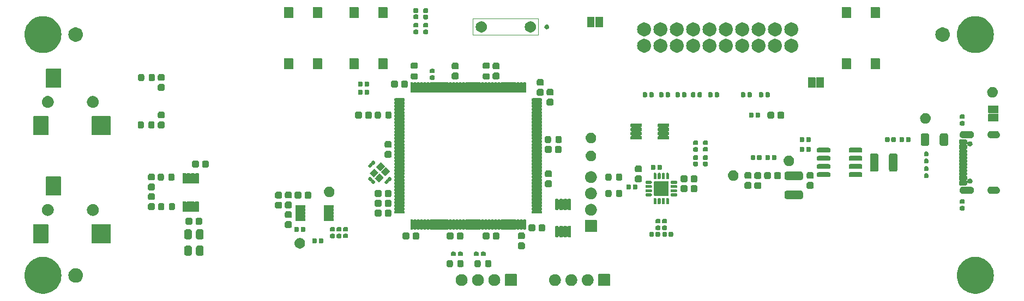
<source format=gbr>
%TF.GenerationSoftware,KiCad,Pcbnew,7.0.8*%
%TF.CreationDate,2024-02-04T20:23:02+01:00*%
%TF.ProjectId,schneidbrett,7363686e-6569-4646-9272-6574742e6b69,rev?*%
%TF.SameCoordinates,Original*%
%TF.FileFunction,Soldermask,Top*%
%TF.FilePolarity,Negative*%
%FSLAX46Y46*%
G04 Gerber Fmt 4.6, Leading zero omitted, Abs format (unit mm)*
G04 Created by KiCad (PCBNEW 7.0.8) date 2024-02-04 20:23:02*
%MOMM*%
%LPD*%
G01*
G04 APERTURE LIST*
G04 APERTURE END LIST*
G36*
X81779447Y-109732496D02*
G01*
X82104903Y-109809631D01*
X82419205Y-109924027D01*
X82718100Y-110074138D01*
X82997548Y-110257933D01*
X83253768Y-110472928D01*
X83483297Y-110716214D01*
X83683030Y-110984502D01*
X83850266Y-111274164D01*
X83982744Y-111581282D01*
X84078672Y-111901703D01*
X84136752Y-112231094D01*
X84156200Y-112565000D01*
X84136752Y-112898906D01*
X84078672Y-113228297D01*
X83982744Y-113548718D01*
X83850266Y-113855836D01*
X83683030Y-114145498D01*
X83483297Y-114413786D01*
X83253768Y-114657072D01*
X82997548Y-114872067D01*
X82718100Y-115055862D01*
X82419205Y-115205973D01*
X82104903Y-115320369D01*
X81779447Y-115397504D01*
X81447236Y-115436334D01*
X81112764Y-115436334D01*
X80780553Y-115397504D01*
X80455097Y-115320369D01*
X80140795Y-115205973D01*
X79841900Y-115055862D01*
X79562452Y-114872067D01*
X79306232Y-114657072D01*
X79076703Y-114413786D01*
X78876970Y-114145498D01*
X78709734Y-113855836D01*
X78577256Y-113548718D01*
X78481328Y-113228297D01*
X78423248Y-112898906D01*
X78403800Y-112565000D01*
X78423248Y-112231094D01*
X78481328Y-111901703D01*
X78577256Y-111581282D01*
X78709734Y-111274164D01*
X78876970Y-110984502D01*
X79076703Y-110716214D01*
X79306232Y-110472928D01*
X79562452Y-110257933D01*
X79841900Y-110074138D01*
X80140795Y-109924027D01*
X80455097Y-109809631D01*
X80780553Y-109732496D01*
X81112764Y-109693666D01*
X81447236Y-109693666D01*
X81779447Y-109732496D01*
G37*
G36*
X226559447Y-109732496D02*
G01*
X226884903Y-109809631D01*
X227199205Y-109924027D01*
X227498100Y-110074138D01*
X227777548Y-110257933D01*
X228033768Y-110472928D01*
X228263297Y-110716214D01*
X228463030Y-110984502D01*
X228630266Y-111274164D01*
X228762744Y-111581282D01*
X228858672Y-111901703D01*
X228916752Y-112231094D01*
X228936200Y-112565000D01*
X228916752Y-112898906D01*
X228858672Y-113228297D01*
X228762744Y-113548718D01*
X228630266Y-113855836D01*
X228463030Y-114145498D01*
X228263297Y-114413786D01*
X228033768Y-114657072D01*
X227777548Y-114872067D01*
X227498100Y-115055862D01*
X227199205Y-115205973D01*
X226884903Y-115320369D01*
X226559447Y-115397504D01*
X226227236Y-115436334D01*
X225892764Y-115436334D01*
X225560553Y-115397504D01*
X225235097Y-115320369D01*
X224920795Y-115205973D01*
X224621900Y-115055862D01*
X224342452Y-114872067D01*
X224086232Y-114657072D01*
X223856703Y-114413786D01*
X223656970Y-114145498D01*
X223489734Y-113855836D01*
X223357256Y-113548718D01*
X223261328Y-113228297D01*
X223203248Y-112898906D01*
X223183800Y-112565000D01*
X223203248Y-112231094D01*
X223261328Y-111901703D01*
X223357256Y-111581282D01*
X223489734Y-111274164D01*
X223656970Y-110984502D01*
X223856703Y-110716214D01*
X224086232Y-110472928D01*
X224342452Y-110257933D01*
X224621900Y-110074138D01*
X224920795Y-109924027D01*
X225235097Y-109809631D01*
X225560553Y-109732496D01*
X225892764Y-109693666D01*
X226227236Y-109693666D01*
X226559447Y-109732496D01*
G37*
G36*
X154793160Y-112363600D02*
G01*
X154817882Y-112380118D01*
X154834400Y-112404840D01*
X154840200Y-112434000D01*
X154840200Y-114134000D01*
X154834400Y-114163160D01*
X154817882Y-114187882D01*
X154793160Y-114204400D01*
X154764000Y-114210200D01*
X153064000Y-114210200D01*
X153034840Y-114204400D01*
X153010118Y-114187882D01*
X152993600Y-114163160D01*
X152987800Y-114134000D01*
X152987800Y-112434000D01*
X152993600Y-112404840D01*
X153010118Y-112380118D01*
X153034840Y-112363600D01*
X153064000Y-112357800D01*
X154764000Y-112357800D01*
X154793160Y-112363600D01*
G37*
G36*
X169281160Y-112363600D02*
G01*
X169305882Y-112380118D01*
X169322400Y-112404840D01*
X169328200Y-112434000D01*
X169328200Y-114134000D01*
X169322400Y-114163160D01*
X169305882Y-114187882D01*
X169281160Y-114204400D01*
X169252000Y-114210200D01*
X167552000Y-114210200D01*
X167522840Y-114204400D01*
X167498118Y-114187882D01*
X167481600Y-114163160D01*
X167475800Y-114134000D01*
X167475800Y-112434000D01*
X167481600Y-112404840D01*
X167498118Y-112380118D01*
X167522840Y-112363600D01*
X167552000Y-112357800D01*
X169252000Y-112357800D01*
X169281160Y-112363600D01*
G37*
G36*
X146342450Y-112362874D02*
G01*
X146390814Y-112362874D01*
X146432576Y-112371750D01*
X146474633Y-112375893D01*
X146527466Y-112391919D01*
X146580212Y-112403131D01*
X146613964Y-112418158D01*
X146648326Y-112428582D01*
X146702935Y-112457771D01*
X146757100Y-112481887D01*
X146782281Y-112500182D01*
X146808402Y-112514144D01*
X146861682Y-112557870D01*
X146913749Y-112595699D01*
X146930655Y-112614475D01*
X146948708Y-112629291D01*
X146997221Y-112688404D01*
X147043312Y-112739593D01*
X147052994Y-112756363D01*
X147063855Y-112769597D01*
X147104036Y-112844772D01*
X147140126Y-112907281D01*
X147144277Y-112920056D01*
X147149417Y-112929673D01*
X147177757Y-113023098D01*
X147199960Y-113091432D01*
X147200741Y-113098868D01*
X147202106Y-113103366D01*
X147215384Y-113238186D01*
X147220200Y-113284000D01*
X147215384Y-113329817D01*
X147202106Y-113464633D01*
X147200741Y-113469130D01*
X147199960Y-113476568D01*
X147177752Y-113544915D01*
X147149417Y-113638326D01*
X147144277Y-113647940D01*
X147140126Y-113660719D01*
X147104029Y-113723240D01*
X147063855Y-113798402D01*
X147052996Y-113811633D01*
X147043312Y-113828407D01*
X146997212Y-113879606D01*
X146948708Y-113938708D01*
X146930659Y-113953520D01*
X146913749Y-113972301D01*
X146861672Y-114010136D01*
X146808402Y-114053855D01*
X146782286Y-114067813D01*
X146757100Y-114086113D01*
X146702924Y-114110233D01*
X146648326Y-114139417D01*
X146613971Y-114149838D01*
X146580212Y-114164869D01*
X146527455Y-114176082D01*
X146474633Y-114192106D01*
X146432585Y-114196247D01*
X146390814Y-114205126D01*
X146342440Y-114205126D01*
X146294000Y-114209897D01*
X146245560Y-114205126D01*
X146197186Y-114205126D01*
X146155415Y-114196247D01*
X146113366Y-114192106D01*
X146060541Y-114176081D01*
X146007788Y-114164869D01*
X145974031Y-114149839D01*
X145939673Y-114139417D01*
X145885069Y-114110230D01*
X145830900Y-114086113D01*
X145805716Y-114067815D01*
X145779597Y-114053855D01*
X145726319Y-114010130D01*
X145674251Y-113972301D01*
X145657343Y-113953523D01*
X145639291Y-113938708D01*
X145590776Y-113879593D01*
X145544688Y-113828407D01*
X145535006Y-113811637D01*
X145524144Y-113798402D01*
X145483956Y-113723216D01*
X145447874Y-113660719D01*
X145443723Y-113647945D01*
X145438582Y-113638326D01*
X145410232Y-113544869D01*
X145388040Y-113476568D01*
X145387258Y-113469135D01*
X145385893Y-113464633D01*
X145372599Y-113329666D01*
X145367800Y-113284000D01*
X145372599Y-113238337D01*
X145385893Y-113103366D01*
X145387258Y-113098863D01*
X145388040Y-113091432D01*
X145410227Y-113023145D01*
X145438582Y-112929673D01*
X145443724Y-112920052D01*
X145447874Y-112907281D01*
X145483949Y-112844795D01*
X145524144Y-112769597D01*
X145535008Y-112756359D01*
X145544688Y-112739593D01*
X145590767Y-112688416D01*
X145639291Y-112629291D01*
X145657347Y-112614472D01*
X145674251Y-112595699D01*
X145726308Y-112557877D01*
X145779597Y-112514144D01*
X145805721Y-112500180D01*
X145830900Y-112481887D01*
X145885058Y-112457774D01*
X145939673Y-112428582D01*
X145974038Y-112418157D01*
X146007788Y-112403131D01*
X146060530Y-112391920D01*
X146113366Y-112375893D01*
X146155423Y-112371750D01*
X146197186Y-112362874D01*
X146245549Y-112362874D01*
X146294000Y-112358102D01*
X146342450Y-112362874D01*
G37*
G36*
X148882450Y-112362874D02*
G01*
X148930814Y-112362874D01*
X148972576Y-112371750D01*
X149014633Y-112375893D01*
X149067466Y-112391919D01*
X149120212Y-112403131D01*
X149153964Y-112418158D01*
X149188326Y-112428582D01*
X149242935Y-112457771D01*
X149297100Y-112481887D01*
X149322281Y-112500182D01*
X149348402Y-112514144D01*
X149401682Y-112557870D01*
X149453749Y-112595699D01*
X149470655Y-112614475D01*
X149488708Y-112629291D01*
X149537221Y-112688404D01*
X149583312Y-112739593D01*
X149592994Y-112756363D01*
X149603855Y-112769597D01*
X149644036Y-112844772D01*
X149680126Y-112907281D01*
X149684277Y-112920056D01*
X149689417Y-112929673D01*
X149717757Y-113023098D01*
X149739960Y-113091432D01*
X149740741Y-113098868D01*
X149742106Y-113103366D01*
X149755384Y-113238186D01*
X149760200Y-113284000D01*
X149755384Y-113329817D01*
X149742106Y-113464633D01*
X149740741Y-113469130D01*
X149739960Y-113476568D01*
X149717752Y-113544915D01*
X149689417Y-113638326D01*
X149684277Y-113647940D01*
X149680126Y-113660719D01*
X149644029Y-113723240D01*
X149603855Y-113798402D01*
X149592996Y-113811633D01*
X149583312Y-113828407D01*
X149537212Y-113879606D01*
X149488708Y-113938708D01*
X149470659Y-113953520D01*
X149453749Y-113972301D01*
X149401672Y-114010136D01*
X149348402Y-114053855D01*
X149322286Y-114067813D01*
X149297100Y-114086113D01*
X149242924Y-114110233D01*
X149188326Y-114139417D01*
X149153971Y-114149838D01*
X149120212Y-114164869D01*
X149067455Y-114176082D01*
X149014633Y-114192106D01*
X148972585Y-114196247D01*
X148930814Y-114205126D01*
X148882440Y-114205126D01*
X148834000Y-114209897D01*
X148785560Y-114205126D01*
X148737186Y-114205126D01*
X148695415Y-114196247D01*
X148653366Y-114192106D01*
X148600541Y-114176081D01*
X148547788Y-114164869D01*
X148514031Y-114149839D01*
X148479673Y-114139417D01*
X148425069Y-114110230D01*
X148370900Y-114086113D01*
X148345716Y-114067815D01*
X148319597Y-114053855D01*
X148266319Y-114010130D01*
X148214251Y-113972301D01*
X148197343Y-113953523D01*
X148179291Y-113938708D01*
X148130776Y-113879593D01*
X148084688Y-113828407D01*
X148075006Y-113811637D01*
X148064144Y-113798402D01*
X148023956Y-113723216D01*
X147987874Y-113660719D01*
X147983723Y-113647945D01*
X147978582Y-113638326D01*
X147950232Y-113544869D01*
X147928040Y-113476568D01*
X147927258Y-113469135D01*
X147925893Y-113464633D01*
X147912599Y-113329666D01*
X147907800Y-113284000D01*
X147912599Y-113238337D01*
X147925893Y-113103366D01*
X147927258Y-113098863D01*
X147928040Y-113091432D01*
X147950227Y-113023145D01*
X147978582Y-112929673D01*
X147983724Y-112920052D01*
X147987874Y-112907281D01*
X148023949Y-112844795D01*
X148064144Y-112769597D01*
X148075008Y-112756359D01*
X148084688Y-112739593D01*
X148130767Y-112688416D01*
X148179291Y-112629291D01*
X148197347Y-112614472D01*
X148214251Y-112595699D01*
X148266308Y-112557877D01*
X148319597Y-112514144D01*
X148345721Y-112500180D01*
X148370900Y-112481887D01*
X148425058Y-112457774D01*
X148479673Y-112428582D01*
X148514038Y-112418157D01*
X148547788Y-112403131D01*
X148600530Y-112391920D01*
X148653366Y-112375893D01*
X148695423Y-112371750D01*
X148737186Y-112362874D01*
X148785549Y-112362874D01*
X148834000Y-112358102D01*
X148882450Y-112362874D01*
G37*
G36*
X151422450Y-112362874D02*
G01*
X151470814Y-112362874D01*
X151512576Y-112371750D01*
X151554633Y-112375893D01*
X151607466Y-112391919D01*
X151660212Y-112403131D01*
X151693964Y-112418158D01*
X151728326Y-112428582D01*
X151782935Y-112457771D01*
X151837100Y-112481887D01*
X151862281Y-112500182D01*
X151888402Y-112514144D01*
X151941682Y-112557870D01*
X151993749Y-112595699D01*
X152010655Y-112614475D01*
X152028708Y-112629291D01*
X152077221Y-112688404D01*
X152123312Y-112739593D01*
X152132994Y-112756363D01*
X152143855Y-112769597D01*
X152184036Y-112844772D01*
X152220126Y-112907281D01*
X152224277Y-112920056D01*
X152229417Y-112929673D01*
X152257757Y-113023098D01*
X152279960Y-113091432D01*
X152280741Y-113098868D01*
X152282106Y-113103366D01*
X152295384Y-113238186D01*
X152300200Y-113284000D01*
X152295384Y-113329817D01*
X152282106Y-113464633D01*
X152280741Y-113469130D01*
X152279960Y-113476568D01*
X152257752Y-113544915D01*
X152229417Y-113638326D01*
X152224277Y-113647940D01*
X152220126Y-113660719D01*
X152184029Y-113723240D01*
X152143855Y-113798402D01*
X152132996Y-113811633D01*
X152123312Y-113828407D01*
X152077212Y-113879606D01*
X152028708Y-113938708D01*
X152010659Y-113953520D01*
X151993749Y-113972301D01*
X151941672Y-114010136D01*
X151888402Y-114053855D01*
X151862286Y-114067813D01*
X151837100Y-114086113D01*
X151782924Y-114110233D01*
X151728326Y-114139417D01*
X151693971Y-114149838D01*
X151660212Y-114164869D01*
X151607455Y-114176082D01*
X151554633Y-114192106D01*
X151512585Y-114196247D01*
X151470814Y-114205126D01*
X151422440Y-114205126D01*
X151374000Y-114209897D01*
X151325560Y-114205126D01*
X151277186Y-114205126D01*
X151235415Y-114196247D01*
X151193366Y-114192106D01*
X151140541Y-114176081D01*
X151087788Y-114164869D01*
X151054031Y-114149839D01*
X151019673Y-114139417D01*
X150965069Y-114110230D01*
X150910900Y-114086113D01*
X150885716Y-114067815D01*
X150859597Y-114053855D01*
X150806319Y-114010130D01*
X150754251Y-113972301D01*
X150737343Y-113953523D01*
X150719291Y-113938708D01*
X150670776Y-113879593D01*
X150624688Y-113828407D01*
X150615006Y-113811637D01*
X150604144Y-113798402D01*
X150563956Y-113723216D01*
X150527874Y-113660719D01*
X150523723Y-113647945D01*
X150518582Y-113638326D01*
X150490232Y-113544869D01*
X150468040Y-113476568D01*
X150467258Y-113469135D01*
X150465893Y-113464633D01*
X150452599Y-113329666D01*
X150447800Y-113284000D01*
X150452599Y-113238337D01*
X150465893Y-113103366D01*
X150467258Y-113098863D01*
X150468040Y-113091432D01*
X150490227Y-113023145D01*
X150518582Y-112929673D01*
X150523724Y-112920052D01*
X150527874Y-112907281D01*
X150563949Y-112844795D01*
X150604144Y-112769597D01*
X150615008Y-112756359D01*
X150624688Y-112739593D01*
X150670767Y-112688416D01*
X150719291Y-112629291D01*
X150737347Y-112614472D01*
X150754251Y-112595699D01*
X150806308Y-112557877D01*
X150859597Y-112514144D01*
X150885721Y-112500180D01*
X150910900Y-112481887D01*
X150965058Y-112457774D01*
X151019673Y-112428582D01*
X151054038Y-112418157D01*
X151087788Y-112403131D01*
X151140530Y-112391920D01*
X151193366Y-112375893D01*
X151235423Y-112371750D01*
X151277186Y-112362874D01*
X151325549Y-112362874D01*
X151374000Y-112358102D01*
X151422450Y-112362874D01*
G37*
G36*
X160830450Y-112362874D02*
G01*
X160878814Y-112362874D01*
X160920576Y-112371750D01*
X160962633Y-112375893D01*
X161015466Y-112391919D01*
X161068212Y-112403131D01*
X161101964Y-112418158D01*
X161136326Y-112428582D01*
X161190935Y-112457771D01*
X161245100Y-112481887D01*
X161270281Y-112500182D01*
X161296402Y-112514144D01*
X161349682Y-112557870D01*
X161401749Y-112595699D01*
X161418655Y-112614475D01*
X161436708Y-112629291D01*
X161485221Y-112688404D01*
X161531312Y-112739593D01*
X161540994Y-112756363D01*
X161551855Y-112769597D01*
X161592036Y-112844772D01*
X161628126Y-112907281D01*
X161632277Y-112920056D01*
X161637417Y-112929673D01*
X161665757Y-113023098D01*
X161687960Y-113091432D01*
X161688741Y-113098868D01*
X161690106Y-113103366D01*
X161703384Y-113238186D01*
X161708200Y-113284000D01*
X161703384Y-113329817D01*
X161690106Y-113464633D01*
X161688741Y-113469130D01*
X161687960Y-113476568D01*
X161665752Y-113544915D01*
X161637417Y-113638326D01*
X161632277Y-113647940D01*
X161628126Y-113660719D01*
X161592029Y-113723240D01*
X161551855Y-113798402D01*
X161540996Y-113811633D01*
X161531312Y-113828407D01*
X161485212Y-113879606D01*
X161436708Y-113938708D01*
X161418659Y-113953520D01*
X161401749Y-113972301D01*
X161349672Y-114010136D01*
X161296402Y-114053855D01*
X161270286Y-114067813D01*
X161245100Y-114086113D01*
X161190924Y-114110233D01*
X161136326Y-114139417D01*
X161101971Y-114149838D01*
X161068212Y-114164869D01*
X161015455Y-114176082D01*
X160962633Y-114192106D01*
X160920585Y-114196247D01*
X160878814Y-114205126D01*
X160830440Y-114205126D01*
X160782000Y-114209897D01*
X160733560Y-114205126D01*
X160685186Y-114205126D01*
X160643415Y-114196247D01*
X160601366Y-114192106D01*
X160548541Y-114176081D01*
X160495788Y-114164869D01*
X160462031Y-114149839D01*
X160427673Y-114139417D01*
X160373069Y-114110230D01*
X160318900Y-114086113D01*
X160293716Y-114067815D01*
X160267597Y-114053855D01*
X160214319Y-114010130D01*
X160162251Y-113972301D01*
X160145343Y-113953523D01*
X160127291Y-113938708D01*
X160078776Y-113879593D01*
X160032688Y-113828407D01*
X160023006Y-113811637D01*
X160012144Y-113798402D01*
X159971956Y-113723216D01*
X159935874Y-113660719D01*
X159931723Y-113647945D01*
X159926582Y-113638326D01*
X159898232Y-113544869D01*
X159876040Y-113476568D01*
X159875258Y-113469135D01*
X159873893Y-113464633D01*
X159860599Y-113329666D01*
X159855800Y-113284000D01*
X159860599Y-113238337D01*
X159873893Y-113103366D01*
X159875258Y-113098863D01*
X159876040Y-113091432D01*
X159898227Y-113023145D01*
X159926582Y-112929673D01*
X159931724Y-112920052D01*
X159935874Y-112907281D01*
X159971949Y-112844795D01*
X160012144Y-112769597D01*
X160023008Y-112756359D01*
X160032688Y-112739593D01*
X160078767Y-112688416D01*
X160127291Y-112629291D01*
X160145347Y-112614472D01*
X160162251Y-112595699D01*
X160214308Y-112557877D01*
X160267597Y-112514144D01*
X160293721Y-112500180D01*
X160318900Y-112481887D01*
X160373058Y-112457774D01*
X160427673Y-112428582D01*
X160462038Y-112418157D01*
X160495788Y-112403131D01*
X160548530Y-112391920D01*
X160601366Y-112375893D01*
X160643423Y-112371750D01*
X160685186Y-112362874D01*
X160733549Y-112362874D01*
X160782000Y-112358102D01*
X160830450Y-112362874D01*
G37*
G36*
X163370450Y-112362874D02*
G01*
X163418814Y-112362874D01*
X163460576Y-112371750D01*
X163502633Y-112375893D01*
X163555466Y-112391919D01*
X163608212Y-112403131D01*
X163641964Y-112418158D01*
X163676326Y-112428582D01*
X163730935Y-112457771D01*
X163785100Y-112481887D01*
X163810281Y-112500182D01*
X163836402Y-112514144D01*
X163889682Y-112557870D01*
X163941749Y-112595699D01*
X163958655Y-112614475D01*
X163976708Y-112629291D01*
X164025221Y-112688404D01*
X164071312Y-112739593D01*
X164080994Y-112756363D01*
X164091855Y-112769597D01*
X164132036Y-112844772D01*
X164168126Y-112907281D01*
X164172277Y-112920056D01*
X164177417Y-112929673D01*
X164205757Y-113023098D01*
X164227960Y-113091432D01*
X164228741Y-113098868D01*
X164230106Y-113103366D01*
X164243384Y-113238186D01*
X164248200Y-113284000D01*
X164243384Y-113329817D01*
X164230106Y-113464633D01*
X164228741Y-113469130D01*
X164227960Y-113476568D01*
X164205752Y-113544915D01*
X164177417Y-113638326D01*
X164172277Y-113647940D01*
X164168126Y-113660719D01*
X164132029Y-113723240D01*
X164091855Y-113798402D01*
X164080996Y-113811633D01*
X164071312Y-113828407D01*
X164025212Y-113879606D01*
X163976708Y-113938708D01*
X163958659Y-113953520D01*
X163941749Y-113972301D01*
X163889672Y-114010136D01*
X163836402Y-114053855D01*
X163810286Y-114067813D01*
X163785100Y-114086113D01*
X163730924Y-114110233D01*
X163676326Y-114139417D01*
X163641971Y-114149838D01*
X163608212Y-114164869D01*
X163555455Y-114176082D01*
X163502633Y-114192106D01*
X163460585Y-114196247D01*
X163418814Y-114205126D01*
X163370440Y-114205126D01*
X163322000Y-114209897D01*
X163273560Y-114205126D01*
X163225186Y-114205126D01*
X163183415Y-114196247D01*
X163141366Y-114192106D01*
X163088541Y-114176081D01*
X163035788Y-114164869D01*
X163002031Y-114149839D01*
X162967673Y-114139417D01*
X162913069Y-114110230D01*
X162858900Y-114086113D01*
X162833716Y-114067815D01*
X162807597Y-114053855D01*
X162754319Y-114010130D01*
X162702251Y-113972301D01*
X162685343Y-113953523D01*
X162667291Y-113938708D01*
X162618776Y-113879593D01*
X162572688Y-113828407D01*
X162563006Y-113811637D01*
X162552144Y-113798402D01*
X162511956Y-113723216D01*
X162475874Y-113660719D01*
X162471723Y-113647945D01*
X162466582Y-113638326D01*
X162438232Y-113544869D01*
X162416040Y-113476568D01*
X162415258Y-113469135D01*
X162413893Y-113464633D01*
X162400599Y-113329666D01*
X162395800Y-113284000D01*
X162400599Y-113238337D01*
X162413893Y-113103366D01*
X162415258Y-113098863D01*
X162416040Y-113091432D01*
X162438227Y-113023145D01*
X162466582Y-112929673D01*
X162471724Y-112920052D01*
X162475874Y-112907281D01*
X162511949Y-112844795D01*
X162552144Y-112769597D01*
X162563008Y-112756359D01*
X162572688Y-112739593D01*
X162618767Y-112688416D01*
X162667291Y-112629291D01*
X162685347Y-112614472D01*
X162702251Y-112595699D01*
X162754308Y-112557877D01*
X162807597Y-112514144D01*
X162833721Y-112500180D01*
X162858900Y-112481887D01*
X162913058Y-112457774D01*
X162967673Y-112428582D01*
X163002038Y-112418157D01*
X163035788Y-112403131D01*
X163088530Y-112391920D01*
X163141366Y-112375893D01*
X163183423Y-112371750D01*
X163225186Y-112362874D01*
X163273549Y-112362874D01*
X163322000Y-112358102D01*
X163370450Y-112362874D01*
G37*
G36*
X165910450Y-112362874D02*
G01*
X165958814Y-112362874D01*
X166000576Y-112371750D01*
X166042633Y-112375893D01*
X166095466Y-112391919D01*
X166148212Y-112403131D01*
X166181964Y-112418158D01*
X166216326Y-112428582D01*
X166270935Y-112457771D01*
X166325100Y-112481887D01*
X166350281Y-112500182D01*
X166376402Y-112514144D01*
X166429682Y-112557870D01*
X166481749Y-112595699D01*
X166498655Y-112614475D01*
X166516708Y-112629291D01*
X166565221Y-112688404D01*
X166611312Y-112739593D01*
X166620994Y-112756363D01*
X166631855Y-112769597D01*
X166672036Y-112844772D01*
X166708126Y-112907281D01*
X166712277Y-112920056D01*
X166717417Y-112929673D01*
X166745757Y-113023098D01*
X166767960Y-113091432D01*
X166768741Y-113098868D01*
X166770106Y-113103366D01*
X166783384Y-113238186D01*
X166788200Y-113284000D01*
X166783384Y-113329817D01*
X166770106Y-113464633D01*
X166768741Y-113469130D01*
X166767960Y-113476568D01*
X166745752Y-113544915D01*
X166717417Y-113638326D01*
X166712277Y-113647940D01*
X166708126Y-113660719D01*
X166672029Y-113723240D01*
X166631855Y-113798402D01*
X166620996Y-113811633D01*
X166611312Y-113828407D01*
X166565212Y-113879606D01*
X166516708Y-113938708D01*
X166498659Y-113953520D01*
X166481749Y-113972301D01*
X166429672Y-114010136D01*
X166376402Y-114053855D01*
X166350286Y-114067813D01*
X166325100Y-114086113D01*
X166270924Y-114110233D01*
X166216326Y-114139417D01*
X166181971Y-114149838D01*
X166148212Y-114164869D01*
X166095455Y-114176082D01*
X166042633Y-114192106D01*
X166000585Y-114196247D01*
X165958814Y-114205126D01*
X165910440Y-114205126D01*
X165862000Y-114209897D01*
X165813560Y-114205126D01*
X165765186Y-114205126D01*
X165723415Y-114196247D01*
X165681366Y-114192106D01*
X165628541Y-114176081D01*
X165575788Y-114164869D01*
X165542031Y-114149839D01*
X165507673Y-114139417D01*
X165453069Y-114110230D01*
X165398900Y-114086113D01*
X165373716Y-114067815D01*
X165347597Y-114053855D01*
X165294319Y-114010130D01*
X165242251Y-113972301D01*
X165225343Y-113953523D01*
X165207291Y-113938708D01*
X165158776Y-113879593D01*
X165112688Y-113828407D01*
X165103006Y-113811637D01*
X165092144Y-113798402D01*
X165051956Y-113723216D01*
X165015874Y-113660719D01*
X165011723Y-113647945D01*
X165006582Y-113638326D01*
X164978232Y-113544869D01*
X164956040Y-113476568D01*
X164955258Y-113469135D01*
X164953893Y-113464633D01*
X164940599Y-113329666D01*
X164935800Y-113284000D01*
X164940599Y-113238337D01*
X164953893Y-113103366D01*
X164955258Y-113098863D01*
X164956040Y-113091432D01*
X164978227Y-113023145D01*
X165006582Y-112929673D01*
X165011724Y-112920052D01*
X165015874Y-112907281D01*
X165051949Y-112844795D01*
X165092144Y-112769597D01*
X165103008Y-112756359D01*
X165112688Y-112739593D01*
X165158767Y-112688416D01*
X165207291Y-112629291D01*
X165225347Y-112614472D01*
X165242251Y-112595699D01*
X165294308Y-112557877D01*
X165347597Y-112514144D01*
X165373721Y-112500180D01*
X165398900Y-112481887D01*
X165453058Y-112457774D01*
X165507673Y-112428582D01*
X165542038Y-112418157D01*
X165575788Y-112403131D01*
X165628530Y-112391920D01*
X165681366Y-112375893D01*
X165723423Y-112371750D01*
X165765186Y-112362874D01*
X165813549Y-112362874D01*
X165862000Y-112358102D01*
X165910450Y-112362874D01*
G37*
G36*
X86667871Y-111482946D02*
G01*
X86861456Y-111557941D01*
X87037964Y-111667231D01*
X87191385Y-111807092D01*
X87316494Y-111972764D01*
X87409031Y-112158603D01*
X87465845Y-112358282D01*
X87485000Y-112565000D01*
X87465845Y-112771718D01*
X87409031Y-112971397D01*
X87316494Y-113157236D01*
X87191385Y-113322908D01*
X87037964Y-113462769D01*
X86861456Y-113572059D01*
X86667871Y-113647054D01*
X86463802Y-113685201D01*
X86256198Y-113685201D01*
X86052129Y-113647054D01*
X85858544Y-113572059D01*
X85682036Y-113462769D01*
X85528615Y-113322908D01*
X85403506Y-113157236D01*
X85310969Y-112971397D01*
X85254155Y-112771718D01*
X85235000Y-112565000D01*
X85254155Y-112358282D01*
X85310969Y-112158603D01*
X85403506Y-111972764D01*
X85528615Y-111807092D01*
X85682036Y-111667231D01*
X85858544Y-111557941D01*
X86052129Y-111482946D01*
X86256198Y-111444799D01*
X86463802Y-111444799D01*
X86667871Y-111482946D01*
G37*
G36*
X144671014Y-110194394D02*
G01*
X144732967Y-110202550D01*
X144748550Y-110209816D01*
X144768697Y-110213824D01*
X144795381Y-110231654D01*
X144820869Y-110243539D01*
X144836375Y-110259045D01*
X144858303Y-110273697D01*
X144872954Y-110295624D01*
X144888460Y-110311130D01*
X144900344Y-110336615D01*
X144918176Y-110363303D01*
X144922183Y-110383451D01*
X144929449Y-110399032D01*
X144937603Y-110460973D01*
X144939200Y-110469000D01*
X144939200Y-111019000D01*
X144937602Y-111027029D01*
X144929449Y-111088967D01*
X144922184Y-111104546D01*
X144918176Y-111124697D01*
X144900342Y-111151386D01*
X144888460Y-111176869D01*
X144872956Y-111192372D01*
X144858303Y-111214303D01*
X144836372Y-111228956D01*
X144820869Y-111244460D01*
X144795386Y-111256342D01*
X144768697Y-111274176D01*
X144748546Y-111278184D01*
X144732967Y-111285449D01*
X144671028Y-111293603D01*
X144663000Y-111295200D01*
X144263000Y-111295200D01*
X144254972Y-111293603D01*
X144193032Y-111285449D01*
X144177451Y-111278183D01*
X144157303Y-111274176D01*
X144130615Y-111256344D01*
X144105130Y-111244460D01*
X144089624Y-111228954D01*
X144067697Y-111214303D01*
X144053045Y-111192375D01*
X144037539Y-111176869D01*
X144025654Y-111151381D01*
X144007824Y-111124697D01*
X144003816Y-111104550D01*
X143996550Y-111088967D01*
X143988393Y-111027013D01*
X143986800Y-111019000D01*
X143986800Y-110469000D01*
X143988393Y-110460987D01*
X143996550Y-110399032D01*
X144003817Y-110383447D01*
X144007824Y-110363303D01*
X144025652Y-110336620D01*
X144037539Y-110311130D01*
X144053047Y-110295621D01*
X144067697Y-110273697D01*
X144089621Y-110259047D01*
X144105130Y-110243539D01*
X144130620Y-110231652D01*
X144157303Y-110213824D01*
X144177447Y-110209817D01*
X144193032Y-110202550D01*
X144254988Y-110194393D01*
X144263000Y-110192800D01*
X144663000Y-110192800D01*
X144671014Y-110194394D01*
G37*
G36*
X146321014Y-110194394D02*
G01*
X146382967Y-110202550D01*
X146398550Y-110209816D01*
X146418697Y-110213824D01*
X146445381Y-110231654D01*
X146470869Y-110243539D01*
X146486375Y-110259045D01*
X146508303Y-110273697D01*
X146522954Y-110295624D01*
X146538460Y-110311130D01*
X146550344Y-110336615D01*
X146568176Y-110363303D01*
X146572183Y-110383451D01*
X146579449Y-110399032D01*
X146587603Y-110460973D01*
X146589200Y-110469000D01*
X146589200Y-111019000D01*
X146587602Y-111027029D01*
X146579449Y-111088967D01*
X146572184Y-111104546D01*
X146568176Y-111124697D01*
X146550342Y-111151386D01*
X146538460Y-111176869D01*
X146522956Y-111192372D01*
X146508303Y-111214303D01*
X146486372Y-111228956D01*
X146470869Y-111244460D01*
X146445386Y-111256342D01*
X146418697Y-111274176D01*
X146398546Y-111278184D01*
X146382967Y-111285449D01*
X146321028Y-111293603D01*
X146313000Y-111295200D01*
X145913000Y-111295200D01*
X145904972Y-111293603D01*
X145843032Y-111285449D01*
X145827451Y-111278183D01*
X145807303Y-111274176D01*
X145780615Y-111256344D01*
X145755130Y-111244460D01*
X145739624Y-111228954D01*
X145717697Y-111214303D01*
X145703045Y-111192375D01*
X145687539Y-111176869D01*
X145675654Y-111151381D01*
X145657824Y-111124697D01*
X145653816Y-111104550D01*
X145646550Y-111088967D01*
X145638393Y-111027013D01*
X145636800Y-111019000D01*
X145636800Y-110469000D01*
X145638393Y-110460987D01*
X145646550Y-110399032D01*
X145653817Y-110383447D01*
X145657824Y-110363303D01*
X145675652Y-110336620D01*
X145687539Y-110311130D01*
X145703047Y-110295621D01*
X145717697Y-110273697D01*
X145739621Y-110259047D01*
X145755130Y-110243539D01*
X145780620Y-110231652D01*
X145807303Y-110213824D01*
X145827447Y-110209817D01*
X145843032Y-110202550D01*
X145904988Y-110194393D01*
X145913000Y-110192800D01*
X146313000Y-110192800D01*
X146321014Y-110194394D01*
G37*
G36*
X148989014Y-110194394D02*
G01*
X149050967Y-110202550D01*
X149066550Y-110209816D01*
X149086697Y-110213824D01*
X149113381Y-110231654D01*
X149138869Y-110243539D01*
X149154375Y-110259045D01*
X149176303Y-110273697D01*
X149190954Y-110295624D01*
X149206460Y-110311130D01*
X149218344Y-110336615D01*
X149236176Y-110363303D01*
X149240183Y-110383451D01*
X149247449Y-110399032D01*
X149255603Y-110460973D01*
X149257200Y-110469000D01*
X149257200Y-111019000D01*
X149255602Y-111027029D01*
X149247449Y-111088967D01*
X149240184Y-111104546D01*
X149236176Y-111124697D01*
X149218342Y-111151386D01*
X149206460Y-111176869D01*
X149190956Y-111192372D01*
X149176303Y-111214303D01*
X149154372Y-111228956D01*
X149138869Y-111244460D01*
X149113386Y-111256342D01*
X149086697Y-111274176D01*
X149066546Y-111278184D01*
X149050967Y-111285449D01*
X148989028Y-111293603D01*
X148981000Y-111295200D01*
X148581000Y-111295200D01*
X148572972Y-111293603D01*
X148511032Y-111285449D01*
X148495451Y-111278183D01*
X148475303Y-111274176D01*
X148448615Y-111256344D01*
X148423130Y-111244460D01*
X148407624Y-111228954D01*
X148385697Y-111214303D01*
X148371045Y-111192375D01*
X148355539Y-111176869D01*
X148343654Y-111151381D01*
X148325824Y-111124697D01*
X148321816Y-111104550D01*
X148314550Y-111088967D01*
X148306393Y-111027013D01*
X148304800Y-111019000D01*
X148304800Y-110469000D01*
X148306393Y-110460987D01*
X148314550Y-110399032D01*
X148321817Y-110383447D01*
X148325824Y-110363303D01*
X148343652Y-110336620D01*
X148355539Y-110311130D01*
X148371047Y-110295621D01*
X148385697Y-110273697D01*
X148407621Y-110259047D01*
X148423130Y-110243539D01*
X148448620Y-110231652D01*
X148475303Y-110213824D01*
X148495447Y-110209817D01*
X148511032Y-110202550D01*
X148572988Y-110194393D01*
X148581000Y-110192800D01*
X148981000Y-110192800D01*
X148989014Y-110194394D01*
G37*
G36*
X150639014Y-110194394D02*
G01*
X150700967Y-110202550D01*
X150716550Y-110209816D01*
X150736697Y-110213824D01*
X150763381Y-110231654D01*
X150788869Y-110243539D01*
X150804375Y-110259045D01*
X150826303Y-110273697D01*
X150840954Y-110295624D01*
X150856460Y-110311130D01*
X150868344Y-110336615D01*
X150886176Y-110363303D01*
X150890183Y-110383451D01*
X150897449Y-110399032D01*
X150905603Y-110460973D01*
X150907200Y-110469000D01*
X150907200Y-111019000D01*
X150905602Y-111027029D01*
X150897449Y-111088967D01*
X150890184Y-111104546D01*
X150886176Y-111124697D01*
X150868342Y-111151386D01*
X150856460Y-111176869D01*
X150840956Y-111192372D01*
X150826303Y-111214303D01*
X150804372Y-111228956D01*
X150788869Y-111244460D01*
X150763386Y-111256342D01*
X150736697Y-111274176D01*
X150716546Y-111278184D01*
X150700967Y-111285449D01*
X150639028Y-111293603D01*
X150631000Y-111295200D01*
X150231000Y-111295200D01*
X150222972Y-111293603D01*
X150161032Y-111285449D01*
X150145451Y-111278183D01*
X150125303Y-111274176D01*
X150098615Y-111256344D01*
X150073130Y-111244460D01*
X150057624Y-111228954D01*
X150035697Y-111214303D01*
X150021045Y-111192375D01*
X150005539Y-111176869D01*
X149993654Y-111151381D01*
X149975824Y-111124697D01*
X149971816Y-111104550D01*
X149964550Y-111088967D01*
X149956393Y-111027013D01*
X149954800Y-111019000D01*
X149954800Y-110469000D01*
X149956393Y-110460987D01*
X149964550Y-110399032D01*
X149971817Y-110383447D01*
X149975824Y-110363303D01*
X149993652Y-110336620D01*
X150005539Y-110311130D01*
X150021047Y-110295621D01*
X150035697Y-110273697D01*
X150057621Y-110259047D01*
X150073130Y-110243539D01*
X150098620Y-110231652D01*
X150125303Y-110213824D01*
X150145447Y-110209817D01*
X150161032Y-110202550D01*
X150222988Y-110194393D01*
X150231000Y-110192800D01*
X150631000Y-110192800D01*
X150639014Y-110194394D01*
G37*
G36*
X145262453Y-108904306D02*
G01*
X145328538Y-108948462D01*
X145372694Y-109014547D01*
X145388200Y-109092500D01*
X145388200Y-109347500D01*
X145372694Y-109425453D01*
X145328538Y-109491538D01*
X145262453Y-109535694D01*
X145184500Y-109551200D01*
X144829500Y-109551200D01*
X144751547Y-109535694D01*
X144685462Y-109491538D01*
X144641306Y-109425453D01*
X144625800Y-109347500D01*
X144625800Y-109092500D01*
X144641306Y-109014547D01*
X144685462Y-108948462D01*
X144751547Y-108904306D01*
X144829500Y-108888800D01*
X145184500Y-108888800D01*
X145262453Y-108904306D01*
G37*
G36*
X146352453Y-108904306D02*
G01*
X146418538Y-108948462D01*
X146462694Y-109014547D01*
X146478200Y-109092500D01*
X146478200Y-109347500D01*
X146462694Y-109425453D01*
X146418538Y-109491538D01*
X146352453Y-109535694D01*
X146274500Y-109551200D01*
X145919500Y-109551200D01*
X145841547Y-109535694D01*
X145775462Y-109491538D01*
X145731306Y-109425453D01*
X145715800Y-109347500D01*
X145715800Y-109092500D01*
X145731306Y-109014547D01*
X145775462Y-108948462D01*
X145841547Y-108904306D01*
X145919500Y-108888800D01*
X146274500Y-108888800D01*
X146352453Y-108904306D01*
G37*
G36*
X148818453Y-108904306D02*
G01*
X148884538Y-108948462D01*
X148928694Y-109014547D01*
X148944200Y-109092500D01*
X148944200Y-109347500D01*
X148928694Y-109425453D01*
X148884538Y-109491538D01*
X148818453Y-109535694D01*
X148740500Y-109551200D01*
X148385500Y-109551200D01*
X148307547Y-109535694D01*
X148241462Y-109491538D01*
X148197306Y-109425453D01*
X148181800Y-109347500D01*
X148181800Y-109092500D01*
X148197306Y-109014547D01*
X148241462Y-108948462D01*
X148307547Y-108904306D01*
X148385500Y-108888800D01*
X148740500Y-108888800D01*
X148818453Y-108904306D01*
G37*
G36*
X149908453Y-108904306D02*
G01*
X149974538Y-108948462D01*
X150018694Y-109014547D01*
X150034200Y-109092500D01*
X150034200Y-109347500D01*
X150018694Y-109425453D01*
X149974538Y-109491538D01*
X149908453Y-109535694D01*
X149830500Y-109551200D01*
X149475500Y-109551200D01*
X149397547Y-109535694D01*
X149331462Y-109491538D01*
X149287306Y-109425453D01*
X149271800Y-109347500D01*
X149271800Y-109092500D01*
X149287306Y-109014547D01*
X149331462Y-108948462D01*
X149397547Y-108904306D01*
X149475500Y-108888800D01*
X149830500Y-108888800D01*
X149908453Y-108904306D01*
G37*
G36*
X104162427Y-107946915D02*
G01*
X104172284Y-107951511D01*
X104178562Y-107952506D01*
X104223286Y-107975294D01*
X104265101Y-107994793D01*
X104268785Y-107998477D01*
X104269279Y-107998729D01*
X104341270Y-108070720D01*
X104341521Y-108071213D01*
X104345207Y-108074899D01*
X104364710Y-108116725D01*
X104387493Y-108161437D01*
X104388486Y-108167712D01*
X104393085Y-108177573D01*
X104404200Y-108262000D01*
X104404200Y-109162000D01*
X104393085Y-109246427D01*
X104388486Y-109256288D01*
X104387493Y-109262562D01*
X104364716Y-109307263D01*
X104345207Y-109349101D01*
X104341520Y-109352787D01*
X104341270Y-109353279D01*
X104269279Y-109425270D01*
X104268787Y-109425520D01*
X104265101Y-109429207D01*
X104223263Y-109448716D01*
X104178562Y-109471493D01*
X104172288Y-109472486D01*
X104162427Y-109477085D01*
X104078000Y-109488200D01*
X103553000Y-109488200D01*
X103468573Y-109477085D01*
X103458712Y-109472486D01*
X103452437Y-109471493D01*
X103407725Y-109448710D01*
X103365899Y-109429207D01*
X103362213Y-109425521D01*
X103361720Y-109425270D01*
X103289729Y-109353279D01*
X103289477Y-109352785D01*
X103285793Y-109349101D01*
X103266294Y-109307286D01*
X103243506Y-109262562D01*
X103242511Y-109256284D01*
X103237915Y-109246427D01*
X103226800Y-109162000D01*
X103226800Y-108262000D01*
X103237915Y-108177573D01*
X103242511Y-108167715D01*
X103243506Y-108161437D01*
X103266299Y-108116702D01*
X103285793Y-108074899D01*
X103289476Y-108071215D01*
X103289729Y-108070720D01*
X103361720Y-107998729D01*
X103362215Y-107998476D01*
X103365899Y-107994793D01*
X103407702Y-107975299D01*
X103452437Y-107952506D01*
X103458715Y-107951511D01*
X103468573Y-107946915D01*
X103553000Y-107935800D01*
X104078000Y-107935800D01*
X104162427Y-107946915D01*
G37*
G36*
X105987427Y-107946915D02*
G01*
X105997284Y-107951511D01*
X106003562Y-107952506D01*
X106048286Y-107975294D01*
X106090101Y-107994793D01*
X106093785Y-107998477D01*
X106094279Y-107998729D01*
X106166270Y-108070720D01*
X106166521Y-108071213D01*
X106170207Y-108074899D01*
X106189710Y-108116725D01*
X106212493Y-108161437D01*
X106213486Y-108167712D01*
X106218085Y-108177573D01*
X106229200Y-108262000D01*
X106229200Y-109162000D01*
X106218085Y-109246427D01*
X106213486Y-109256288D01*
X106212493Y-109262562D01*
X106189716Y-109307263D01*
X106170207Y-109349101D01*
X106166520Y-109352787D01*
X106166270Y-109353279D01*
X106094279Y-109425270D01*
X106093787Y-109425520D01*
X106090101Y-109429207D01*
X106048263Y-109448716D01*
X106003562Y-109471493D01*
X105997288Y-109472486D01*
X105987427Y-109477085D01*
X105903000Y-109488200D01*
X105378000Y-109488200D01*
X105293573Y-109477085D01*
X105283712Y-109472486D01*
X105277437Y-109471493D01*
X105232725Y-109448710D01*
X105190899Y-109429207D01*
X105187213Y-109425521D01*
X105186720Y-109425270D01*
X105114729Y-109353279D01*
X105114477Y-109352785D01*
X105110793Y-109349101D01*
X105091294Y-109307286D01*
X105068506Y-109262562D01*
X105067511Y-109256284D01*
X105062915Y-109246427D01*
X105051800Y-109162000D01*
X105051800Y-108262000D01*
X105062915Y-108177573D01*
X105067511Y-108167715D01*
X105068506Y-108161437D01*
X105091299Y-108116702D01*
X105110793Y-108074899D01*
X105114476Y-108071215D01*
X105114729Y-108070720D01*
X105186720Y-107998729D01*
X105187215Y-107998476D01*
X105190899Y-107994793D01*
X105232702Y-107975299D01*
X105277437Y-107952506D01*
X105283715Y-107951511D01*
X105293573Y-107946915D01*
X105378000Y-107935800D01*
X105903000Y-107935800D01*
X105987427Y-107946915D01*
G37*
G36*
X155893960Y-107444800D02*
G01*
X155903108Y-107448839D01*
X155910099Y-107449858D01*
X155953808Y-107471226D01*
X155995219Y-107489511D01*
X155999052Y-107493344D01*
X155999520Y-107493573D01*
X156069426Y-107563479D01*
X156069654Y-107563946D01*
X156073489Y-107567781D01*
X156091778Y-107609202D01*
X156113141Y-107652900D01*
X156114159Y-107659888D01*
X156118200Y-107669040D01*
X156126200Y-107738000D01*
X156126200Y-108188000D01*
X156118200Y-108256960D01*
X156114158Y-108266111D01*
X156113141Y-108273099D01*
X156091783Y-108316787D01*
X156073489Y-108358219D01*
X156069653Y-108362054D01*
X156069426Y-108362520D01*
X155999520Y-108432426D01*
X155999054Y-108432653D01*
X155995219Y-108436489D01*
X155953787Y-108454783D01*
X155910099Y-108476141D01*
X155903111Y-108477158D01*
X155893960Y-108481200D01*
X155825000Y-108489200D01*
X155325000Y-108489200D01*
X155256040Y-108481200D01*
X155246888Y-108477159D01*
X155239900Y-108476141D01*
X155196202Y-108454778D01*
X155154781Y-108436489D01*
X155150946Y-108432654D01*
X155150479Y-108432426D01*
X155080573Y-108362520D01*
X155080344Y-108362052D01*
X155076511Y-108358219D01*
X155058226Y-108316808D01*
X155036858Y-108273099D01*
X155035839Y-108266108D01*
X155031800Y-108256960D01*
X155023800Y-108188000D01*
X155023800Y-107738000D01*
X155031800Y-107669040D01*
X155035839Y-107659891D01*
X155036858Y-107652900D01*
X155058230Y-107609180D01*
X155076511Y-107567781D01*
X155080343Y-107563948D01*
X155080573Y-107563479D01*
X155150479Y-107493573D01*
X155150948Y-107493343D01*
X155154781Y-107489511D01*
X155196180Y-107471230D01*
X155239900Y-107449858D01*
X155246891Y-107448839D01*
X155256040Y-107444800D01*
X155325000Y-107436800D01*
X155825000Y-107436800D01*
X155893960Y-107444800D01*
G37*
G36*
X121413310Y-106783237D02*
G01*
X121571100Y-106853490D01*
X121710836Y-106955014D01*
X121826410Y-107083372D01*
X121912771Y-107232954D01*
X121966146Y-107397223D01*
X121984200Y-107569000D01*
X121966146Y-107740777D01*
X121912771Y-107905046D01*
X121826410Y-108054628D01*
X121710836Y-108182986D01*
X121571100Y-108284510D01*
X121413310Y-108354763D01*
X121244361Y-108390674D01*
X121071639Y-108390674D01*
X120902690Y-108354763D01*
X120744900Y-108284510D01*
X120605164Y-108182986D01*
X120489590Y-108054628D01*
X120403229Y-107905046D01*
X120349854Y-107740777D01*
X120331800Y-107569000D01*
X120349854Y-107397223D01*
X120403229Y-107232954D01*
X120489590Y-107083372D01*
X120605164Y-106955014D01*
X120744900Y-106853490D01*
X120902690Y-106783237D01*
X121071639Y-106747326D01*
X121244361Y-106747326D01*
X121413310Y-106783237D01*
G37*
G36*
X123657823Y-106807877D02*
G01*
X123726341Y-106853659D01*
X123772123Y-106922177D01*
X123788200Y-107003000D01*
X123788200Y-107373000D01*
X123772123Y-107453823D01*
X123726341Y-107522341D01*
X123657823Y-107568123D01*
X123577000Y-107584200D01*
X123307000Y-107584200D01*
X123226177Y-107568123D01*
X123157659Y-107522341D01*
X123111877Y-107453823D01*
X123095800Y-107373000D01*
X123095800Y-107003000D01*
X123111877Y-106922177D01*
X123157659Y-106853659D01*
X123226177Y-106807877D01*
X123307000Y-106791800D01*
X123577000Y-106791800D01*
X123657823Y-106807877D01*
G37*
G36*
X124677823Y-106807877D02*
G01*
X124746341Y-106853659D01*
X124792123Y-106922177D01*
X124808200Y-107003000D01*
X124808200Y-107373000D01*
X124792123Y-107453823D01*
X124746341Y-107522341D01*
X124677823Y-107568123D01*
X124597000Y-107584200D01*
X124327000Y-107584200D01*
X124246177Y-107568123D01*
X124177659Y-107522341D01*
X124131877Y-107453823D01*
X124115800Y-107373000D01*
X124115800Y-107003000D01*
X124131877Y-106922177D01*
X124177659Y-106853659D01*
X124246177Y-106807877D01*
X124327000Y-106791800D01*
X124597000Y-106791800D01*
X124677823Y-106807877D01*
G37*
G36*
X82064160Y-104609600D02*
G01*
X82088882Y-104626118D01*
X82105400Y-104650840D01*
X82111200Y-104680000D01*
X82111200Y-107480000D01*
X82105400Y-107509160D01*
X82088882Y-107533882D01*
X82064160Y-107550400D01*
X82035000Y-107556200D01*
X79835000Y-107556200D01*
X79805840Y-107550400D01*
X79781118Y-107533882D01*
X79764600Y-107509160D01*
X79758800Y-107480000D01*
X79758800Y-104680000D01*
X79764600Y-104650840D01*
X79781118Y-104626118D01*
X79805840Y-104609600D01*
X79835000Y-104603800D01*
X82035000Y-104603800D01*
X82064160Y-104609600D01*
G37*
G36*
X91764160Y-104609600D02*
G01*
X91788882Y-104626118D01*
X91805400Y-104650840D01*
X91811200Y-104680000D01*
X91811200Y-107480000D01*
X91805400Y-107509160D01*
X91788882Y-107533882D01*
X91764160Y-107550400D01*
X91735000Y-107556200D01*
X88935000Y-107556200D01*
X88905840Y-107550400D01*
X88881118Y-107533882D01*
X88864600Y-107509160D01*
X88858800Y-107480000D01*
X88858800Y-104680000D01*
X88864600Y-104650840D01*
X88881118Y-104626118D01*
X88905840Y-104609600D01*
X88935000Y-104603800D01*
X91735000Y-104603800D01*
X91764160Y-104609600D01*
G37*
G36*
X137948960Y-105882800D02*
G01*
X137958108Y-105886839D01*
X137965099Y-105887858D01*
X138008808Y-105909226D01*
X138050219Y-105927511D01*
X138054052Y-105931344D01*
X138054520Y-105931573D01*
X138124426Y-106001479D01*
X138124654Y-106001946D01*
X138128489Y-106005781D01*
X138146778Y-106047202D01*
X138168141Y-106090900D01*
X138169159Y-106097888D01*
X138173200Y-106107040D01*
X138181200Y-106176000D01*
X138181200Y-106676000D01*
X138173200Y-106744960D01*
X138169158Y-106754111D01*
X138168141Y-106761099D01*
X138146783Y-106804787D01*
X138128489Y-106846219D01*
X138124653Y-106850054D01*
X138124426Y-106850520D01*
X138054520Y-106920426D01*
X138054054Y-106920653D01*
X138050219Y-106924489D01*
X138008787Y-106942783D01*
X137965099Y-106964141D01*
X137958111Y-106965158D01*
X137948960Y-106969200D01*
X137880000Y-106977200D01*
X137430000Y-106977200D01*
X137361040Y-106969200D01*
X137351888Y-106965159D01*
X137344900Y-106964141D01*
X137301202Y-106942778D01*
X137259781Y-106924489D01*
X137255946Y-106920654D01*
X137255479Y-106920426D01*
X137185573Y-106850520D01*
X137185344Y-106850052D01*
X137181511Y-106846219D01*
X137163226Y-106804808D01*
X137141858Y-106761099D01*
X137140839Y-106754108D01*
X137136800Y-106744960D01*
X137128800Y-106676000D01*
X137128800Y-106176000D01*
X137136800Y-106107040D01*
X137140839Y-106097891D01*
X137141858Y-106090900D01*
X137163230Y-106047180D01*
X137181511Y-106005781D01*
X137185343Y-106001948D01*
X137185573Y-106001479D01*
X137255479Y-105931573D01*
X137255948Y-105931343D01*
X137259781Y-105927511D01*
X137301180Y-105909230D01*
X137344900Y-105887858D01*
X137351891Y-105886839D01*
X137361040Y-105882800D01*
X137430000Y-105874800D01*
X137880000Y-105874800D01*
X137948960Y-105882800D01*
G37*
G36*
X139498960Y-105882800D02*
G01*
X139508108Y-105886839D01*
X139515099Y-105887858D01*
X139558808Y-105909226D01*
X139600219Y-105927511D01*
X139604052Y-105931344D01*
X139604520Y-105931573D01*
X139674426Y-106001479D01*
X139674654Y-106001946D01*
X139678489Y-106005781D01*
X139696778Y-106047202D01*
X139718141Y-106090900D01*
X139719159Y-106097888D01*
X139723200Y-106107040D01*
X139731200Y-106176000D01*
X139731200Y-106676000D01*
X139723200Y-106744960D01*
X139719158Y-106754111D01*
X139718141Y-106761099D01*
X139696783Y-106804787D01*
X139678489Y-106846219D01*
X139674653Y-106850054D01*
X139674426Y-106850520D01*
X139604520Y-106920426D01*
X139604054Y-106920653D01*
X139600219Y-106924489D01*
X139558787Y-106942783D01*
X139515099Y-106964141D01*
X139508111Y-106965158D01*
X139498960Y-106969200D01*
X139430000Y-106977200D01*
X138980000Y-106977200D01*
X138911040Y-106969200D01*
X138901888Y-106965159D01*
X138894900Y-106964141D01*
X138851202Y-106942778D01*
X138809781Y-106924489D01*
X138805946Y-106920654D01*
X138805479Y-106920426D01*
X138735573Y-106850520D01*
X138735344Y-106850052D01*
X138731511Y-106846219D01*
X138713226Y-106804808D01*
X138691858Y-106761099D01*
X138690839Y-106754108D01*
X138686800Y-106744960D01*
X138678800Y-106676000D01*
X138678800Y-106176000D01*
X138686800Y-106107040D01*
X138690839Y-106097891D01*
X138691858Y-106090900D01*
X138713230Y-106047180D01*
X138731511Y-106005781D01*
X138735343Y-106001948D01*
X138735573Y-106001479D01*
X138805479Y-105931573D01*
X138805948Y-105931343D01*
X138809781Y-105927511D01*
X138851180Y-105909230D01*
X138894900Y-105887858D01*
X138901891Y-105886839D01*
X138911040Y-105882800D01*
X138980000Y-105874800D01*
X139430000Y-105874800D01*
X139498960Y-105882800D01*
G37*
G36*
X144806960Y-105882800D02*
G01*
X144816108Y-105886839D01*
X144823099Y-105887858D01*
X144866808Y-105909226D01*
X144908219Y-105927511D01*
X144912052Y-105931344D01*
X144912520Y-105931573D01*
X144982426Y-106001479D01*
X144982654Y-106001946D01*
X144986489Y-106005781D01*
X145004778Y-106047202D01*
X145026141Y-106090900D01*
X145027159Y-106097888D01*
X145031200Y-106107040D01*
X145039200Y-106176000D01*
X145039200Y-106676000D01*
X145031200Y-106744960D01*
X145027158Y-106754111D01*
X145026141Y-106761099D01*
X145004783Y-106804787D01*
X144986489Y-106846219D01*
X144982653Y-106850054D01*
X144982426Y-106850520D01*
X144912520Y-106920426D01*
X144912054Y-106920653D01*
X144908219Y-106924489D01*
X144866787Y-106942783D01*
X144823099Y-106964141D01*
X144816111Y-106965158D01*
X144806960Y-106969200D01*
X144738000Y-106977200D01*
X144288000Y-106977200D01*
X144219040Y-106969200D01*
X144209888Y-106965159D01*
X144202900Y-106964141D01*
X144159202Y-106942778D01*
X144117781Y-106924489D01*
X144113946Y-106920654D01*
X144113479Y-106920426D01*
X144043573Y-106850520D01*
X144043344Y-106850052D01*
X144039511Y-106846219D01*
X144021226Y-106804808D01*
X143999858Y-106761099D01*
X143998839Y-106754108D01*
X143994800Y-106744960D01*
X143986800Y-106676000D01*
X143986800Y-106176000D01*
X143994800Y-106107040D01*
X143998839Y-106097891D01*
X143999858Y-106090900D01*
X144021230Y-106047180D01*
X144039511Y-106005781D01*
X144043343Y-106001948D01*
X144043573Y-106001479D01*
X144113479Y-105931573D01*
X144113948Y-105931343D01*
X144117781Y-105927511D01*
X144159180Y-105909230D01*
X144202900Y-105887858D01*
X144209891Y-105886839D01*
X144219040Y-105882800D01*
X144288000Y-105874800D01*
X144738000Y-105874800D01*
X144806960Y-105882800D01*
G37*
G36*
X146356960Y-105882800D02*
G01*
X146366108Y-105886839D01*
X146373099Y-105887858D01*
X146416808Y-105909226D01*
X146458219Y-105927511D01*
X146462052Y-105931344D01*
X146462520Y-105931573D01*
X146532426Y-106001479D01*
X146532654Y-106001946D01*
X146536489Y-106005781D01*
X146554778Y-106047202D01*
X146576141Y-106090900D01*
X146577159Y-106097888D01*
X146581200Y-106107040D01*
X146589200Y-106176000D01*
X146589200Y-106676000D01*
X146581200Y-106744960D01*
X146577158Y-106754111D01*
X146576141Y-106761099D01*
X146554783Y-106804787D01*
X146536489Y-106846219D01*
X146532653Y-106850054D01*
X146532426Y-106850520D01*
X146462520Y-106920426D01*
X146462054Y-106920653D01*
X146458219Y-106924489D01*
X146416787Y-106942783D01*
X146373099Y-106964141D01*
X146366111Y-106965158D01*
X146356960Y-106969200D01*
X146288000Y-106977200D01*
X145838000Y-106977200D01*
X145769040Y-106969200D01*
X145759888Y-106965159D01*
X145752900Y-106964141D01*
X145709202Y-106942778D01*
X145667781Y-106924489D01*
X145663946Y-106920654D01*
X145663479Y-106920426D01*
X145593573Y-106850520D01*
X145593344Y-106850052D01*
X145589511Y-106846219D01*
X145571226Y-106804808D01*
X145549858Y-106761099D01*
X145548839Y-106754108D01*
X145544800Y-106744960D01*
X145536800Y-106676000D01*
X145536800Y-106176000D01*
X145544800Y-106107040D01*
X145548839Y-106097891D01*
X145549858Y-106090900D01*
X145571230Y-106047180D01*
X145589511Y-106005781D01*
X145593343Y-106001948D01*
X145593573Y-106001479D01*
X145663479Y-105931573D01*
X145663948Y-105931343D01*
X145667781Y-105927511D01*
X145709180Y-105909230D01*
X145752900Y-105887858D01*
X145759891Y-105886839D01*
X145769040Y-105882800D01*
X145838000Y-105874800D01*
X146288000Y-105874800D01*
X146356960Y-105882800D01*
G37*
G36*
X150394960Y-105882800D02*
G01*
X150404108Y-105886839D01*
X150411099Y-105887858D01*
X150454808Y-105909226D01*
X150496219Y-105927511D01*
X150500052Y-105931344D01*
X150500520Y-105931573D01*
X150570426Y-106001479D01*
X150570654Y-106001946D01*
X150574489Y-106005781D01*
X150592778Y-106047202D01*
X150614141Y-106090900D01*
X150615159Y-106097888D01*
X150619200Y-106107040D01*
X150627200Y-106176000D01*
X150627200Y-106676000D01*
X150619200Y-106744960D01*
X150615158Y-106754111D01*
X150614141Y-106761099D01*
X150592783Y-106804787D01*
X150574489Y-106846219D01*
X150570653Y-106850054D01*
X150570426Y-106850520D01*
X150500520Y-106920426D01*
X150500054Y-106920653D01*
X150496219Y-106924489D01*
X150454787Y-106942783D01*
X150411099Y-106964141D01*
X150404111Y-106965158D01*
X150394960Y-106969200D01*
X150326000Y-106977200D01*
X149876000Y-106977200D01*
X149807040Y-106969200D01*
X149797888Y-106965159D01*
X149790900Y-106964141D01*
X149747202Y-106942778D01*
X149705781Y-106924489D01*
X149701946Y-106920654D01*
X149701479Y-106920426D01*
X149631573Y-106850520D01*
X149631344Y-106850052D01*
X149627511Y-106846219D01*
X149609226Y-106804808D01*
X149587858Y-106761099D01*
X149586839Y-106754108D01*
X149582800Y-106744960D01*
X149574800Y-106676000D01*
X149574800Y-106176000D01*
X149582800Y-106107040D01*
X149586839Y-106097891D01*
X149587858Y-106090900D01*
X149609230Y-106047180D01*
X149627511Y-106005781D01*
X149631343Y-106001948D01*
X149631573Y-106001479D01*
X149701479Y-105931573D01*
X149701948Y-105931343D01*
X149705781Y-105927511D01*
X149747180Y-105909230D01*
X149790900Y-105887858D01*
X149797891Y-105886839D01*
X149807040Y-105882800D01*
X149876000Y-105874800D01*
X150326000Y-105874800D01*
X150394960Y-105882800D01*
G37*
G36*
X151944960Y-105882800D02*
G01*
X151954108Y-105886839D01*
X151961099Y-105887858D01*
X152004808Y-105909226D01*
X152046219Y-105927511D01*
X152050052Y-105931344D01*
X152050520Y-105931573D01*
X152120426Y-106001479D01*
X152120654Y-106001946D01*
X152124489Y-106005781D01*
X152142778Y-106047202D01*
X152164141Y-106090900D01*
X152165159Y-106097888D01*
X152169200Y-106107040D01*
X152177200Y-106176000D01*
X152177200Y-106676000D01*
X152169200Y-106744960D01*
X152165158Y-106754111D01*
X152164141Y-106761099D01*
X152142783Y-106804787D01*
X152124489Y-106846219D01*
X152120653Y-106850054D01*
X152120426Y-106850520D01*
X152050520Y-106920426D01*
X152050054Y-106920653D01*
X152046219Y-106924489D01*
X152004787Y-106942783D01*
X151961099Y-106964141D01*
X151954111Y-106965158D01*
X151944960Y-106969200D01*
X151876000Y-106977200D01*
X151426000Y-106977200D01*
X151357040Y-106969200D01*
X151347888Y-106965159D01*
X151340900Y-106964141D01*
X151297202Y-106942778D01*
X151255781Y-106924489D01*
X151251946Y-106920654D01*
X151251479Y-106920426D01*
X151181573Y-106850520D01*
X151181344Y-106850052D01*
X151177511Y-106846219D01*
X151159226Y-106804808D01*
X151137858Y-106761099D01*
X151136839Y-106754108D01*
X151132800Y-106744960D01*
X151124800Y-106676000D01*
X151124800Y-106176000D01*
X151132800Y-106107040D01*
X151136839Y-106097891D01*
X151137858Y-106090900D01*
X151159230Y-106047180D01*
X151177511Y-106005781D01*
X151181343Y-106001948D01*
X151181573Y-106001479D01*
X151251479Y-105931573D01*
X151251948Y-105931343D01*
X151255781Y-105927511D01*
X151297180Y-105909230D01*
X151340900Y-105887858D01*
X151347891Y-105886839D01*
X151357040Y-105882800D01*
X151426000Y-105874800D01*
X151876000Y-105874800D01*
X151944960Y-105882800D01*
G37*
G36*
X104162427Y-105406915D02*
G01*
X104172284Y-105411511D01*
X104178562Y-105412506D01*
X104223286Y-105435294D01*
X104265101Y-105454793D01*
X104268785Y-105458477D01*
X104269279Y-105458729D01*
X104341270Y-105530720D01*
X104341521Y-105531213D01*
X104345207Y-105534899D01*
X104364710Y-105576725D01*
X104387493Y-105621437D01*
X104388486Y-105627712D01*
X104393085Y-105637573D01*
X104404200Y-105722000D01*
X104404200Y-106622000D01*
X104393085Y-106706427D01*
X104388486Y-106716288D01*
X104387493Y-106722562D01*
X104364716Y-106767263D01*
X104345207Y-106809101D01*
X104341520Y-106812787D01*
X104341270Y-106813279D01*
X104269279Y-106885270D01*
X104268787Y-106885520D01*
X104265101Y-106889207D01*
X104223263Y-106908716D01*
X104178562Y-106931493D01*
X104172288Y-106932486D01*
X104162427Y-106937085D01*
X104078000Y-106948200D01*
X103553000Y-106948200D01*
X103468573Y-106937085D01*
X103458712Y-106932486D01*
X103452437Y-106931493D01*
X103407725Y-106908710D01*
X103365899Y-106889207D01*
X103362213Y-106885521D01*
X103361720Y-106885270D01*
X103289729Y-106813279D01*
X103289477Y-106812785D01*
X103285793Y-106809101D01*
X103266294Y-106767286D01*
X103243506Y-106722562D01*
X103242511Y-106716284D01*
X103237915Y-106706427D01*
X103226800Y-106622000D01*
X103226800Y-105722000D01*
X103237915Y-105637573D01*
X103242511Y-105627715D01*
X103243506Y-105621437D01*
X103266299Y-105576702D01*
X103285793Y-105534899D01*
X103289476Y-105531215D01*
X103289729Y-105530720D01*
X103361720Y-105458729D01*
X103362215Y-105458476D01*
X103365899Y-105454793D01*
X103407702Y-105435299D01*
X103452437Y-105412506D01*
X103458715Y-105411511D01*
X103468573Y-105406915D01*
X103553000Y-105395800D01*
X104078000Y-105395800D01*
X104162427Y-105406915D01*
G37*
G36*
X105987427Y-105406915D02*
G01*
X105997284Y-105411511D01*
X106003562Y-105412506D01*
X106048286Y-105435294D01*
X106090101Y-105454793D01*
X106093785Y-105458477D01*
X106094279Y-105458729D01*
X106166270Y-105530720D01*
X106166521Y-105531213D01*
X106170207Y-105534899D01*
X106189710Y-105576725D01*
X106212493Y-105621437D01*
X106213486Y-105627712D01*
X106218085Y-105637573D01*
X106229200Y-105722000D01*
X106229200Y-106622000D01*
X106218085Y-106706427D01*
X106213486Y-106716288D01*
X106212493Y-106722562D01*
X106189716Y-106767263D01*
X106170207Y-106809101D01*
X106166520Y-106812787D01*
X106166270Y-106813279D01*
X106094279Y-106885270D01*
X106093787Y-106885520D01*
X106090101Y-106889207D01*
X106048263Y-106908716D01*
X106003562Y-106931493D01*
X105997288Y-106932486D01*
X105987427Y-106937085D01*
X105903000Y-106948200D01*
X105378000Y-106948200D01*
X105293573Y-106937085D01*
X105283712Y-106932486D01*
X105277437Y-106931493D01*
X105232725Y-106908710D01*
X105190899Y-106889207D01*
X105187213Y-106885521D01*
X105186720Y-106885270D01*
X105114729Y-106813279D01*
X105114477Y-106812785D01*
X105110793Y-106809101D01*
X105091294Y-106767286D01*
X105068506Y-106722562D01*
X105067511Y-106716284D01*
X105062915Y-106706427D01*
X105051800Y-106622000D01*
X105051800Y-105722000D01*
X105062915Y-105637573D01*
X105067511Y-105627715D01*
X105068506Y-105621437D01*
X105091299Y-105576702D01*
X105110793Y-105534899D01*
X105114476Y-105531215D01*
X105114729Y-105530720D01*
X105186720Y-105458729D01*
X105187215Y-105458476D01*
X105190899Y-105454793D01*
X105232702Y-105435299D01*
X105277437Y-105412506D01*
X105283715Y-105411511D01*
X105293573Y-105406915D01*
X105378000Y-105395800D01*
X105903000Y-105395800D01*
X105987427Y-105406915D01*
G37*
G36*
X155893960Y-105894800D02*
G01*
X155903108Y-105898839D01*
X155910099Y-105899858D01*
X155953808Y-105921226D01*
X155995219Y-105939511D01*
X155999052Y-105943344D01*
X155999520Y-105943573D01*
X156069426Y-106013479D01*
X156069654Y-106013946D01*
X156073489Y-106017781D01*
X156091778Y-106059202D01*
X156113141Y-106102900D01*
X156114159Y-106109888D01*
X156118200Y-106119040D01*
X156126200Y-106188000D01*
X156126200Y-106638000D01*
X156118200Y-106706960D01*
X156114158Y-106716111D01*
X156113141Y-106723099D01*
X156091783Y-106766787D01*
X156073489Y-106808219D01*
X156069653Y-106812054D01*
X156069426Y-106812520D01*
X155999520Y-106882426D01*
X155999054Y-106882653D01*
X155995219Y-106886489D01*
X155953787Y-106904783D01*
X155910099Y-106926141D01*
X155903111Y-106927158D01*
X155893960Y-106931200D01*
X155825000Y-106939200D01*
X155325000Y-106939200D01*
X155256040Y-106931200D01*
X155246888Y-106927159D01*
X155239900Y-106926141D01*
X155196202Y-106904778D01*
X155154781Y-106886489D01*
X155150946Y-106882654D01*
X155150479Y-106882426D01*
X155080573Y-106812520D01*
X155080344Y-106812052D01*
X155076511Y-106808219D01*
X155058226Y-106766808D01*
X155036858Y-106723099D01*
X155035839Y-106716108D01*
X155031800Y-106706960D01*
X155023800Y-106638000D01*
X155023800Y-106188000D01*
X155031800Y-106119040D01*
X155035839Y-106109891D01*
X155036858Y-106102900D01*
X155058230Y-106059180D01*
X155076511Y-106017781D01*
X155080343Y-106013948D01*
X155080573Y-106013479D01*
X155150479Y-105943573D01*
X155150948Y-105943343D01*
X155154781Y-105939511D01*
X155196180Y-105921230D01*
X155239900Y-105899858D01*
X155246891Y-105898839D01*
X155256040Y-105894800D01*
X155325000Y-105886800D01*
X155825000Y-105886800D01*
X155893960Y-105894800D01*
G37*
G36*
X126503823Y-106097877D02*
G01*
X126572341Y-106143659D01*
X126618123Y-106212177D01*
X126634200Y-106293000D01*
X126634200Y-106563000D01*
X126618123Y-106643823D01*
X126572341Y-106712341D01*
X126503823Y-106758123D01*
X126423000Y-106774200D01*
X126053000Y-106774200D01*
X125972177Y-106758123D01*
X125903659Y-106712341D01*
X125857877Y-106643823D01*
X125841800Y-106563000D01*
X125841800Y-106293000D01*
X125857877Y-106212177D01*
X125903659Y-106143659D01*
X125972177Y-106097877D01*
X126053000Y-106081800D01*
X126423000Y-106081800D01*
X126503823Y-106097877D01*
G37*
G36*
X127519823Y-106097877D02*
G01*
X127588341Y-106143659D01*
X127634123Y-106212177D01*
X127650200Y-106293000D01*
X127650200Y-106563000D01*
X127634123Y-106643823D01*
X127588341Y-106712341D01*
X127519823Y-106758123D01*
X127439000Y-106774200D01*
X127069000Y-106774200D01*
X126988177Y-106758123D01*
X126919659Y-106712341D01*
X126873877Y-106643823D01*
X126857800Y-106563000D01*
X126857800Y-106293000D01*
X126873877Y-106212177D01*
X126919659Y-106143659D01*
X126988177Y-106097877D01*
X127069000Y-106081800D01*
X127439000Y-106081800D01*
X127519823Y-106097877D01*
G37*
G36*
X128535823Y-106095877D02*
G01*
X128604341Y-106141659D01*
X128650123Y-106210177D01*
X128666200Y-106291000D01*
X128666200Y-106561000D01*
X128650123Y-106641823D01*
X128604341Y-106710341D01*
X128535823Y-106756123D01*
X128455000Y-106772200D01*
X128085000Y-106772200D01*
X128004177Y-106756123D01*
X127935659Y-106710341D01*
X127889877Y-106641823D01*
X127873800Y-106561000D01*
X127873800Y-106291000D01*
X127889877Y-106210177D01*
X127935659Y-106141659D01*
X128004177Y-106095877D01*
X128085000Y-106079800D01*
X128455000Y-106079800D01*
X128535823Y-106095877D01*
G37*
G36*
X161244429Y-104869212D02*
G01*
X161301592Y-104907408D01*
X161339788Y-104964571D01*
X161351932Y-105025628D01*
X161452066Y-105025631D01*
X161464212Y-104964571D01*
X161502408Y-104907408D01*
X161559571Y-104869212D01*
X161627000Y-104855800D01*
X161827000Y-104855800D01*
X161894429Y-104869212D01*
X161951592Y-104907408D01*
X161989788Y-104964571D01*
X162001932Y-105025628D01*
X162102066Y-105025631D01*
X162114212Y-104964571D01*
X162152408Y-104907408D01*
X162209571Y-104869212D01*
X162277000Y-104855800D01*
X162477000Y-104855800D01*
X162544429Y-104869212D01*
X162601592Y-104907408D01*
X162639788Y-104964571D01*
X162651932Y-105025628D01*
X162752066Y-105025631D01*
X162764212Y-104964571D01*
X162802408Y-104907408D01*
X162859571Y-104869212D01*
X162927000Y-104855800D01*
X163127000Y-104855800D01*
X163194429Y-104869212D01*
X163251592Y-104907408D01*
X163289788Y-104964571D01*
X163303200Y-105032000D01*
X163303200Y-106457000D01*
X163289788Y-106524429D01*
X163251592Y-106581592D01*
X163194429Y-106619788D01*
X163127000Y-106633200D01*
X162927000Y-106633200D01*
X162859571Y-106619788D01*
X162802408Y-106581592D01*
X162764212Y-106524429D01*
X162752067Y-106463369D01*
X162651933Y-106463369D01*
X162639788Y-106524429D01*
X162601592Y-106581592D01*
X162544429Y-106619788D01*
X162477000Y-106633200D01*
X162277000Y-106633200D01*
X162209571Y-106619788D01*
X162152408Y-106581592D01*
X162114212Y-106524429D01*
X162102067Y-106463369D01*
X162001933Y-106463369D01*
X161989788Y-106524429D01*
X161951592Y-106581592D01*
X161894429Y-106619788D01*
X161827000Y-106633200D01*
X161627000Y-106633200D01*
X161559571Y-106619788D01*
X161502408Y-106581592D01*
X161464212Y-106524429D01*
X161452067Y-106463369D01*
X161351933Y-106463369D01*
X161339788Y-106524429D01*
X161301592Y-106581592D01*
X161244429Y-106619788D01*
X161177000Y-106633200D01*
X160977000Y-106633200D01*
X160909571Y-106619788D01*
X160852408Y-106581592D01*
X160814212Y-106524429D01*
X160800800Y-106457000D01*
X160800800Y-105032000D01*
X160814212Y-104964571D01*
X160852408Y-104907408D01*
X160909571Y-104869212D01*
X160977000Y-104855800D01*
X161177000Y-104855800D01*
X161244429Y-104869212D01*
G37*
G36*
X175941062Y-105786807D02*
G01*
X175983214Y-105791697D01*
X175997615Y-105798056D01*
X176018736Y-105802257D01*
X176041344Y-105817364D01*
X176057572Y-105824529D01*
X176068656Y-105835613D01*
X176088876Y-105849124D01*
X176102386Y-105869343D01*
X176113470Y-105880427D01*
X176120634Y-105896652D01*
X176135743Y-105919264D01*
X176139944Y-105940386D01*
X176146302Y-105954785D01*
X176151191Y-105996927D01*
X176152200Y-106002000D01*
X176152200Y-106342000D01*
X176151190Y-106347075D01*
X176146302Y-106389214D01*
X176139944Y-106403611D01*
X176135743Y-106424736D01*
X176120632Y-106447349D01*
X176113470Y-106463572D01*
X176102388Y-106474653D01*
X176088876Y-106494876D01*
X176068653Y-106508388D01*
X176057572Y-106519470D01*
X176041349Y-106526632D01*
X176018736Y-106541743D01*
X175997611Y-106545944D01*
X175983214Y-106552302D01*
X175941073Y-106557190D01*
X175936000Y-106558200D01*
X175656000Y-106558200D01*
X175650926Y-106557190D01*
X175608785Y-106552302D01*
X175594386Y-106545944D01*
X175573264Y-106541743D01*
X175550652Y-106526634D01*
X175534427Y-106519470D01*
X175523343Y-106508386D01*
X175503124Y-106494876D01*
X175489613Y-106474656D01*
X175478529Y-106463572D01*
X175471364Y-106447344D01*
X175456257Y-106424736D01*
X175452056Y-106403615D01*
X175445697Y-106389214D01*
X175440806Y-106347061D01*
X175439800Y-106342000D01*
X175439800Y-106002000D01*
X175440806Y-105996938D01*
X175445697Y-105954785D01*
X175452056Y-105940382D01*
X175456257Y-105919264D01*
X175471362Y-105896657D01*
X175478529Y-105880427D01*
X175489615Y-105869340D01*
X175503124Y-105849124D01*
X175523340Y-105835615D01*
X175534427Y-105824529D01*
X175550657Y-105817362D01*
X175573264Y-105802257D01*
X175594382Y-105798056D01*
X175608785Y-105791697D01*
X175650939Y-105786806D01*
X175656000Y-105785800D01*
X175936000Y-105785800D01*
X175941062Y-105786807D01*
G37*
G36*
X176901062Y-105786807D02*
G01*
X176943214Y-105791697D01*
X176957615Y-105798056D01*
X176978736Y-105802257D01*
X177001344Y-105817364D01*
X177017572Y-105824529D01*
X177028656Y-105835613D01*
X177048876Y-105849124D01*
X177062386Y-105869343D01*
X177073470Y-105880427D01*
X177080634Y-105896652D01*
X177095743Y-105919264D01*
X177099944Y-105940386D01*
X177106302Y-105954785D01*
X177111191Y-105996927D01*
X177112200Y-106002000D01*
X177112200Y-106342000D01*
X177111190Y-106347075D01*
X177106302Y-106389214D01*
X177099944Y-106403611D01*
X177095743Y-106424736D01*
X177080632Y-106447349D01*
X177073470Y-106463572D01*
X177062388Y-106474653D01*
X177048876Y-106494876D01*
X177028653Y-106508388D01*
X177017572Y-106519470D01*
X177001349Y-106526632D01*
X176978736Y-106541743D01*
X176957611Y-106545944D01*
X176943214Y-106552302D01*
X176901073Y-106557190D01*
X176896000Y-106558200D01*
X176616000Y-106558200D01*
X176610926Y-106557190D01*
X176568785Y-106552302D01*
X176554386Y-106545944D01*
X176533264Y-106541743D01*
X176510652Y-106526634D01*
X176494427Y-106519470D01*
X176483343Y-106508386D01*
X176463124Y-106494876D01*
X176449613Y-106474656D01*
X176438529Y-106463572D01*
X176431364Y-106447344D01*
X176416257Y-106424736D01*
X176412056Y-106403615D01*
X176405697Y-106389214D01*
X176400806Y-106347061D01*
X176399800Y-106342000D01*
X176399800Y-106002000D01*
X176400806Y-105996938D01*
X176405697Y-105954785D01*
X176412056Y-105940382D01*
X176416257Y-105919264D01*
X176431362Y-105896657D01*
X176438529Y-105880427D01*
X176449615Y-105869340D01*
X176463124Y-105849124D01*
X176483340Y-105835615D01*
X176494427Y-105824529D01*
X176510657Y-105817362D01*
X176533264Y-105802257D01*
X176554382Y-105798056D01*
X176568785Y-105791697D01*
X176610939Y-105786806D01*
X176616000Y-105785800D01*
X176896000Y-105785800D01*
X176901062Y-105786807D01*
G37*
G36*
X177973062Y-105786807D02*
G01*
X178015214Y-105791697D01*
X178029615Y-105798056D01*
X178050736Y-105802257D01*
X178073344Y-105817364D01*
X178089572Y-105824529D01*
X178100656Y-105835613D01*
X178120876Y-105849124D01*
X178134386Y-105869343D01*
X178145470Y-105880427D01*
X178152634Y-105896652D01*
X178167743Y-105919264D01*
X178171944Y-105940386D01*
X178178302Y-105954785D01*
X178183191Y-105996927D01*
X178184200Y-106002000D01*
X178184200Y-106342000D01*
X178183190Y-106347075D01*
X178178302Y-106389214D01*
X178171944Y-106403611D01*
X178167743Y-106424736D01*
X178152632Y-106447349D01*
X178145470Y-106463572D01*
X178134388Y-106474653D01*
X178120876Y-106494876D01*
X178100653Y-106508388D01*
X178089572Y-106519470D01*
X178073349Y-106526632D01*
X178050736Y-106541743D01*
X178029611Y-106545944D01*
X178015214Y-106552302D01*
X177973073Y-106557190D01*
X177968000Y-106558200D01*
X177688000Y-106558200D01*
X177682926Y-106557190D01*
X177640785Y-106552302D01*
X177626386Y-106545944D01*
X177605264Y-106541743D01*
X177582652Y-106526634D01*
X177566427Y-106519470D01*
X177555343Y-106508386D01*
X177535124Y-106494876D01*
X177521613Y-106474656D01*
X177510529Y-106463572D01*
X177503364Y-106447344D01*
X177488257Y-106424736D01*
X177484056Y-106403615D01*
X177477697Y-106389214D01*
X177472806Y-106347061D01*
X177471800Y-106342000D01*
X177471800Y-106002000D01*
X177472806Y-105996938D01*
X177477697Y-105954785D01*
X177484056Y-105940382D01*
X177488257Y-105919264D01*
X177503362Y-105896657D01*
X177510529Y-105880427D01*
X177521615Y-105869340D01*
X177535124Y-105849124D01*
X177555340Y-105835615D01*
X177566427Y-105824529D01*
X177582657Y-105817362D01*
X177605264Y-105802257D01*
X177626382Y-105798056D01*
X177640785Y-105791697D01*
X177682939Y-105786806D01*
X177688000Y-105785800D01*
X177968000Y-105785800D01*
X177973062Y-105786807D01*
G37*
G36*
X178933062Y-105786807D02*
G01*
X178975214Y-105791697D01*
X178989615Y-105798056D01*
X179010736Y-105802257D01*
X179033344Y-105817364D01*
X179049572Y-105824529D01*
X179060656Y-105835613D01*
X179080876Y-105849124D01*
X179094386Y-105869343D01*
X179105470Y-105880427D01*
X179112634Y-105896652D01*
X179127743Y-105919264D01*
X179131944Y-105940386D01*
X179138302Y-105954785D01*
X179143191Y-105996927D01*
X179144200Y-106002000D01*
X179144200Y-106342000D01*
X179143190Y-106347075D01*
X179138302Y-106389214D01*
X179131944Y-106403611D01*
X179127743Y-106424736D01*
X179112632Y-106447349D01*
X179105470Y-106463572D01*
X179094388Y-106474653D01*
X179080876Y-106494876D01*
X179060653Y-106508388D01*
X179049572Y-106519470D01*
X179033349Y-106526632D01*
X179010736Y-106541743D01*
X178989611Y-106545944D01*
X178975214Y-106552302D01*
X178933073Y-106557190D01*
X178928000Y-106558200D01*
X178648000Y-106558200D01*
X178642926Y-106557190D01*
X178600785Y-106552302D01*
X178586386Y-106545944D01*
X178565264Y-106541743D01*
X178542652Y-106526634D01*
X178526427Y-106519470D01*
X178515343Y-106508386D01*
X178495124Y-106494876D01*
X178481613Y-106474656D01*
X178470529Y-106463572D01*
X178463364Y-106447344D01*
X178448257Y-106424736D01*
X178444056Y-106403615D01*
X178437697Y-106389214D01*
X178432806Y-106347061D01*
X178431800Y-106342000D01*
X178431800Y-106002000D01*
X178432806Y-105996938D01*
X178437697Y-105954785D01*
X178444056Y-105940382D01*
X178448257Y-105919264D01*
X178463362Y-105896657D01*
X178470529Y-105880427D01*
X178481615Y-105869340D01*
X178495124Y-105849124D01*
X178515340Y-105835615D01*
X178526427Y-105824529D01*
X178542657Y-105817362D01*
X178565264Y-105802257D01*
X178586382Y-105798056D01*
X178600785Y-105791697D01*
X178642939Y-105786806D01*
X178648000Y-105785800D01*
X178928000Y-105785800D01*
X178933062Y-105786807D01*
G37*
G36*
X167249160Y-103971600D02*
G01*
X167273882Y-103988118D01*
X167290400Y-104012840D01*
X167296200Y-104042000D01*
X167296200Y-105742000D01*
X167290400Y-105771160D01*
X167273882Y-105795882D01*
X167249160Y-105812400D01*
X167220000Y-105818200D01*
X165520000Y-105818200D01*
X165490840Y-105812400D01*
X165466118Y-105795882D01*
X165449600Y-105771160D01*
X165443800Y-105742000D01*
X165443800Y-104042000D01*
X165449600Y-104012840D01*
X165466118Y-103988118D01*
X165490840Y-103971600D01*
X165520000Y-103965800D01*
X167220000Y-103965800D01*
X167249160Y-103971600D01*
G37*
G36*
X120863823Y-105029877D02*
G01*
X120932341Y-105075659D01*
X120978123Y-105144177D01*
X120994200Y-105225000D01*
X120994200Y-105595000D01*
X120978123Y-105675823D01*
X120932341Y-105744341D01*
X120863823Y-105790123D01*
X120783000Y-105806200D01*
X120513000Y-105806200D01*
X120432177Y-105790123D01*
X120363659Y-105744341D01*
X120317877Y-105675823D01*
X120301800Y-105595000D01*
X120301800Y-105225000D01*
X120317877Y-105144177D01*
X120363659Y-105075659D01*
X120432177Y-105029877D01*
X120513000Y-105013800D01*
X120783000Y-105013800D01*
X120863823Y-105029877D01*
G37*
G36*
X121883823Y-105029877D02*
G01*
X121952341Y-105075659D01*
X121998123Y-105144177D01*
X122014200Y-105225000D01*
X122014200Y-105595000D01*
X121998123Y-105675823D01*
X121952341Y-105744341D01*
X121883823Y-105790123D01*
X121803000Y-105806200D01*
X121533000Y-105806200D01*
X121452177Y-105790123D01*
X121383659Y-105744341D01*
X121337877Y-105675823D01*
X121321800Y-105595000D01*
X121321800Y-105225000D01*
X121337877Y-105144177D01*
X121383659Y-105075659D01*
X121452177Y-105029877D01*
X121533000Y-105013800D01*
X121803000Y-105013800D01*
X121883823Y-105029877D01*
G37*
G36*
X126503823Y-105077877D02*
G01*
X126572341Y-105123659D01*
X126618123Y-105192177D01*
X126634200Y-105273000D01*
X126634200Y-105543000D01*
X126618123Y-105623823D01*
X126572341Y-105692341D01*
X126503823Y-105738123D01*
X126423000Y-105754200D01*
X126053000Y-105754200D01*
X125972177Y-105738123D01*
X125903659Y-105692341D01*
X125857877Y-105623823D01*
X125841800Y-105543000D01*
X125841800Y-105273000D01*
X125857877Y-105192177D01*
X125903659Y-105123659D01*
X125972177Y-105077877D01*
X126053000Y-105061800D01*
X126423000Y-105061800D01*
X126503823Y-105077877D01*
G37*
G36*
X127519823Y-105077877D02*
G01*
X127588341Y-105123659D01*
X127634123Y-105192177D01*
X127650200Y-105273000D01*
X127650200Y-105543000D01*
X127634123Y-105623823D01*
X127588341Y-105692341D01*
X127519823Y-105738123D01*
X127439000Y-105754200D01*
X127069000Y-105754200D01*
X126988177Y-105738123D01*
X126919659Y-105692341D01*
X126873877Y-105623823D01*
X126857800Y-105543000D01*
X126857800Y-105273000D01*
X126873877Y-105192177D01*
X126919659Y-105123659D01*
X126988177Y-105077877D01*
X127069000Y-105061800D01*
X127439000Y-105061800D01*
X127519823Y-105077877D01*
G37*
G36*
X128535823Y-105075877D02*
G01*
X128604341Y-105121659D01*
X128650123Y-105190177D01*
X128666200Y-105271000D01*
X128666200Y-105541000D01*
X128650123Y-105621823D01*
X128604341Y-105690341D01*
X128535823Y-105736123D01*
X128455000Y-105752200D01*
X128085000Y-105752200D01*
X128004177Y-105736123D01*
X127935659Y-105690341D01*
X127889877Y-105621823D01*
X127873800Y-105541000D01*
X127873800Y-105271000D01*
X127889877Y-105190177D01*
X127935659Y-105121659D01*
X128004177Y-105075877D01*
X128085000Y-105059800D01*
X128455000Y-105059800D01*
X128535823Y-105075877D01*
G37*
G36*
X157506960Y-104612800D02*
G01*
X157516108Y-104616839D01*
X157523099Y-104617858D01*
X157566808Y-104639226D01*
X157608219Y-104657511D01*
X157612052Y-104661344D01*
X157612520Y-104661573D01*
X157682426Y-104731479D01*
X157682654Y-104731946D01*
X157686489Y-104735781D01*
X157704778Y-104777202D01*
X157726141Y-104820900D01*
X157727159Y-104827888D01*
X157731200Y-104837040D01*
X157739200Y-104906000D01*
X157739200Y-105406000D01*
X157731200Y-105474960D01*
X157727158Y-105484111D01*
X157726141Y-105491099D01*
X157704783Y-105534787D01*
X157686489Y-105576219D01*
X157682653Y-105580054D01*
X157682426Y-105580520D01*
X157612520Y-105650426D01*
X157612054Y-105650653D01*
X157608219Y-105654489D01*
X157566787Y-105672783D01*
X157523099Y-105694141D01*
X157516111Y-105695158D01*
X157506960Y-105699200D01*
X157438000Y-105707200D01*
X156988000Y-105707200D01*
X156919040Y-105699200D01*
X156909888Y-105695159D01*
X156902900Y-105694141D01*
X156859202Y-105672778D01*
X156817781Y-105654489D01*
X156813946Y-105650654D01*
X156813479Y-105650426D01*
X156743573Y-105580520D01*
X156743344Y-105580052D01*
X156739511Y-105576219D01*
X156721226Y-105534808D01*
X156699858Y-105491099D01*
X156698839Y-105484108D01*
X156694800Y-105474960D01*
X156686800Y-105406000D01*
X156686800Y-104906000D01*
X156694800Y-104837040D01*
X156698839Y-104827891D01*
X156699858Y-104820900D01*
X156721230Y-104777180D01*
X156739511Y-104735781D01*
X156743343Y-104731948D01*
X156743573Y-104731479D01*
X156813479Y-104661573D01*
X156813948Y-104661343D01*
X156817781Y-104657511D01*
X156859180Y-104639230D01*
X156902900Y-104617858D01*
X156909891Y-104616839D01*
X156919040Y-104612800D01*
X156988000Y-104604800D01*
X157438000Y-104604800D01*
X157506960Y-104612800D01*
G37*
G36*
X159056960Y-104612800D02*
G01*
X159066108Y-104616839D01*
X159073099Y-104617858D01*
X159116808Y-104639226D01*
X159158219Y-104657511D01*
X159162052Y-104661344D01*
X159162520Y-104661573D01*
X159232426Y-104731479D01*
X159232654Y-104731946D01*
X159236489Y-104735781D01*
X159254778Y-104777202D01*
X159276141Y-104820900D01*
X159277159Y-104827888D01*
X159281200Y-104837040D01*
X159289200Y-104906000D01*
X159289200Y-105406000D01*
X159281200Y-105474960D01*
X159277158Y-105484111D01*
X159276141Y-105491099D01*
X159254783Y-105534787D01*
X159236489Y-105576219D01*
X159232653Y-105580054D01*
X159232426Y-105580520D01*
X159162520Y-105650426D01*
X159162054Y-105650653D01*
X159158219Y-105654489D01*
X159116787Y-105672783D01*
X159073099Y-105694141D01*
X159066111Y-105695158D01*
X159056960Y-105699200D01*
X158988000Y-105707200D01*
X158538000Y-105707200D01*
X158469040Y-105699200D01*
X158459888Y-105695159D01*
X158452900Y-105694141D01*
X158409202Y-105672778D01*
X158367781Y-105654489D01*
X158363946Y-105650654D01*
X158363479Y-105650426D01*
X158293573Y-105580520D01*
X158293344Y-105580052D01*
X158289511Y-105576219D01*
X158271226Y-105534808D01*
X158249858Y-105491099D01*
X158248839Y-105484108D01*
X158244800Y-105474960D01*
X158236800Y-105406000D01*
X158236800Y-104906000D01*
X158244800Y-104837040D01*
X158248839Y-104827891D01*
X158249858Y-104820900D01*
X158271230Y-104777180D01*
X158289511Y-104735781D01*
X158293343Y-104731948D01*
X158293573Y-104731479D01*
X158363479Y-104661573D01*
X158363948Y-104661343D01*
X158367781Y-104657511D01*
X158409180Y-104639230D01*
X158452900Y-104617858D01*
X158459891Y-104616839D01*
X158469040Y-104612800D01*
X158538000Y-104604800D01*
X158988000Y-104604800D01*
X159056960Y-104612800D01*
G37*
G36*
X177049823Y-104827877D02*
G01*
X177118341Y-104873659D01*
X177164123Y-104942177D01*
X177180200Y-105023000D01*
X177180200Y-105293000D01*
X177164123Y-105373823D01*
X177118341Y-105442341D01*
X177049823Y-105488123D01*
X176969000Y-105504200D01*
X176599000Y-105504200D01*
X176518177Y-105488123D01*
X176449659Y-105442341D01*
X176403877Y-105373823D01*
X176387800Y-105293000D01*
X176387800Y-105023000D01*
X176403877Y-104942177D01*
X176449659Y-104873659D01*
X176518177Y-104827877D01*
X176599000Y-104811800D01*
X176969000Y-104811800D01*
X177049823Y-104827877D01*
G37*
G36*
X178065823Y-104827877D02*
G01*
X178134341Y-104873659D01*
X178180123Y-104942177D01*
X178196200Y-105023000D01*
X178196200Y-105293000D01*
X178180123Y-105373823D01*
X178134341Y-105442341D01*
X178065823Y-105488123D01*
X177985000Y-105504200D01*
X177615000Y-105504200D01*
X177534177Y-105488123D01*
X177465659Y-105442341D01*
X177419877Y-105373823D01*
X177403800Y-105293000D01*
X177403800Y-105023000D01*
X177419877Y-104942177D01*
X177465659Y-104873659D01*
X177534177Y-104827877D01*
X177615000Y-104811800D01*
X177985000Y-104811800D01*
X178065823Y-104827877D01*
G37*
G36*
X138697362Y-103840309D02*
G01*
X138746415Y-103873085D01*
X138779191Y-103922138D01*
X138779803Y-103925216D01*
X138781094Y-103927148D01*
X138847906Y-103927148D01*
X138849196Y-103925216D01*
X138849809Y-103922138D01*
X138882585Y-103873085D01*
X138931638Y-103840309D01*
X138989500Y-103828800D01*
X139139500Y-103828800D01*
X139197362Y-103840309D01*
X139246415Y-103873085D01*
X139279191Y-103922138D01*
X139279803Y-103925216D01*
X139281094Y-103927148D01*
X139347906Y-103927148D01*
X139349196Y-103925216D01*
X139349809Y-103922138D01*
X139382585Y-103873085D01*
X139431638Y-103840309D01*
X139489500Y-103828800D01*
X139639500Y-103828800D01*
X139697362Y-103840309D01*
X139746415Y-103873085D01*
X139779191Y-103922138D01*
X139779803Y-103925216D01*
X139781094Y-103927148D01*
X139847906Y-103927148D01*
X139849196Y-103925216D01*
X139849809Y-103922138D01*
X139882585Y-103873085D01*
X139931638Y-103840309D01*
X139989500Y-103828800D01*
X140139500Y-103828800D01*
X140197362Y-103840309D01*
X140246415Y-103873085D01*
X140279191Y-103922138D01*
X140279803Y-103925216D01*
X140281094Y-103927148D01*
X140347906Y-103927148D01*
X140349196Y-103925216D01*
X140349809Y-103922138D01*
X140382585Y-103873085D01*
X140431638Y-103840309D01*
X140489500Y-103828800D01*
X140639500Y-103828800D01*
X140697362Y-103840309D01*
X140746415Y-103873085D01*
X140779191Y-103922138D01*
X140779803Y-103925216D01*
X140781094Y-103927148D01*
X140847906Y-103927148D01*
X140849196Y-103925216D01*
X140849809Y-103922138D01*
X140882585Y-103873085D01*
X140931638Y-103840309D01*
X140989500Y-103828800D01*
X141139500Y-103828800D01*
X141197362Y-103840309D01*
X141246415Y-103873085D01*
X141279191Y-103922138D01*
X141279803Y-103925216D01*
X141281094Y-103927148D01*
X141347906Y-103927148D01*
X141349196Y-103925216D01*
X141349809Y-103922138D01*
X141382585Y-103873085D01*
X141431638Y-103840309D01*
X141489500Y-103828800D01*
X141639500Y-103828800D01*
X141697362Y-103840309D01*
X141746415Y-103873085D01*
X141779191Y-103922138D01*
X141779803Y-103925216D01*
X141781094Y-103927148D01*
X141847906Y-103927148D01*
X141849196Y-103925216D01*
X141849809Y-103922138D01*
X141882585Y-103873085D01*
X141931638Y-103840309D01*
X141989500Y-103828800D01*
X142139500Y-103828800D01*
X142197362Y-103840309D01*
X142246415Y-103873085D01*
X142279191Y-103922138D01*
X142279803Y-103925216D01*
X142281094Y-103927148D01*
X142347906Y-103927148D01*
X142349196Y-103925216D01*
X142349809Y-103922138D01*
X142382585Y-103873085D01*
X142431638Y-103840309D01*
X142489500Y-103828800D01*
X142639500Y-103828800D01*
X142697362Y-103840309D01*
X142746415Y-103873085D01*
X142779191Y-103922138D01*
X142779803Y-103925216D01*
X142781094Y-103927148D01*
X142847906Y-103927148D01*
X142849196Y-103925216D01*
X142849809Y-103922138D01*
X142882585Y-103873085D01*
X142931638Y-103840309D01*
X142989500Y-103828800D01*
X143139500Y-103828800D01*
X143197362Y-103840309D01*
X143246415Y-103873085D01*
X143279191Y-103922138D01*
X143279803Y-103925216D01*
X143281094Y-103927148D01*
X143347906Y-103927148D01*
X143349196Y-103925216D01*
X143349809Y-103922138D01*
X143382585Y-103873085D01*
X143431638Y-103840309D01*
X143489500Y-103828800D01*
X143639500Y-103828800D01*
X143697362Y-103840309D01*
X143746415Y-103873085D01*
X143779191Y-103922138D01*
X143779803Y-103925216D01*
X143781094Y-103927148D01*
X143847906Y-103927148D01*
X143849196Y-103925216D01*
X143849809Y-103922138D01*
X143882585Y-103873085D01*
X143931638Y-103840309D01*
X143989500Y-103828800D01*
X144139500Y-103828800D01*
X144197362Y-103840309D01*
X144246415Y-103873085D01*
X144279191Y-103922138D01*
X144279803Y-103925216D01*
X144281094Y-103927148D01*
X144347906Y-103927148D01*
X144349196Y-103925216D01*
X144349809Y-103922138D01*
X144382585Y-103873085D01*
X144431638Y-103840309D01*
X144489500Y-103828800D01*
X144639500Y-103828800D01*
X144697362Y-103840309D01*
X144746415Y-103873085D01*
X144779191Y-103922138D01*
X144779803Y-103925216D01*
X144781094Y-103927148D01*
X144847906Y-103927148D01*
X144849196Y-103925216D01*
X144849809Y-103922138D01*
X144882585Y-103873085D01*
X144931638Y-103840309D01*
X144989500Y-103828800D01*
X145139500Y-103828800D01*
X145197362Y-103840309D01*
X145246415Y-103873085D01*
X145279191Y-103922138D01*
X145279803Y-103925216D01*
X145281094Y-103927148D01*
X145347906Y-103927148D01*
X145349196Y-103925216D01*
X145349809Y-103922138D01*
X145382585Y-103873085D01*
X145431638Y-103840309D01*
X145489500Y-103828800D01*
X145639500Y-103828800D01*
X145697362Y-103840309D01*
X145746415Y-103873085D01*
X145779191Y-103922138D01*
X145779803Y-103925216D01*
X145781094Y-103927148D01*
X145847906Y-103927148D01*
X145849196Y-103925216D01*
X145849809Y-103922138D01*
X145882585Y-103873085D01*
X145931638Y-103840309D01*
X145989500Y-103828800D01*
X146139500Y-103828800D01*
X146197362Y-103840309D01*
X146246415Y-103873085D01*
X146279191Y-103922138D01*
X146279803Y-103925216D01*
X146281094Y-103927148D01*
X146347906Y-103927148D01*
X146349196Y-103925216D01*
X146349809Y-103922138D01*
X146382585Y-103873085D01*
X146431638Y-103840309D01*
X146489500Y-103828800D01*
X146639500Y-103828800D01*
X146697362Y-103840309D01*
X146746415Y-103873085D01*
X146779191Y-103922138D01*
X146779803Y-103925216D01*
X146781094Y-103927148D01*
X146847906Y-103927148D01*
X146849196Y-103925216D01*
X146849809Y-103922138D01*
X146882585Y-103873085D01*
X146931638Y-103840309D01*
X146989500Y-103828800D01*
X147139500Y-103828800D01*
X147197362Y-103840309D01*
X147246415Y-103873085D01*
X147279191Y-103922138D01*
X147279803Y-103925216D01*
X147281094Y-103927148D01*
X147347906Y-103927148D01*
X147349196Y-103925216D01*
X147349809Y-103922138D01*
X147382585Y-103873085D01*
X147431638Y-103840309D01*
X147489500Y-103828800D01*
X147639500Y-103828800D01*
X147697362Y-103840309D01*
X147746415Y-103873085D01*
X147779191Y-103922138D01*
X147779803Y-103925216D01*
X147781094Y-103927148D01*
X147847906Y-103927148D01*
X147849196Y-103925216D01*
X147849809Y-103922138D01*
X147882585Y-103873085D01*
X147931638Y-103840309D01*
X147989500Y-103828800D01*
X148139500Y-103828800D01*
X148197362Y-103840309D01*
X148246415Y-103873085D01*
X148279191Y-103922138D01*
X148279803Y-103925216D01*
X148281094Y-103927148D01*
X148347906Y-103927148D01*
X148349196Y-103925216D01*
X148349809Y-103922138D01*
X148382585Y-103873085D01*
X148431638Y-103840309D01*
X148489500Y-103828800D01*
X148639500Y-103828800D01*
X148697362Y-103840309D01*
X148746415Y-103873085D01*
X148779191Y-103922138D01*
X148779803Y-103925216D01*
X148781094Y-103927148D01*
X148847906Y-103927148D01*
X148849196Y-103925216D01*
X148849809Y-103922138D01*
X148882585Y-103873085D01*
X148931638Y-103840309D01*
X148989500Y-103828800D01*
X149139500Y-103828800D01*
X149197362Y-103840309D01*
X149246415Y-103873085D01*
X149279191Y-103922138D01*
X149279803Y-103925216D01*
X149281094Y-103927148D01*
X149347906Y-103927148D01*
X149349196Y-103925216D01*
X149349809Y-103922138D01*
X149382585Y-103873085D01*
X149431638Y-103840309D01*
X149489500Y-103828800D01*
X149639500Y-103828800D01*
X149697362Y-103840309D01*
X149746415Y-103873085D01*
X149779191Y-103922138D01*
X149779803Y-103925216D01*
X149781094Y-103927148D01*
X149847906Y-103927148D01*
X149849196Y-103925216D01*
X149849809Y-103922138D01*
X149882585Y-103873085D01*
X149931638Y-103840309D01*
X149989500Y-103828800D01*
X150139500Y-103828800D01*
X150197362Y-103840309D01*
X150246415Y-103873085D01*
X150279191Y-103922138D01*
X150279803Y-103925216D01*
X150281094Y-103927148D01*
X150347906Y-103927148D01*
X150349196Y-103925216D01*
X150349809Y-103922138D01*
X150382585Y-103873085D01*
X150431638Y-103840309D01*
X150489500Y-103828800D01*
X150639500Y-103828800D01*
X150697362Y-103840309D01*
X150746415Y-103873085D01*
X150779191Y-103922138D01*
X150779803Y-103925216D01*
X150781094Y-103927148D01*
X150847906Y-103927148D01*
X150849196Y-103925216D01*
X150849809Y-103922138D01*
X150882585Y-103873085D01*
X150931638Y-103840309D01*
X150989500Y-103828800D01*
X151139500Y-103828800D01*
X151197362Y-103840309D01*
X151246415Y-103873085D01*
X151279191Y-103922138D01*
X151279803Y-103925216D01*
X151281094Y-103927148D01*
X151347906Y-103927148D01*
X151349196Y-103925216D01*
X151349809Y-103922138D01*
X151382585Y-103873085D01*
X151431638Y-103840309D01*
X151489500Y-103828800D01*
X151639500Y-103828800D01*
X151697362Y-103840309D01*
X151746415Y-103873085D01*
X151779191Y-103922138D01*
X151779803Y-103925216D01*
X151781094Y-103927148D01*
X151847906Y-103927148D01*
X151849196Y-103925216D01*
X151849809Y-103922138D01*
X151882585Y-103873085D01*
X151931638Y-103840309D01*
X151989500Y-103828800D01*
X152139500Y-103828800D01*
X152197362Y-103840309D01*
X152246415Y-103873085D01*
X152279191Y-103922138D01*
X152279803Y-103925216D01*
X152281094Y-103927148D01*
X152347906Y-103927148D01*
X152349196Y-103925216D01*
X152349809Y-103922138D01*
X152382585Y-103873085D01*
X152431638Y-103840309D01*
X152489500Y-103828800D01*
X152639500Y-103828800D01*
X152697362Y-103840309D01*
X152746415Y-103873085D01*
X152779191Y-103922138D01*
X152779803Y-103925216D01*
X152781094Y-103927148D01*
X152847906Y-103927148D01*
X152849196Y-103925216D01*
X152849809Y-103922138D01*
X152882585Y-103873085D01*
X152931638Y-103840309D01*
X152989500Y-103828800D01*
X153139500Y-103828800D01*
X153197362Y-103840309D01*
X153246415Y-103873085D01*
X153279191Y-103922138D01*
X153279803Y-103925216D01*
X153281094Y-103927148D01*
X153347906Y-103927148D01*
X153349196Y-103925216D01*
X153349809Y-103922138D01*
X153382585Y-103873085D01*
X153431638Y-103840309D01*
X153489500Y-103828800D01*
X153639500Y-103828800D01*
X153697362Y-103840309D01*
X153746415Y-103873085D01*
X153779191Y-103922138D01*
X153779803Y-103925216D01*
X153781094Y-103927148D01*
X153847906Y-103927148D01*
X153849196Y-103925216D01*
X153849809Y-103922138D01*
X153882585Y-103873085D01*
X153931638Y-103840309D01*
X153989500Y-103828800D01*
X154139500Y-103828800D01*
X154197362Y-103840309D01*
X154246415Y-103873085D01*
X154279191Y-103922138D01*
X154279803Y-103925216D01*
X154281094Y-103927148D01*
X154347906Y-103927148D01*
X154349196Y-103925216D01*
X154349809Y-103922138D01*
X154382585Y-103873085D01*
X154431638Y-103840309D01*
X154489500Y-103828800D01*
X154639500Y-103828800D01*
X154697362Y-103840309D01*
X154746415Y-103873085D01*
X154779191Y-103922138D01*
X154779803Y-103925216D01*
X154781094Y-103927148D01*
X154847906Y-103927148D01*
X154849196Y-103925216D01*
X154849809Y-103922138D01*
X154882585Y-103873085D01*
X154931638Y-103840309D01*
X154989500Y-103828800D01*
X155139500Y-103828800D01*
X155197362Y-103840309D01*
X155246415Y-103873085D01*
X155279191Y-103922138D01*
X155279803Y-103925216D01*
X155281094Y-103927148D01*
X155347906Y-103927148D01*
X155349196Y-103925216D01*
X155349809Y-103922138D01*
X155382585Y-103873085D01*
X155431638Y-103840309D01*
X155489500Y-103828800D01*
X155639500Y-103828800D01*
X155697362Y-103840309D01*
X155746415Y-103873085D01*
X155779191Y-103922138D01*
X155779803Y-103925216D01*
X155781094Y-103927148D01*
X155847906Y-103927148D01*
X155849196Y-103925216D01*
X155849809Y-103922138D01*
X155882585Y-103873085D01*
X155931638Y-103840309D01*
X155989500Y-103828800D01*
X156139500Y-103828800D01*
X156197362Y-103840309D01*
X156246415Y-103873085D01*
X156279191Y-103922138D01*
X156290700Y-103980000D01*
X156290700Y-105305000D01*
X156279191Y-105362862D01*
X156246415Y-105411915D01*
X156197362Y-105444691D01*
X156139500Y-105456200D01*
X155989500Y-105456200D01*
X155931638Y-105444691D01*
X155882585Y-105411915D01*
X155849809Y-105362862D01*
X155849196Y-105359780D01*
X155847907Y-105357851D01*
X155781093Y-105357851D01*
X155779804Y-105359780D01*
X155779191Y-105362862D01*
X155746415Y-105411915D01*
X155697362Y-105444691D01*
X155639500Y-105456200D01*
X155489500Y-105456200D01*
X155431638Y-105444691D01*
X155382585Y-105411915D01*
X155349809Y-105362862D01*
X155349196Y-105359780D01*
X155347907Y-105357851D01*
X155281093Y-105357851D01*
X155279804Y-105359780D01*
X155279191Y-105362862D01*
X155246415Y-105411915D01*
X155197362Y-105444691D01*
X155139500Y-105456200D01*
X154989500Y-105456200D01*
X154931638Y-105444691D01*
X154882585Y-105411915D01*
X154849809Y-105362862D01*
X154849196Y-105359780D01*
X154847907Y-105357851D01*
X154781093Y-105357851D01*
X154779804Y-105359780D01*
X154779191Y-105362862D01*
X154746415Y-105411915D01*
X154697362Y-105444691D01*
X154639500Y-105456200D01*
X154489500Y-105456200D01*
X154431638Y-105444691D01*
X154382585Y-105411915D01*
X154349809Y-105362862D01*
X154349196Y-105359780D01*
X154347907Y-105357851D01*
X154281093Y-105357851D01*
X154279804Y-105359780D01*
X154279191Y-105362862D01*
X154246415Y-105411915D01*
X154197362Y-105444691D01*
X154139500Y-105456200D01*
X153989500Y-105456200D01*
X153931638Y-105444691D01*
X153882585Y-105411915D01*
X153849809Y-105362862D01*
X153849196Y-105359780D01*
X153847907Y-105357851D01*
X153781093Y-105357851D01*
X153779804Y-105359780D01*
X153779191Y-105362862D01*
X153746415Y-105411915D01*
X153697362Y-105444691D01*
X153639500Y-105456200D01*
X153489500Y-105456200D01*
X153431638Y-105444691D01*
X153382585Y-105411915D01*
X153349809Y-105362862D01*
X153349196Y-105359780D01*
X153347907Y-105357851D01*
X153281093Y-105357851D01*
X153279804Y-105359780D01*
X153279191Y-105362862D01*
X153246415Y-105411915D01*
X153197362Y-105444691D01*
X153139500Y-105456200D01*
X152989500Y-105456200D01*
X152931638Y-105444691D01*
X152882585Y-105411915D01*
X152849809Y-105362862D01*
X152849196Y-105359780D01*
X152847907Y-105357851D01*
X152781093Y-105357851D01*
X152779804Y-105359780D01*
X152779191Y-105362862D01*
X152746415Y-105411915D01*
X152697362Y-105444691D01*
X152639500Y-105456200D01*
X152489500Y-105456200D01*
X152431638Y-105444691D01*
X152382585Y-105411915D01*
X152349809Y-105362862D01*
X152349196Y-105359780D01*
X152347907Y-105357851D01*
X152281093Y-105357851D01*
X152279804Y-105359780D01*
X152279191Y-105362862D01*
X152246415Y-105411915D01*
X152197362Y-105444691D01*
X152139500Y-105456200D01*
X151989500Y-105456200D01*
X151931638Y-105444691D01*
X151882585Y-105411915D01*
X151849809Y-105362862D01*
X151849196Y-105359780D01*
X151847907Y-105357851D01*
X151781093Y-105357851D01*
X151779804Y-105359780D01*
X151779191Y-105362862D01*
X151746415Y-105411915D01*
X151697362Y-105444691D01*
X151639500Y-105456200D01*
X151489500Y-105456200D01*
X151431638Y-105444691D01*
X151382585Y-105411915D01*
X151349809Y-105362862D01*
X151349196Y-105359780D01*
X151347907Y-105357851D01*
X151281093Y-105357851D01*
X151279804Y-105359780D01*
X151279191Y-105362862D01*
X151246415Y-105411915D01*
X151197362Y-105444691D01*
X151139500Y-105456200D01*
X150989500Y-105456200D01*
X150931638Y-105444691D01*
X150882585Y-105411915D01*
X150849809Y-105362862D01*
X150849196Y-105359780D01*
X150847907Y-105357851D01*
X150781093Y-105357851D01*
X150779804Y-105359780D01*
X150779191Y-105362862D01*
X150746415Y-105411915D01*
X150697362Y-105444691D01*
X150639500Y-105456200D01*
X150489500Y-105456200D01*
X150431638Y-105444691D01*
X150382585Y-105411915D01*
X150349809Y-105362862D01*
X150349196Y-105359780D01*
X150347907Y-105357851D01*
X150281093Y-105357851D01*
X150279804Y-105359780D01*
X150279191Y-105362862D01*
X150246415Y-105411915D01*
X150197362Y-105444691D01*
X150139500Y-105456200D01*
X149989500Y-105456200D01*
X149931638Y-105444691D01*
X149882585Y-105411915D01*
X149849809Y-105362862D01*
X149849196Y-105359780D01*
X149847907Y-105357851D01*
X149781093Y-105357851D01*
X149779804Y-105359780D01*
X149779191Y-105362862D01*
X149746415Y-105411915D01*
X149697362Y-105444691D01*
X149639500Y-105456200D01*
X149489500Y-105456200D01*
X149431638Y-105444691D01*
X149382585Y-105411915D01*
X149349809Y-105362862D01*
X149349196Y-105359780D01*
X149347907Y-105357851D01*
X149281093Y-105357851D01*
X149279804Y-105359780D01*
X149279191Y-105362862D01*
X149246415Y-105411915D01*
X149197362Y-105444691D01*
X149139500Y-105456200D01*
X148989500Y-105456200D01*
X148931638Y-105444691D01*
X148882585Y-105411915D01*
X148849809Y-105362862D01*
X148849196Y-105359780D01*
X148847907Y-105357851D01*
X148781093Y-105357851D01*
X148779804Y-105359780D01*
X148779191Y-105362862D01*
X148746415Y-105411915D01*
X148697362Y-105444691D01*
X148639500Y-105456200D01*
X148489500Y-105456200D01*
X148431638Y-105444691D01*
X148382585Y-105411915D01*
X148349809Y-105362862D01*
X148349196Y-105359780D01*
X148347907Y-105357851D01*
X148281093Y-105357851D01*
X148279804Y-105359780D01*
X148279191Y-105362862D01*
X148246415Y-105411915D01*
X148197362Y-105444691D01*
X148139500Y-105456200D01*
X147989500Y-105456200D01*
X147931638Y-105444691D01*
X147882585Y-105411915D01*
X147849809Y-105362862D01*
X147849196Y-105359780D01*
X147847907Y-105357851D01*
X147781093Y-105357851D01*
X147779804Y-105359780D01*
X147779191Y-105362862D01*
X147746415Y-105411915D01*
X147697362Y-105444691D01*
X147639500Y-105456200D01*
X147489500Y-105456200D01*
X147431638Y-105444691D01*
X147382585Y-105411915D01*
X147349809Y-105362862D01*
X147349196Y-105359780D01*
X147347907Y-105357851D01*
X147281093Y-105357851D01*
X147279804Y-105359780D01*
X147279191Y-105362862D01*
X147246415Y-105411915D01*
X147197362Y-105444691D01*
X147139500Y-105456200D01*
X146989500Y-105456200D01*
X146931638Y-105444691D01*
X146882585Y-105411915D01*
X146849809Y-105362862D01*
X146849196Y-105359780D01*
X146847907Y-105357851D01*
X146781093Y-105357851D01*
X146779804Y-105359780D01*
X146779191Y-105362862D01*
X146746415Y-105411915D01*
X146697362Y-105444691D01*
X146639500Y-105456200D01*
X146489500Y-105456200D01*
X146431638Y-105444691D01*
X146382585Y-105411915D01*
X146349809Y-105362862D01*
X146349196Y-105359780D01*
X146347907Y-105357851D01*
X146281093Y-105357851D01*
X146279804Y-105359780D01*
X146279191Y-105362862D01*
X146246415Y-105411915D01*
X146197362Y-105444691D01*
X146139500Y-105456200D01*
X145989500Y-105456200D01*
X145931638Y-105444691D01*
X145882585Y-105411915D01*
X145849809Y-105362862D01*
X145849196Y-105359780D01*
X145847907Y-105357851D01*
X145781093Y-105357851D01*
X145779804Y-105359780D01*
X145779191Y-105362862D01*
X145746415Y-105411915D01*
X145697362Y-105444691D01*
X145639500Y-105456200D01*
X145489500Y-105456200D01*
X145431638Y-105444691D01*
X145382585Y-105411915D01*
X145349809Y-105362862D01*
X145349196Y-105359780D01*
X145347907Y-105357851D01*
X145281093Y-105357851D01*
X145279804Y-105359780D01*
X145279191Y-105362862D01*
X145246415Y-105411915D01*
X145197362Y-105444691D01*
X145139500Y-105456200D01*
X144989500Y-105456200D01*
X144931638Y-105444691D01*
X144882585Y-105411915D01*
X144849809Y-105362862D01*
X144849196Y-105359780D01*
X144847907Y-105357851D01*
X144781093Y-105357851D01*
X144779804Y-105359780D01*
X144779191Y-105362862D01*
X144746415Y-105411915D01*
X144697362Y-105444691D01*
X144639500Y-105456200D01*
X144489500Y-105456200D01*
X144431638Y-105444691D01*
X144382585Y-105411915D01*
X144349809Y-105362862D01*
X144349196Y-105359780D01*
X144347907Y-105357851D01*
X144281093Y-105357851D01*
X144279804Y-105359780D01*
X144279191Y-105362862D01*
X144246415Y-105411915D01*
X144197362Y-105444691D01*
X144139500Y-105456200D01*
X143989500Y-105456200D01*
X143931638Y-105444691D01*
X143882585Y-105411915D01*
X143849809Y-105362862D01*
X143849196Y-105359780D01*
X143847907Y-105357851D01*
X143781093Y-105357851D01*
X143779804Y-105359780D01*
X143779191Y-105362862D01*
X143746415Y-105411915D01*
X143697362Y-105444691D01*
X143639500Y-105456200D01*
X143489500Y-105456200D01*
X143431638Y-105444691D01*
X143382585Y-105411915D01*
X143349809Y-105362862D01*
X143349196Y-105359780D01*
X143347907Y-105357851D01*
X143281093Y-105357851D01*
X143279804Y-105359780D01*
X143279191Y-105362862D01*
X143246415Y-105411915D01*
X143197362Y-105444691D01*
X143139500Y-105456200D01*
X142989500Y-105456200D01*
X142931638Y-105444691D01*
X142882585Y-105411915D01*
X142849809Y-105362862D01*
X142849196Y-105359780D01*
X142847907Y-105357851D01*
X142781093Y-105357851D01*
X142779804Y-105359780D01*
X142779191Y-105362862D01*
X142746415Y-105411915D01*
X142697362Y-105444691D01*
X142639500Y-105456200D01*
X142489500Y-105456200D01*
X142431638Y-105444691D01*
X142382585Y-105411915D01*
X142349809Y-105362862D01*
X142349196Y-105359780D01*
X142347907Y-105357851D01*
X142281093Y-105357851D01*
X142279804Y-105359780D01*
X142279191Y-105362862D01*
X142246415Y-105411915D01*
X142197362Y-105444691D01*
X142139500Y-105456200D01*
X141989500Y-105456200D01*
X141931638Y-105444691D01*
X141882585Y-105411915D01*
X141849809Y-105362862D01*
X141849196Y-105359780D01*
X141847907Y-105357851D01*
X141781093Y-105357851D01*
X141779804Y-105359780D01*
X141779191Y-105362862D01*
X141746415Y-105411915D01*
X141697362Y-105444691D01*
X141639500Y-105456200D01*
X141489500Y-105456200D01*
X141431638Y-105444691D01*
X141382585Y-105411915D01*
X141349809Y-105362862D01*
X141349196Y-105359780D01*
X141347907Y-105357851D01*
X141281093Y-105357851D01*
X141279804Y-105359780D01*
X141279191Y-105362862D01*
X141246415Y-105411915D01*
X141197362Y-105444691D01*
X141139500Y-105456200D01*
X140989500Y-105456200D01*
X140931638Y-105444691D01*
X140882585Y-105411915D01*
X140849809Y-105362862D01*
X140849196Y-105359780D01*
X140847907Y-105357851D01*
X140781093Y-105357851D01*
X140779804Y-105359780D01*
X140779191Y-105362862D01*
X140746415Y-105411915D01*
X140697362Y-105444691D01*
X140639500Y-105456200D01*
X140489500Y-105456200D01*
X140431638Y-105444691D01*
X140382585Y-105411915D01*
X140349809Y-105362862D01*
X140349196Y-105359780D01*
X140347907Y-105357851D01*
X140281093Y-105357851D01*
X140279804Y-105359780D01*
X140279191Y-105362862D01*
X140246415Y-105411915D01*
X140197362Y-105444691D01*
X140139500Y-105456200D01*
X139989500Y-105456200D01*
X139931638Y-105444691D01*
X139882585Y-105411915D01*
X139849809Y-105362862D01*
X139849196Y-105359780D01*
X139847907Y-105357851D01*
X139781093Y-105357851D01*
X139779804Y-105359780D01*
X139779191Y-105362862D01*
X139746415Y-105411915D01*
X139697362Y-105444691D01*
X139639500Y-105456200D01*
X139489500Y-105456200D01*
X139431638Y-105444691D01*
X139382585Y-105411915D01*
X139349809Y-105362862D01*
X139349196Y-105359780D01*
X139347907Y-105357851D01*
X139281093Y-105357851D01*
X139279804Y-105359780D01*
X139279191Y-105362862D01*
X139246415Y-105411915D01*
X139197362Y-105444691D01*
X139139500Y-105456200D01*
X138989500Y-105456200D01*
X138931638Y-105444691D01*
X138882585Y-105411915D01*
X138849809Y-105362862D01*
X138849196Y-105359780D01*
X138847907Y-105357851D01*
X138781093Y-105357851D01*
X138779804Y-105359780D01*
X138779191Y-105362862D01*
X138746415Y-105411915D01*
X138697362Y-105444691D01*
X138639500Y-105456200D01*
X138489500Y-105456200D01*
X138431638Y-105444691D01*
X138382585Y-105411915D01*
X138349809Y-105362862D01*
X138338300Y-105305000D01*
X138338300Y-103980000D01*
X138349809Y-103922138D01*
X138382585Y-103873085D01*
X138431638Y-103840309D01*
X138489500Y-103828800D01*
X138639500Y-103828800D01*
X138697362Y-103840309D01*
G37*
G36*
X119698960Y-104142800D02*
G01*
X119708108Y-104146839D01*
X119715099Y-104147858D01*
X119758808Y-104169226D01*
X119800219Y-104187511D01*
X119804052Y-104191344D01*
X119804520Y-104191573D01*
X119874426Y-104261479D01*
X119874654Y-104261946D01*
X119878489Y-104265781D01*
X119896778Y-104307202D01*
X119918141Y-104350900D01*
X119919159Y-104357888D01*
X119923200Y-104367040D01*
X119931200Y-104436000D01*
X119931200Y-104886000D01*
X119923200Y-104954960D01*
X119919158Y-104964111D01*
X119918141Y-104971099D01*
X119896783Y-105014787D01*
X119878489Y-105056219D01*
X119874653Y-105060054D01*
X119874426Y-105060520D01*
X119804520Y-105130426D01*
X119804054Y-105130653D01*
X119800219Y-105134489D01*
X119758787Y-105152783D01*
X119715099Y-105174141D01*
X119708111Y-105175158D01*
X119698960Y-105179200D01*
X119630000Y-105187200D01*
X119130000Y-105187200D01*
X119061040Y-105179200D01*
X119051888Y-105175159D01*
X119044900Y-105174141D01*
X119001202Y-105152778D01*
X118959781Y-105134489D01*
X118955946Y-105130654D01*
X118955479Y-105130426D01*
X118885573Y-105060520D01*
X118885344Y-105060052D01*
X118881511Y-105056219D01*
X118863226Y-105014808D01*
X118841858Y-104971099D01*
X118840839Y-104964108D01*
X118836800Y-104954960D01*
X118828800Y-104886000D01*
X118828800Y-104436000D01*
X118836800Y-104367040D01*
X118840839Y-104357891D01*
X118841858Y-104350900D01*
X118863230Y-104307180D01*
X118881511Y-104265781D01*
X118885343Y-104261948D01*
X118885573Y-104261479D01*
X118955479Y-104191573D01*
X118955948Y-104191343D01*
X118959781Y-104187511D01*
X119001180Y-104169230D01*
X119044900Y-104147858D01*
X119051891Y-104146839D01*
X119061040Y-104142800D01*
X119130000Y-104134800D01*
X119630000Y-104134800D01*
X119698960Y-104142800D01*
G37*
G36*
X104246960Y-103596800D02*
G01*
X104256108Y-103600839D01*
X104263099Y-103601858D01*
X104306808Y-103623226D01*
X104348219Y-103641511D01*
X104352052Y-103645344D01*
X104352520Y-103645573D01*
X104422426Y-103715479D01*
X104422654Y-103715946D01*
X104426489Y-103719781D01*
X104444778Y-103761202D01*
X104466141Y-103804900D01*
X104467159Y-103811888D01*
X104471200Y-103821040D01*
X104479200Y-103890000D01*
X104479200Y-104390000D01*
X104471200Y-104458960D01*
X104467158Y-104468111D01*
X104466141Y-104475099D01*
X104444783Y-104518787D01*
X104426489Y-104560219D01*
X104422653Y-104564054D01*
X104422426Y-104564520D01*
X104352520Y-104634426D01*
X104352054Y-104634653D01*
X104348219Y-104638489D01*
X104306787Y-104656783D01*
X104263099Y-104678141D01*
X104256111Y-104679158D01*
X104246960Y-104683200D01*
X104178000Y-104691200D01*
X103728000Y-104691200D01*
X103659040Y-104683200D01*
X103649888Y-104679159D01*
X103642900Y-104678141D01*
X103599202Y-104656778D01*
X103557781Y-104638489D01*
X103553946Y-104634654D01*
X103553479Y-104634426D01*
X103483573Y-104564520D01*
X103483344Y-104564052D01*
X103479511Y-104560219D01*
X103461226Y-104518808D01*
X103439858Y-104475099D01*
X103438839Y-104468108D01*
X103434800Y-104458960D01*
X103426800Y-104390000D01*
X103426800Y-103890000D01*
X103434800Y-103821040D01*
X103438839Y-103811891D01*
X103439858Y-103804900D01*
X103461230Y-103761180D01*
X103479511Y-103719781D01*
X103483343Y-103715948D01*
X103483573Y-103715479D01*
X103553479Y-103645573D01*
X103553948Y-103645343D01*
X103557781Y-103641511D01*
X103599180Y-103623230D01*
X103642900Y-103601858D01*
X103649891Y-103600839D01*
X103659040Y-103596800D01*
X103728000Y-103588800D01*
X104178000Y-103588800D01*
X104246960Y-103596800D01*
G37*
G36*
X105796960Y-103596800D02*
G01*
X105806108Y-103600839D01*
X105813099Y-103601858D01*
X105856808Y-103623226D01*
X105898219Y-103641511D01*
X105902052Y-103645344D01*
X105902520Y-103645573D01*
X105972426Y-103715479D01*
X105972654Y-103715946D01*
X105976489Y-103719781D01*
X105994778Y-103761202D01*
X106016141Y-103804900D01*
X106017159Y-103811888D01*
X106021200Y-103821040D01*
X106029200Y-103890000D01*
X106029200Y-104390000D01*
X106021200Y-104458960D01*
X106017158Y-104468111D01*
X106016141Y-104475099D01*
X105994783Y-104518787D01*
X105976489Y-104560219D01*
X105972653Y-104564054D01*
X105972426Y-104564520D01*
X105902520Y-104634426D01*
X105902054Y-104634653D01*
X105898219Y-104638489D01*
X105856787Y-104656783D01*
X105813099Y-104678141D01*
X105806111Y-104679158D01*
X105796960Y-104683200D01*
X105728000Y-104691200D01*
X105278000Y-104691200D01*
X105209040Y-104683200D01*
X105199888Y-104679159D01*
X105192900Y-104678141D01*
X105149202Y-104656778D01*
X105107781Y-104638489D01*
X105103946Y-104634654D01*
X105103479Y-104634426D01*
X105033573Y-104564520D01*
X105033344Y-104564052D01*
X105029511Y-104560219D01*
X105011226Y-104518808D01*
X104989858Y-104475099D01*
X104988839Y-104468108D01*
X104984800Y-104458960D01*
X104976800Y-104390000D01*
X104976800Y-103890000D01*
X104984800Y-103821040D01*
X104988839Y-103811891D01*
X104989858Y-103804900D01*
X105011230Y-103761180D01*
X105029511Y-103719781D01*
X105033343Y-103715948D01*
X105033573Y-103715479D01*
X105103479Y-103645573D01*
X105103948Y-103645343D01*
X105107781Y-103641511D01*
X105149180Y-103623230D01*
X105192900Y-103601858D01*
X105199891Y-103600839D01*
X105209040Y-103596800D01*
X105278000Y-103588800D01*
X105728000Y-103588800D01*
X105796960Y-103596800D01*
G37*
G36*
X177049823Y-103807877D02*
G01*
X177118341Y-103853659D01*
X177164123Y-103922177D01*
X177180200Y-104003000D01*
X177180200Y-104273000D01*
X177164123Y-104353823D01*
X177118341Y-104422341D01*
X177049823Y-104468123D01*
X176969000Y-104484200D01*
X176599000Y-104484200D01*
X176518177Y-104468123D01*
X176449659Y-104422341D01*
X176403877Y-104353823D01*
X176387800Y-104273000D01*
X176387800Y-104003000D01*
X176403877Y-103922177D01*
X176449659Y-103853659D01*
X176518177Y-103807877D01*
X176599000Y-103791800D01*
X176969000Y-103791800D01*
X177049823Y-103807877D01*
G37*
G36*
X178065823Y-103807877D02*
G01*
X178134341Y-103853659D01*
X178180123Y-103922177D01*
X178196200Y-104003000D01*
X178196200Y-104273000D01*
X178180123Y-104353823D01*
X178134341Y-104422341D01*
X178065823Y-104468123D01*
X177985000Y-104484200D01*
X177615000Y-104484200D01*
X177534177Y-104468123D01*
X177465659Y-104422341D01*
X177419877Y-104353823D01*
X177403800Y-104273000D01*
X177403800Y-104003000D01*
X177419877Y-103922177D01*
X177465659Y-103853659D01*
X177534177Y-103807877D01*
X177615000Y-103791800D01*
X177985000Y-103791800D01*
X178065823Y-103807877D01*
G37*
G36*
X121973160Y-101649600D02*
G01*
X121997882Y-101666118D01*
X122014400Y-101690840D01*
X122020200Y-101720000D01*
X122020200Y-102020000D01*
X122014400Y-102049160D01*
X121997882Y-102073882D01*
X121976695Y-102088038D01*
X121976695Y-102151961D01*
X121997882Y-102166118D01*
X122014400Y-102190840D01*
X122020200Y-102220000D01*
X122020200Y-102520000D01*
X122014400Y-102549160D01*
X121997882Y-102573882D01*
X121976695Y-102588038D01*
X121976695Y-102651961D01*
X121997882Y-102666118D01*
X122014400Y-102690840D01*
X122020200Y-102720000D01*
X122020200Y-103020000D01*
X122014400Y-103049160D01*
X121997882Y-103073882D01*
X121976695Y-103088038D01*
X121976695Y-103151961D01*
X121997882Y-103166118D01*
X122014400Y-103190840D01*
X122020200Y-103220000D01*
X122020200Y-103520000D01*
X122014400Y-103549160D01*
X121997882Y-103573882D01*
X121976695Y-103588038D01*
X121976695Y-103651961D01*
X121997882Y-103666118D01*
X122014400Y-103690840D01*
X122020200Y-103720000D01*
X122020200Y-104020000D01*
X122014400Y-104049160D01*
X121997882Y-104073882D01*
X121973160Y-104090400D01*
X121944000Y-104096200D01*
X120544000Y-104096200D01*
X120514840Y-104090400D01*
X120490118Y-104073882D01*
X120473600Y-104049160D01*
X120467800Y-104020000D01*
X120467800Y-103720000D01*
X120473600Y-103690840D01*
X120490118Y-103666118D01*
X120511304Y-103651962D01*
X120511304Y-103588037D01*
X120490118Y-103573882D01*
X120473600Y-103549160D01*
X120467800Y-103520000D01*
X120467800Y-103220000D01*
X120473600Y-103190840D01*
X120490118Y-103166118D01*
X120511304Y-103151962D01*
X120511304Y-103088037D01*
X120490118Y-103073882D01*
X120473600Y-103049160D01*
X120467800Y-103020000D01*
X120467800Y-102720000D01*
X120473600Y-102690840D01*
X120490118Y-102666118D01*
X120511304Y-102651962D01*
X120511304Y-102588037D01*
X120490118Y-102573882D01*
X120473600Y-102549160D01*
X120467800Y-102520000D01*
X120467800Y-102220000D01*
X120473600Y-102190840D01*
X120490118Y-102166118D01*
X120511304Y-102151962D01*
X120511304Y-102088037D01*
X120490118Y-102073882D01*
X120473600Y-102049160D01*
X120467800Y-102020000D01*
X120467800Y-101720000D01*
X120473600Y-101690840D01*
X120490118Y-101666118D01*
X120514840Y-101649600D01*
X120544000Y-101643800D01*
X121944000Y-101643800D01*
X121973160Y-101649600D01*
G37*
G36*
X126373160Y-101649600D02*
G01*
X126397882Y-101666118D01*
X126414400Y-101690840D01*
X126420200Y-101720000D01*
X126420200Y-102020000D01*
X126414400Y-102049160D01*
X126397882Y-102073882D01*
X126376695Y-102088038D01*
X126376695Y-102151961D01*
X126397882Y-102166118D01*
X126414400Y-102190840D01*
X126420200Y-102220000D01*
X126420200Y-102520000D01*
X126414400Y-102549160D01*
X126397882Y-102573882D01*
X126376695Y-102588038D01*
X126376695Y-102651961D01*
X126397882Y-102666118D01*
X126414400Y-102690840D01*
X126420200Y-102720000D01*
X126420200Y-103020000D01*
X126414400Y-103049160D01*
X126397882Y-103073882D01*
X126376695Y-103088038D01*
X126376695Y-103151961D01*
X126397882Y-103166118D01*
X126414400Y-103190840D01*
X126420200Y-103220000D01*
X126420200Y-103520000D01*
X126414400Y-103549160D01*
X126397882Y-103573882D01*
X126376695Y-103588038D01*
X126376695Y-103651961D01*
X126397882Y-103666118D01*
X126414400Y-103690840D01*
X126420200Y-103720000D01*
X126420200Y-104020000D01*
X126414400Y-104049160D01*
X126397882Y-104073882D01*
X126373160Y-104090400D01*
X126344000Y-104096200D01*
X124944000Y-104096200D01*
X124914840Y-104090400D01*
X124890118Y-104073882D01*
X124873600Y-104049160D01*
X124867800Y-104020000D01*
X124867800Y-103720000D01*
X124873600Y-103690840D01*
X124890118Y-103666118D01*
X124911304Y-103651962D01*
X124911304Y-103588037D01*
X124890118Y-103573882D01*
X124873600Y-103549160D01*
X124867800Y-103520000D01*
X124867800Y-103220000D01*
X124873600Y-103190840D01*
X124890118Y-103166118D01*
X124911304Y-103151962D01*
X124911304Y-103088037D01*
X124890118Y-103073882D01*
X124873600Y-103049160D01*
X124867800Y-103020000D01*
X124867800Y-102720000D01*
X124873600Y-102690840D01*
X124890118Y-102666118D01*
X124911304Y-102651962D01*
X124911304Y-102588037D01*
X124890118Y-102573882D01*
X124873600Y-102549160D01*
X124867800Y-102520000D01*
X124867800Y-102220000D01*
X124873600Y-102190840D01*
X124890118Y-102166118D01*
X124911304Y-102151962D01*
X124911304Y-102088037D01*
X124890118Y-102073882D01*
X124873600Y-102049160D01*
X124867800Y-102020000D01*
X124867800Y-101720000D01*
X124873600Y-101690840D01*
X124890118Y-101666118D01*
X124914840Y-101649600D01*
X124944000Y-101643800D01*
X126344000Y-101643800D01*
X126373160Y-101649600D01*
G37*
G36*
X119698960Y-102592800D02*
G01*
X119708108Y-102596839D01*
X119715099Y-102597858D01*
X119758808Y-102619226D01*
X119800219Y-102637511D01*
X119804052Y-102641344D01*
X119804520Y-102641573D01*
X119874426Y-102711479D01*
X119874654Y-102711946D01*
X119878489Y-102715781D01*
X119896778Y-102757202D01*
X119918141Y-102800900D01*
X119919159Y-102807888D01*
X119923200Y-102817040D01*
X119931200Y-102886000D01*
X119931200Y-103336000D01*
X119923200Y-103404960D01*
X119919158Y-103414111D01*
X119918141Y-103421099D01*
X119896783Y-103464787D01*
X119878489Y-103506219D01*
X119874653Y-103510054D01*
X119874426Y-103510520D01*
X119804520Y-103580426D01*
X119804054Y-103580653D01*
X119800219Y-103584489D01*
X119758787Y-103602783D01*
X119715099Y-103624141D01*
X119708111Y-103625158D01*
X119698960Y-103629200D01*
X119630000Y-103637200D01*
X119130000Y-103637200D01*
X119061040Y-103629200D01*
X119051888Y-103625159D01*
X119044900Y-103624141D01*
X119001202Y-103602778D01*
X118959781Y-103584489D01*
X118955946Y-103580654D01*
X118955479Y-103580426D01*
X118885573Y-103510520D01*
X118885344Y-103510052D01*
X118881511Y-103506219D01*
X118863226Y-103464808D01*
X118841858Y-103421099D01*
X118840839Y-103414108D01*
X118836800Y-103404960D01*
X118828800Y-103336000D01*
X118828800Y-102886000D01*
X118836800Y-102817040D01*
X118840839Y-102807891D01*
X118841858Y-102800900D01*
X118863230Y-102757180D01*
X118881511Y-102715781D01*
X118885343Y-102711948D01*
X118885573Y-102711479D01*
X118955479Y-102641573D01*
X118955948Y-102641343D01*
X118959781Y-102637511D01*
X119001180Y-102619230D01*
X119044900Y-102597858D01*
X119051891Y-102596839D01*
X119061040Y-102592800D01*
X119130000Y-102584800D01*
X119630000Y-102584800D01*
X119698960Y-102592800D01*
G37*
G36*
X133630960Y-102326800D02*
G01*
X133640108Y-102330839D01*
X133647099Y-102331858D01*
X133690808Y-102353226D01*
X133732219Y-102371511D01*
X133736052Y-102375344D01*
X133736520Y-102375573D01*
X133806426Y-102445479D01*
X133806654Y-102445946D01*
X133810489Y-102449781D01*
X133828778Y-102491202D01*
X133850141Y-102534900D01*
X133851159Y-102541888D01*
X133855200Y-102551040D01*
X133863200Y-102620000D01*
X133863200Y-103120000D01*
X133855200Y-103188960D01*
X133851158Y-103198111D01*
X133850141Y-103205099D01*
X133828783Y-103248787D01*
X133810489Y-103290219D01*
X133806653Y-103294054D01*
X133806426Y-103294520D01*
X133736520Y-103364426D01*
X133736054Y-103364653D01*
X133732219Y-103368489D01*
X133690787Y-103386783D01*
X133647099Y-103408141D01*
X133640111Y-103409158D01*
X133630960Y-103413200D01*
X133562000Y-103421200D01*
X133112000Y-103421200D01*
X133043040Y-103413200D01*
X133033888Y-103409159D01*
X133026900Y-103408141D01*
X132983202Y-103386778D01*
X132941781Y-103368489D01*
X132937946Y-103364654D01*
X132937479Y-103364426D01*
X132867573Y-103294520D01*
X132867344Y-103294052D01*
X132863511Y-103290219D01*
X132845226Y-103248808D01*
X132823858Y-103205099D01*
X132822839Y-103198108D01*
X132818800Y-103188960D01*
X132810800Y-103120000D01*
X132810800Y-102620000D01*
X132818800Y-102551040D01*
X132822839Y-102541891D01*
X132823858Y-102534900D01*
X132845230Y-102491180D01*
X132863511Y-102449781D01*
X132867343Y-102445948D01*
X132867573Y-102445479D01*
X132937479Y-102375573D01*
X132937948Y-102375343D01*
X132941781Y-102371511D01*
X132983180Y-102353230D01*
X133026900Y-102331858D01*
X133033891Y-102330839D01*
X133043040Y-102326800D01*
X133112000Y-102318800D01*
X133562000Y-102318800D01*
X133630960Y-102326800D01*
G37*
G36*
X135180960Y-102326800D02*
G01*
X135190108Y-102330839D01*
X135197099Y-102331858D01*
X135240808Y-102353226D01*
X135282219Y-102371511D01*
X135286052Y-102375344D01*
X135286520Y-102375573D01*
X135356426Y-102445479D01*
X135356654Y-102445946D01*
X135360489Y-102449781D01*
X135378778Y-102491202D01*
X135400141Y-102534900D01*
X135401159Y-102541888D01*
X135405200Y-102551040D01*
X135413200Y-102620000D01*
X135413200Y-103120000D01*
X135405200Y-103188960D01*
X135401158Y-103198111D01*
X135400141Y-103205099D01*
X135378783Y-103248787D01*
X135360489Y-103290219D01*
X135356653Y-103294054D01*
X135356426Y-103294520D01*
X135286520Y-103364426D01*
X135286054Y-103364653D01*
X135282219Y-103368489D01*
X135240787Y-103386783D01*
X135197099Y-103408141D01*
X135190111Y-103409158D01*
X135180960Y-103413200D01*
X135112000Y-103421200D01*
X134662000Y-103421200D01*
X134593040Y-103413200D01*
X134583888Y-103409159D01*
X134576900Y-103408141D01*
X134533202Y-103386778D01*
X134491781Y-103368489D01*
X134487946Y-103364654D01*
X134487479Y-103364426D01*
X134417573Y-103294520D01*
X134417344Y-103294052D01*
X134413511Y-103290219D01*
X134395226Y-103248808D01*
X134373858Y-103205099D01*
X134372839Y-103198108D01*
X134368800Y-103188960D01*
X134360800Y-103120000D01*
X134360800Y-102620000D01*
X134368800Y-102551040D01*
X134372839Y-102541891D01*
X134373858Y-102534900D01*
X134395230Y-102491180D01*
X134413511Y-102449781D01*
X134417343Y-102445948D01*
X134417573Y-102445479D01*
X134487479Y-102375573D01*
X134487948Y-102375343D01*
X134491781Y-102371511D01*
X134533180Y-102353230D01*
X134576900Y-102331858D01*
X134583891Y-102330839D01*
X134593040Y-102326800D01*
X134662000Y-102318800D01*
X135112000Y-102318800D01*
X135180960Y-102326800D01*
G37*
G36*
X82083450Y-101458874D02*
G01*
X82131814Y-101458874D01*
X82173576Y-101467750D01*
X82215633Y-101471893D01*
X82268466Y-101487919D01*
X82321212Y-101499131D01*
X82354964Y-101514158D01*
X82389326Y-101524582D01*
X82443935Y-101553771D01*
X82498100Y-101577887D01*
X82523281Y-101596182D01*
X82549402Y-101610144D01*
X82602682Y-101653870D01*
X82654749Y-101691699D01*
X82671655Y-101710475D01*
X82689708Y-101725291D01*
X82738221Y-101784404D01*
X82784312Y-101835593D01*
X82793994Y-101852363D01*
X82804855Y-101865597D01*
X82845036Y-101940772D01*
X82881126Y-102003281D01*
X82885277Y-102016056D01*
X82890417Y-102025673D01*
X82918757Y-102119098D01*
X82940960Y-102187432D01*
X82941741Y-102194868D01*
X82943106Y-102199366D01*
X82956384Y-102334186D01*
X82961200Y-102380000D01*
X82956384Y-102425817D01*
X82943106Y-102560633D01*
X82941741Y-102565130D01*
X82940960Y-102572568D01*
X82918752Y-102640915D01*
X82890417Y-102734326D01*
X82885277Y-102743940D01*
X82881126Y-102756719D01*
X82845029Y-102819240D01*
X82804855Y-102894402D01*
X82793996Y-102907633D01*
X82784312Y-102924407D01*
X82738212Y-102975606D01*
X82689708Y-103034708D01*
X82671659Y-103049520D01*
X82654749Y-103068301D01*
X82602672Y-103106136D01*
X82549402Y-103149855D01*
X82523286Y-103163813D01*
X82498100Y-103182113D01*
X82443924Y-103206233D01*
X82389326Y-103235417D01*
X82354971Y-103245838D01*
X82321212Y-103260869D01*
X82268455Y-103272082D01*
X82215633Y-103288106D01*
X82173585Y-103292247D01*
X82131814Y-103301126D01*
X82083440Y-103301126D01*
X82035000Y-103305897D01*
X81986560Y-103301126D01*
X81938186Y-103301126D01*
X81896415Y-103292247D01*
X81854366Y-103288106D01*
X81801541Y-103272081D01*
X81748788Y-103260869D01*
X81715031Y-103245839D01*
X81680673Y-103235417D01*
X81626069Y-103206230D01*
X81571900Y-103182113D01*
X81546716Y-103163815D01*
X81520597Y-103149855D01*
X81467319Y-103106130D01*
X81415251Y-103068301D01*
X81398343Y-103049523D01*
X81380291Y-103034708D01*
X81331776Y-102975593D01*
X81285688Y-102924407D01*
X81276006Y-102907637D01*
X81265144Y-102894402D01*
X81224956Y-102819216D01*
X81188874Y-102756719D01*
X81184723Y-102743945D01*
X81179582Y-102734326D01*
X81151232Y-102640869D01*
X81129040Y-102572568D01*
X81128258Y-102565135D01*
X81126893Y-102560633D01*
X81113599Y-102425666D01*
X81108800Y-102380000D01*
X81113599Y-102334337D01*
X81126893Y-102199366D01*
X81128258Y-102194863D01*
X81129040Y-102187432D01*
X81151227Y-102119145D01*
X81179582Y-102025673D01*
X81184724Y-102016052D01*
X81188874Y-102003281D01*
X81224949Y-101940795D01*
X81265144Y-101865597D01*
X81276008Y-101852359D01*
X81285688Y-101835593D01*
X81331767Y-101784416D01*
X81380291Y-101725291D01*
X81398347Y-101710472D01*
X81415251Y-101691699D01*
X81467308Y-101653877D01*
X81520597Y-101610144D01*
X81546721Y-101596180D01*
X81571900Y-101577887D01*
X81626058Y-101553774D01*
X81680673Y-101524582D01*
X81715038Y-101514157D01*
X81748788Y-101499131D01*
X81801530Y-101487920D01*
X81854366Y-101471893D01*
X81896423Y-101467750D01*
X81938186Y-101458874D01*
X81986549Y-101458874D01*
X82035000Y-101454102D01*
X82083450Y-101458874D01*
G37*
G36*
X89083450Y-101458874D02*
G01*
X89131814Y-101458874D01*
X89173576Y-101467750D01*
X89215633Y-101471893D01*
X89268466Y-101487919D01*
X89321212Y-101499131D01*
X89354964Y-101514158D01*
X89389326Y-101524582D01*
X89443935Y-101553771D01*
X89498100Y-101577887D01*
X89523281Y-101596182D01*
X89549402Y-101610144D01*
X89602682Y-101653870D01*
X89654749Y-101691699D01*
X89671655Y-101710475D01*
X89689708Y-101725291D01*
X89738221Y-101784404D01*
X89784312Y-101835593D01*
X89793994Y-101852363D01*
X89804855Y-101865597D01*
X89845036Y-101940772D01*
X89881126Y-102003281D01*
X89885277Y-102016056D01*
X89890417Y-102025673D01*
X89918757Y-102119098D01*
X89940960Y-102187432D01*
X89941741Y-102194868D01*
X89943106Y-102199366D01*
X89956384Y-102334186D01*
X89961200Y-102380000D01*
X89956384Y-102425817D01*
X89943106Y-102560633D01*
X89941741Y-102565130D01*
X89940960Y-102572568D01*
X89918752Y-102640915D01*
X89890417Y-102734326D01*
X89885277Y-102743940D01*
X89881126Y-102756719D01*
X89845029Y-102819240D01*
X89804855Y-102894402D01*
X89793996Y-102907633D01*
X89784312Y-102924407D01*
X89738212Y-102975606D01*
X89689708Y-103034708D01*
X89671659Y-103049520D01*
X89654749Y-103068301D01*
X89602672Y-103106136D01*
X89549402Y-103149855D01*
X89523286Y-103163813D01*
X89498100Y-103182113D01*
X89443924Y-103206233D01*
X89389326Y-103235417D01*
X89354971Y-103245838D01*
X89321212Y-103260869D01*
X89268455Y-103272082D01*
X89215633Y-103288106D01*
X89173585Y-103292247D01*
X89131814Y-103301126D01*
X89083440Y-103301126D01*
X89035000Y-103305897D01*
X88986560Y-103301126D01*
X88938186Y-103301126D01*
X88896415Y-103292247D01*
X88854366Y-103288106D01*
X88801541Y-103272081D01*
X88748788Y-103260869D01*
X88715031Y-103245839D01*
X88680673Y-103235417D01*
X88626069Y-103206230D01*
X88571900Y-103182113D01*
X88546716Y-103163815D01*
X88520597Y-103149855D01*
X88467319Y-103106130D01*
X88415251Y-103068301D01*
X88398343Y-103049523D01*
X88380291Y-103034708D01*
X88331776Y-102975593D01*
X88285688Y-102924407D01*
X88276006Y-102907637D01*
X88265144Y-102894402D01*
X88224956Y-102819216D01*
X88188874Y-102756719D01*
X88184723Y-102743945D01*
X88179582Y-102734326D01*
X88151232Y-102640869D01*
X88129040Y-102572568D01*
X88128258Y-102565135D01*
X88126893Y-102560633D01*
X88113599Y-102425666D01*
X88108800Y-102380000D01*
X88113599Y-102334337D01*
X88126893Y-102199366D01*
X88128258Y-102194863D01*
X88129040Y-102187432D01*
X88151227Y-102119145D01*
X88179582Y-102025673D01*
X88184724Y-102016052D01*
X88188874Y-102003281D01*
X88224949Y-101940795D01*
X88265144Y-101865597D01*
X88276008Y-101852359D01*
X88285688Y-101835593D01*
X88331767Y-101784416D01*
X88380291Y-101725291D01*
X88398347Y-101710472D01*
X88415251Y-101691699D01*
X88467308Y-101653877D01*
X88520597Y-101610144D01*
X88546721Y-101596180D01*
X88571900Y-101577887D01*
X88626058Y-101553774D01*
X88680673Y-101524582D01*
X88715038Y-101514157D01*
X88748788Y-101499131D01*
X88801530Y-101487920D01*
X88854366Y-101471893D01*
X88896423Y-101467750D01*
X88938186Y-101458874D01*
X88986549Y-101458874D01*
X89035000Y-101454102D01*
X89083450Y-101458874D01*
G37*
G36*
X166418450Y-101430874D02*
G01*
X166466814Y-101430874D01*
X166508576Y-101439750D01*
X166550633Y-101443893D01*
X166603466Y-101459919D01*
X166656212Y-101471131D01*
X166689964Y-101486158D01*
X166724326Y-101496582D01*
X166778935Y-101525771D01*
X166833100Y-101549887D01*
X166858281Y-101568182D01*
X166884402Y-101582144D01*
X166937682Y-101625870D01*
X166989749Y-101663699D01*
X167006655Y-101682475D01*
X167024708Y-101697291D01*
X167073221Y-101756404D01*
X167119312Y-101807593D01*
X167128994Y-101824363D01*
X167139855Y-101837597D01*
X167180036Y-101912772D01*
X167216126Y-101975281D01*
X167220277Y-101988056D01*
X167225417Y-101997673D01*
X167253757Y-102091098D01*
X167275960Y-102159432D01*
X167276741Y-102166868D01*
X167278106Y-102171366D01*
X167291384Y-102306186D01*
X167296200Y-102352000D01*
X167291384Y-102397817D01*
X167278106Y-102532633D01*
X167276741Y-102537130D01*
X167275960Y-102544568D01*
X167253752Y-102612915D01*
X167225417Y-102706326D01*
X167220277Y-102715940D01*
X167216126Y-102728719D01*
X167180029Y-102791240D01*
X167139855Y-102866402D01*
X167128996Y-102879633D01*
X167119312Y-102896407D01*
X167073212Y-102947606D01*
X167024708Y-103006708D01*
X167006659Y-103021520D01*
X166989749Y-103040301D01*
X166937672Y-103078136D01*
X166884402Y-103121855D01*
X166858286Y-103135813D01*
X166833100Y-103154113D01*
X166778924Y-103178233D01*
X166724326Y-103207417D01*
X166689971Y-103217838D01*
X166656212Y-103232869D01*
X166603455Y-103244082D01*
X166550633Y-103260106D01*
X166508585Y-103264247D01*
X166466814Y-103273126D01*
X166418440Y-103273126D01*
X166370000Y-103277897D01*
X166321560Y-103273126D01*
X166273186Y-103273126D01*
X166231415Y-103264247D01*
X166189366Y-103260106D01*
X166136541Y-103244081D01*
X166083788Y-103232869D01*
X166050031Y-103217839D01*
X166015673Y-103207417D01*
X165961069Y-103178230D01*
X165906900Y-103154113D01*
X165881716Y-103135815D01*
X165855597Y-103121855D01*
X165802319Y-103078130D01*
X165750251Y-103040301D01*
X165733343Y-103021523D01*
X165715291Y-103006708D01*
X165666776Y-102947593D01*
X165620688Y-102896407D01*
X165611006Y-102879637D01*
X165600144Y-102866402D01*
X165559956Y-102791216D01*
X165523874Y-102728719D01*
X165519723Y-102715945D01*
X165514582Y-102706326D01*
X165486232Y-102612869D01*
X165464040Y-102544568D01*
X165463258Y-102537135D01*
X165461893Y-102532633D01*
X165448599Y-102397666D01*
X165443800Y-102352000D01*
X165448599Y-102306337D01*
X165461893Y-102171366D01*
X165463258Y-102166863D01*
X165464040Y-102159432D01*
X165486227Y-102091145D01*
X165514582Y-101997673D01*
X165519724Y-101988052D01*
X165523874Y-101975281D01*
X165559949Y-101912795D01*
X165600144Y-101837597D01*
X165611008Y-101824359D01*
X165620688Y-101807593D01*
X165666767Y-101756416D01*
X165715291Y-101697291D01*
X165733347Y-101682472D01*
X165750251Y-101663699D01*
X165802308Y-101625877D01*
X165855597Y-101582144D01*
X165881721Y-101568180D01*
X165906900Y-101549887D01*
X165961058Y-101525774D01*
X166015673Y-101496582D01*
X166050038Y-101486157D01*
X166083788Y-101471131D01*
X166136530Y-101459920D01*
X166189366Y-101443893D01*
X166231423Y-101439750D01*
X166273186Y-101430874D01*
X166321549Y-101430874D01*
X166370000Y-101426102D01*
X166418450Y-101430874D01*
G37*
G36*
X137372362Y-85015309D02*
G01*
X137421415Y-85048085D01*
X137454191Y-85097138D01*
X137465700Y-85155000D01*
X137465700Y-85305000D01*
X137454191Y-85362862D01*
X137421415Y-85411915D01*
X137372362Y-85444691D01*
X137369280Y-85445304D01*
X137367351Y-85446593D01*
X137367351Y-85513407D01*
X137369280Y-85514696D01*
X137372362Y-85515309D01*
X137421415Y-85548085D01*
X137454191Y-85597138D01*
X137465700Y-85655000D01*
X137465700Y-85805000D01*
X137454191Y-85862862D01*
X137421415Y-85911915D01*
X137372362Y-85944691D01*
X137369280Y-85945304D01*
X137367351Y-85946593D01*
X137367351Y-86013407D01*
X137369280Y-86014696D01*
X137372362Y-86015309D01*
X137421415Y-86048085D01*
X137454191Y-86097138D01*
X137465700Y-86155000D01*
X137465700Y-86305000D01*
X137454191Y-86362862D01*
X137421415Y-86411915D01*
X137372362Y-86444691D01*
X137369280Y-86445304D01*
X137367351Y-86446593D01*
X137367351Y-86513407D01*
X137369280Y-86514696D01*
X137372362Y-86515309D01*
X137421415Y-86548085D01*
X137454191Y-86597138D01*
X137465700Y-86655000D01*
X137465700Y-86805000D01*
X137454191Y-86862862D01*
X137421415Y-86911915D01*
X137372362Y-86944691D01*
X137369280Y-86945304D01*
X137367351Y-86946593D01*
X137367351Y-87013407D01*
X137369280Y-87014696D01*
X137372362Y-87015309D01*
X137421415Y-87048085D01*
X137454191Y-87097138D01*
X137465700Y-87155000D01*
X137465700Y-87305000D01*
X137454191Y-87362862D01*
X137421415Y-87411915D01*
X137372362Y-87444691D01*
X137369280Y-87445304D01*
X137367351Y-87446593D01*
X137367351Y-87513407D01*
X137369280Y-87514696D01*
X137372362Y-87515309D01*
X137421415Y-87548085D01*
X137454191Y-87597138D01*
X137465700Y-87655000D01*
X137465700Y-87805000D01*
X137454191Y-87862862D01*
X137421415Y-87911915D01*
X137372362Y-87944691D01*
X137369280Y-87945304D01*
X137367351Y-87946593D01*
X137367351Y-88013407D01*
X137369280Y-88014696D01*
X137372362Y-88015309D01*
X137421415Y-88048085D01*
X137454191Y-88097138D01*
X137465700Y-88155000D01*
X137465700Y-88305000D01*
X137454191Y-88362862D01*
X137421415Y-88411915D01*
X137372362Y-88444691D01*
X137369280Y-88445304D01*
X137367351Y-88446593D01*
X137367351Y-88513407D01*
X137369280Y-88514696D01*
X137372362Y-88515309D01*
X137421415Y-88548085D01*
X137454191Y-88597138D01*
X137465700Y-88655000D01*
X137465700Y-88805000D01*
X137454191Y-88862862D01*
X137421415Y-88911915D01*
X137372362Y-88944691D01*
X137369280Y-88945304D01*
X137367351Y-88946593D01*
X137367351Y-89013407D01*
X137369280Y-89014696D01*
X137372362Y-89015309D01*
X137421415Y-89048085D01*
X137454191Y-89097138D01*
X137465700Y-89155000D01*
X137465700Y-89305000D01*
X137454191Y-89362862D01*
X137421415Y-89411915D01*
X137372362Y-89444691D01*
X137369280Y-89445304D01*
X137367351Y-89446593D01*
X137367351Y-89513407D01*
X137369280Y-89514696D01*
X137372362Y-89515309D01*
X137421415Y-89548085D01*
X137454191Y-89597138D01*
X137465700Y-89655000D01*
X137465700Y-89805000D01*
X137454191Y-89862862D01*
X137421415Y-89911915D01*
X137372362Y-89944691D01*
X137369280Y-89945304D01*
X137367351Y-89946593D01*
X137367351Y-90013407D01*
X137369280Y-90014696D01*
X137372362Y-90015309D01*
X137421415Y-90048085D01*
X137454191Y-90097138D01*
X137465700Y-90155000D01*
X137465700Y-90305000D01*
X137454191Y-90362862D01*
X137421415Y-90411915D01*
X137372362Y-90444691D01*
X137369280Y-90445304D01*
X137367351Y-90446593D01*
X137367351Y-90513407D01*
X137369280Y-90514696D01*
X137372362Y-90515309D01*
X137421415Y-90548085D01*
X137454191Y-90597138D01*
X137465700Y-90655000D01*
X137465700Y-90805000D01*
X137454191Y-90862862D01*
X137421415Y-90911915D01*
X137372362Y-90944691D01*
X137369280Y-90945304D01*
X137367351Y-90946593D01*
X137367351Y-91013407D01*
X137369280Y-91014696D01*
X137372362Y-91015309D01*
X137421415Y-91048085D01*
X137454191Y-91097138D01*
X137465700Y-91155000D01*
X137465700Y-91305000D01*
X137454191Y-91362862D01*
X137421415Y-91411915D01*
X137372362Y-91444691D01*
X137369280Y-91445304D01*
X137367351Y-91446593D01*
X137367351Y-91513407D01*
X137369280Y-91514696D01*
X137372362Y-91515309D01*
X137421415Y-91548085D01*
X137454191Y-91597138D01*
X137465700Y-91655000D01*
X137465700Y-91805000D01*
X137454191Y-91862862D01*
X137421415Y-91911915D01*
X137372362Y-91944691D01*
X137369280Y-91945304D01*
X137367351Y-91946593D01*
X137367351Y-92013407D01*
X137369280Y-92014696D01*
X137372362Y-92015309D01*
X137421415Y-92048085D01*
X137454191Y-92097138D01*
X137465700Y-92155000D01*
X137465700Y-92305000D01*
X137454191Y-92362862D01*
X137421415Y-92411915D01*
X137372362Y-92444691D01*
X137369280Y-92445304D01*
X137367351Y-92446593D01*
X137367351Y-92513407D01*
X137369280Y-92514696D01*
X137372362Y-92515309D01*
X137421415Y-92548085D01*
X137454191Y-92597138D01*
X137465700Y-92655000D01*
X137465700Y-92805000D01*
X137454191Y-92862862D01*
X137421415Y-92911915D01*
X137372362Y-92944691D01*
X137369280Y-92945304D01*
X137367351Y-92946593D01*
X137367351Y-93013407D01*
X137369280Y-93014696D01*
X137372362Y-93015309D01*
X137421415Y-93048085D01*
X137454191Y-93097138D01*
X137465700Y-93155000D01*
X137465700Y-93305000D01*
X137454191Y-93362862D01*
X137421415Y-93411915D01*
X137372362Y-93444691D01*
X137369280Y-93445304D01*
X137367351Y-93446593D01*
X137367351Y-93513407D01*
X137369280Y-93514696D01*
X137372362Y-93515309D01*
X137421415Y-93548085D01*
X137454191Y-93597138D01*
X137465700Y-93655000D01*
X137465700Y-93805000D01*
X137454191Y-93862862D01*
X137421415Y-93911915D01*
X137372362Y-93944691D01*
X137369280Y-93945304D01*
X137367351Y-93946593D01*
X137367351Y-94013407D01*
X137369280Y-94014696D01*
X137372362Y-94015309D01*
X137421415Y-94048085D01*
X137454191Y-94097138D01*
X137465700Y-94155000D01*
X137465700Y-94305000D01*
X137454191Y-94362862D01*
X137421415Y-94411915D01*
X137372362Y-94444691D01*
X137369280Y-94445304D01*
X137367351Y-94446593D01*
X137367351Y-94513407D01*
X137369280Y-94514696D01*
X137372362Y-94515309D01*
X137421415Y-94548085D01*
X137454191Y-94597138D01*
X137465700Y-94655000D01*
X137465700Y-94805000D01*
X137454191Y-94862862D01*
X137421415Y-94911915D01*
X137372362Y-94944691D01*
X137369280Y-94945304D01*
X137367351Y-94946593D01*
X137367351Y-95013407D01*
X137369280Y-95014696D01*
X137372362Y-95015309D01*
X137421415Y-95048085D01*
X137454191Y-95097138D01*
X137465700Y-95155000D01*
X137465700Y-95305000D01*
X137454191Y-95362862D01*
X137421415Y-95411915D01*
X137372362Y-95444691D01*
X137369280Y-95445304D01*
X137367351Y-95446593D01*
X137367351Y-95513407D01*
X137369280Y-95514696D01*
X137372362Y-95515309D01*
X137421415Y-95548085D01*
X137454191Y-95597138D01*
X137465700Y-95655000D01*
X137465700Y-95805000D01*
X137454191Y-95862862D01*
X137421415Y-95911915D01*
X137372362Y-95944691D01*
X137369280Y-95945304D01*
X137367351Y-95946593D01*
X137367351Y-96013407D01*
X137369280Y-96014696D01*
X137372362Y-96015309D01*
X137421415Y-96048085D01*
X137454191Y-96097138D01*
X137465700Y-96155000D01*
X137465700Y-96305000D01*
X137454191Y-96362862D01*
X137421415Y-96411915D01*
X137372362Y-96444691D01*
X137369280Y-96445304D01*
X137367351Y-96446593D01*
X137367351Y-96513407D01*
X137369280Y-96514696D01*
X137372362Y-96515309D01*
X137421415Y-96548085D01*
X137454191Y-96597138D01*
X137465700Y-96655000D01*
X137465700Y-96805000D01*
X137454191Y-96862862D01*
X137421415Y-96911915D01*
X137372362Y-96944691D01*
X137369280Y-96945304D01*
X137367351Y-96946593D01*
X137367351Y-97013407D01*
X137369280Y-97014696D01*
X137372362Y-97015309D01*
X137421415Y-97048085D01*
X137454191Y-97097138D01*
X137465700Y-97155000D01*
X137465700Y-97305000D01*
X137454191Y-97362862D01*
X137421415Y-97411915D01*
X137372362Y-97444691D01*
X137369280Y-97445304D01*
X137367351Y-97446593D01*
X137367351Y-97513407D01*
X137369280Y-97514696D01*
X137372362Y-97515309D01*
X137421415Y-97548085D01*
X137454191Y-97597138D01*
X137465700Y-97655000D01*
X137465700Y-97805000D01*
X137454191Y-97862862D01*
X137421415Y-97911915D01*
X137372362Y-97944691D01*
X137369280Y-97945304D01*
X137367351Y-97946593D01*
X137367351Y-98013407D01*
X137369280Y-98014696D01*
X137372362Y-98015309D01*
X137421415Y-98048085D01*
X137454191Y-98097138D01*
X137465700Y-98155000D01*
X137465700Y-98305000D01*
X137454191Y-98362862D01*
X137421415Y-98411915D01*
X137372362Y-98444691D01*
X137369280Y-98445304D01*
X137367351Y-98446593D01*
X137367351Y-98513407D01*
X137369280Y-98514696D01*
X137372362Y-98515309D01*
X137421415Y-98548085D01*
X137454191Y-98597138D01*
X137465700Y-98655000D01*
X137465700Y-98805000D01*
X137454191Y-98862862D01*
X137421415Y-98911915D01*
X137372362Y-98944691D01*
X137369280Y-98945304D01*
X137367351Y-98946593D01*
X137367351Y-99013407D01*
X137369280Y-99014696D01*
X137372362Y-99015309D01*
X137421415Y-99048085D01*
X137454191Y-99097138D01*
X137465700Y-99155000D01*
X137465700Y-99305000D01*
X137454191Y-99362862D01*
X137421415Y-99411915D01*
X137372362Y-99444691D01*
X137369280Y-99445304D01*
X137367351Y-99446593D01*
X137367351Y-99513407D01*
X137369280Y-99514696D01*
X137372362Y-99515309D01*
X137421415Y-99548085D01*
X137454191Y-99597138D01*
X137465700Y-99655000D01*
X137465700Y-99805000D01*
X137454191Y-99862862D01*
X137421415Y-99911915D01*
X137372362Y-99944691D01*
X137369280Y-99945304D01*
X137367351Y-99946593D01*
X137367351Y-100013407D01*
X137369280Y-100014696D01*
X137372362Y-100015309D01*
X137421415Y-100048085D01*
X137454191Y-100097138D01*
X137465700Y-100155000D01*
X137465700Y-100305000D01*
X137454191Y-100362862D01*
X137421415Y-100411915D01*
X137372362Y-100444691D01*
X137369280Y-100445304D01*
X137367351Y-100446593D01*
X137367351Y-100513407D01*
X137369280Y-100514696D01*
X137372362Y-100515309D01*
X137421415Y-100548085D01*
X137454191Y-100597138D01*
X137465700Y-100655000D01*
X137465700Y-100805000D01*
X137454191Y-100862862D01*
X137421415Y-100911915D01*
X137372362Y-100944691D01*
X137369280Y-100945304D01*
X137367351Y-100946593D01*
X137367351Y-101013407D01*
X137369280Y-101014696D01*
X137372362Y-101015309D01*
X137421415Y-101048085D01*
X137454191Y-101097138D01*
X137465700Y-101155000D01*
X137465700Y-101305000D01*
X137454191Y-101362862D01*
X137421415Y-101411915D01*
X137372362Y-101444691D01*
X137369280Y-101445304D01*
X137367351Y-101446593D01*
X137367351Y-101513407D01*
X137369280Y-101514696D01*
X137372362Y-101515309D01*
X137421415Y-101548085D01*
X137454191Y-101597138D01*
X137465700Y-101655000D01*
X137465700Y-101805000D01*
X137454191Y-101862862D01*
X137421415Y-101911915D01*
X137372362Y-101944691D01*
X137369280Y-101945304D01*
X137367351Y-101946593D01*
X137367351Y-102013407D01*
X137369280Y-102014696D01*
X137372362Y-102015309D01*
X137421415Y-102048085D01*
X137454191Y-102097138D01*
X137465700Y-102155000D01*
X137465700Y-102305000D01*
X137454191Y-102362862D01*
X137421415Y-102411915D01*
X137372362Y-102444691D01*
X137369280Y-102445304D01*
X137367351Y-102446593D01*
X137367351Y-102513407D01*
X137369280Y-102514696D01*
X137372362Y-102515309D01*
X137421415Y-102548085D01*
X137454191Y-102597138D01*
X137465700Y-102655000D01*
X137465700Y-102805000D01*
X137454191Y-102862862D01*
X137421415Y-102911915D01*
X137372362Y-102944691D01*
X137314500Y-102956200D01*
X135989500Y-102956200D01*
X135931638Y-102944691D01*
X135882585Y-102911915D01*
X135849809Y-102862862D01*
X135838300Y-102805000D01*
X135838300Y-102655000D01*
X135849809Y-102597138D01*
X135882585Y-102548085D01*
X135931638Y-102515309D01*
X135934716Y-102514696D01*
X135936648Y-102513406D01*
X135936648Y-102446594D01*
X135934716Y-102445303D01*
X135931638Y-102444691D01*
X135882585Y-102411915D01*
X135849809Y-102362862D01*
X135838300Y-102305000D01*
X135838300Y-102155000D01*
X135849809Y-102097138D01*
X135882585Y-102048085D01*
X135931638Y-102015309D01*
X135934716Y-102014696D01*
X135936648Y-102013406D01*
X135936648Y-101946594D01*
X135934716Y-101945303D01*
X135931638Y-101944691D01*
X135882585Y-101911915D01*
X135849809Y-101862862D01*
X135838300Y-101805000D01*
X135838300Y-101655000D01*
X135849809Y-101597138D01*
X135882585Y-101548085D01*
X135931638Y-101515309D01*
X135934716Y-101514696D01*
X135936648Y-101513406D01*
X135936648Y-101446594D01*
X135934716Y-101445303D01*
X135931638Y-101444691D01*
X135882585Y-101411915D01*
X135849809Y-101362862D01*
X135838300Y-101305000D01*
X135838300Y-101155000D01*
X135849809Y-101097138D01*
X135882585Y-101048085D01*
X135931638Y-101015309D01*
X135934716Y-101014696D01*
X135936648Y-101013406D01*
X135936648Y-100946594D01*
X135934716Y-100945303D01*
X135931638Y-100944691D01*
X135882585Y-100911915D01*
X135849809Y-100862862D01*
X135838300Y-100805000D01*
X135838300Y-100655000D01*
X135849809Y-100597138D01*
X135882585Y-100548085D01*
X135931638Y-100515309D01*
X135934716Y-100514696D01*
X135936648Y-100513406D01*
X135936648Y-100446594D01*
X135934716Y-100445303D01*
X135931638Y-100444691D01*
X135882585Y-100411915D01*
X135849809Y-100362862D01*
X135838300Y-100305000D01*
X135838300Y-100155000D01*
X135849809Y-100097138D01*
X135882585Y-100048085D01*
X135931638Y-100015309D01*
X135934716Y-100014696D01*
X135936648Y-100013406D01*
X135936648Y-99946594D01*
X135934716Y-99945303D01*
X135931638Y-99944691D01*
X135882585Y-99911915D01*
X135849809Y-99862862D01*
X135838300Y-99805000D01*
X135838300Y-99655000D01*
X135849809Y-99597138D01*
X135882585Y-99548085D01*
X135931638Y-99515309D01*
X135934716Y-99514696D01*
X135936648Y-99513406D01*
X135936648Y-99446594D01*
X135934716Y-99445303D01*
X135931638Y-99444691D01*
X135882585Y-99411915D01*
X135849809Y-99362862D01*
X135838300Y-99305000D01*
X135838300Y-99155000D01*
X135849809Y-99097138D01*
X135882585Y-99048085D01*
X135931638Y-99015309D01*
X135934716Y-99014696D01*
X135936648Y-99013406D01*
X135936648Y-98946594D01*
X135934716Y-98945303D01*
X135931638Y-98944691D01*
X135882585Y-98911915D01*
X135849809Y-98862862D01*
X135838300Y-98805000D01*
X135838300Y-98655000D01*
X135849809Y-98597138D01*
X135882585Y-98548085D01*
X135931638Y-98515309D01*
X135934716Y-98514696D01*
X135936648Y-98513406D01*
X135936648Y-98446594D01*
X135934716Y-98445303D01*
X135931638Y-98444691D01*
X135882585Y-98411915D01*
X135849809Y-98362862D01*
X135838300Y-98305000D01*
X135838300Y-98155000D01*
X135849809Y-98097138D01*
X135882585Y-98048085D01*
X135931638Y-98015309D01*
X135934716Y-98014696D01*
X135936648Y-98013406D01*
X135936648Y-97946594D01*
X135934716Y-97945303D01*
X135931638Y-97944691D01*
X135882585Y-97911915D01*
X135849809Y-97862862D01*
X135838300Y-97805000D01*
X135838300Y-97655000D01*
X135849809Y-97597138D01*
X135882585Y-97548085D01*
X135931638Y-97515309D01*
X135934716Y-97514696D01*
X135936648Y-97513406D01*
X135936648Y-97446594D01*
X135934716Y-97445303D01*
X135931638Y-97444691D01*
X135882585Y-97411915D01*
X135849809Y-97362862D01*
X135838300Y-97305000D01*
X135838300Y-97155000D01*
X135849809Y-97097138D01*
X135882585Y-97048085D01*
X135931638Y-97015309D01*
X135934716Y-97014696D01*
X135936648Y-97013406D01*
X135936648Y-96946594D01*
X135934716Y-96945303D01*
X135931638Y-96944691D01*
X135882585Y-96911915D01*
X135849809Y-96862862D01*
X135838300Y-96805000D01*
X135838300Y-96655000D01*
X135849809Y-96597138D01*
X135882585Y-96548085D01*
X135931638Y-96515309D01*
X135934716Y-96514696D01*
X135936648Y-96513406D01*
X135936648Y-96446594D01*
X135934716Y-96445303D01*
X135931638Y-96444691D01*
X135882585Y-96411915D01*
X135849809Y-96362862D01*
X135838300Y-96305000D01*
X135838300Y-96155000D01*
X135849809Y-96097138D01*
X135882585Y-96048085D01*
X135931638Y-96015309D01*
X135934716Y-96014696D01*
X135936648Y-96013406D01*
X135936648Y-95946594D01*
X135934716Y-95945303D01*
X135931638Y-95944691D01*
X135882585Y-95911915D01*
X135849809Y-95862862D01*
X135838300Y-95805000D01*
X135838300Y-95655000D01*
X135849809Y-95597138D01*
X135882585Y-95548085D01*
X135931638Y-95515309D01*
X135934716Y-95514696D01*
X135936648Y-95513406D01*
X135936648Y-95446594D01*
X135934716Y-95445303D01*
X135931638Y-95444691D01*
X135882585Y-95411915D01*
X135849809Y-95362862D01*
X135838300Y-95305000D01*
X135838300Y-95155000D01*
X135849809Y-95097138D01*
X135882585Y-95048085D01*
X135931638Y-95015309D01*
X135934716Y-95014696D01*
X135936648Y-95013406D01*
X135936648Y-94946594D01*
X135934716Y-94945303D01*
X135931638Y-94944691D01*
X135882585Y-94911915D01*
X135849809Y-94862862D01*
X135838300Y-94805000D01*
X135838300Y-94655000D01*
X135849809Y-94597138D01*
X135882585Y-94548085D01*
X135931638Y-94515309D01*
X135934716Y-94514696D01*
X135936648Y-94513406D01*
X135936648Y-94446594D01*
X135934716Y-94445303D01*
X135931638Y-94444691D01*
X135882585Y-94411915D01*
X135849809Y-94362862D01*
X135838300Y-94305000D01*
X135838300Y-94155000D01*
X135849809Y-94097138D01*
X135882585Y-94048085D01*
X135931638Y-94015309D01*
X135934716Y-94014696D01*
X135936648Y-94013406D01*
X135936648Y-93946594D01*
X135934716Y-93945303D01*
X135931638Y-93944691D01*
X135882585Y-93911915D01*
X135849809Y-93862862D01*
X135838300Y-93805000D01*
X135838300Y-93655000D01*
X135849809Y-93597138D01*
X135882585Y-93548085D01*
X135931638Y-93515309D01*
X135934716Y-93514696D01*
X135936648Y-93513406D01*
X135936648Y-93446594D01*
X135934716Y-93445303D01*
X135931638Y-93444691D01*
X135882585Y-93411915D01*
X135849809Y-93362862D01*
X135838300Y-93305000D01*
X135838300Y-93155000D01*
X135849809Y-93097138D01*
X135882585Y-93048085D01*
X135931638Y-93015309D01*
X135934716Y-93014696D01*
X135936648Y-93013406D01*
X135936648Y-92946594D01*
X135934716Y-92945303D01*
X135931638Y-92944691D01*
X135882585Y-92911915D01*
X135849809Y-92862862D01*
X135838300Y-92805000D01*
X135838300Y-92655000D01*
X135849809Y-92597138D01*
X135882585Y-92548085D01*
X135931638Y-92515309D01*
X135934716Y-92514696D01*
X135936648Y-92513406D01*
X135936648Y-92446594D01*
X135934716Y-92445303D01*
X135931638Y-92444691D01*
X135882585Y-92411915D01*
X135849809Y-92362862D01*
X135838300Y-92305000D01*
X135838300Y-92155000D01*
X135849809Y-92097138D01*
X135882585Y-92048085D01*
X135931638Y-92015309D01*
X135934716Y-92014696D01*
X135936648Y-92013406D01*
X135936648Y-91946594D01*
X135934716Y-91945303D01*
X135931638Y-91944691D01*
X135882585Y-91911915D01*
X135849809Y-91862862D01*
X135838300Y-91805000D01*
X135838300Y-91655000D01*
X135849809Y-91597138D01*
X135882585Y-91548085D01*
X135931638Y-91515309D01*
X135934716Y-91514696D01*
X135936648Y-91513406D01*
X135936648Y-91446594D01*
X135934716Y-91445303D01*
X135931638Y-91444691D01*
X135882585Y-91411915D01*
X135849809Y-91362862D01*
X135838300Y-91305000D01*
X135838300Y-91155000D01*
X135849809Y-91097138D01*
X135882585Y-91048085D01*
X135931638Y-91015309D01*
X135934716Y-91014696D01*
X135936648Y-91013406D01*
X135936648Y-90946594D01*
X135934716Y-90945303D01*
X135931638Y-90944691D01*
X135882585Y-90911915D01*
X135849809Y-90862862D01*
X135838300Y-90805000D01*
X135838300Y-90655000D01*
X135849809Y-90597138D01*
X135882585Y-90548085D01*
X135931638Y-90515309D01*
X135934716Y-90514696D01*
X135936648Y-90513406D01*
X135936648Y-90446594D01*
X135934716Y-90445303D01*
X135931638Y-90444691D01*
X135882585Y-90411915D01*
X135849809Y-90362862D01*
X135838300Y-90305000D01*
X135838300Y-90155000D01*
X135849809Y-90097138D01*
X135882585Y-90048085D01*
X135931638Y-90015309D01*
X135934716Y-90014696D01*
X135936648Y-90013406D01*
X135936648Y-89946594D01*
X135934716Y-89945303D01*
X135931638Y-89944691D01*
X135882585Y-89911915D01*
X135849809Y-89862862D01*
X135838300Y-89805000D01*
X135838300Y-89655000D01*
X135849809Y-89597138D01*
X135882585Y-89548085D01*
X135931638Y-89515309D01*
X135934716Y-89514696D01*
X135936648Y-89513406D01*
X135936648Y-89446594D01*
X135934716Y-89445303D01*
X135931638Y-89444691D01*
X135882585Y-89411915D01*
X135849809Y-89362862D01*
X135838300Y-89305000D01*
X135838300Y-89155000D01*
X135849809Y-89097138D01*
X135882585Y-89048085D01*
X135931638Y-89015309D01*
X135934716Y-89014696D01*
X135936648Y-89013406D01*
X135936648Y-88946594D01*
X135934716Y-88945303D01*
X135931638Y-88944691D01*
X135882585Y-88911915D01*
X135849809Y-88862862D01*
X135838300Y-88805000D01*
X135838300Y-88655000D01*
X135849809Y-88597138D01*
X135882585Y-88548085D01*
X135931638Y-88515309D01*
X135934716Y-88514696D01*
X135936648Y-88513406D01*
X135936648Y-88446594D01*
X135934716Y-88445303D01*
X135931638Y-88444691D01*
X135882585Y-88411915D01*
X135849809Y-88362862D01*
X135838300Y-88305000D01*
X135838300Y-88155000D01*
X135849809Y-88097138D01*
X135882585Y-88048085D01*
X135931638Y-88015309D01*
X135934716Y-88014696D01*
X135936648Y-88013406D01*
X135936648Y-87946594D01*
X135934716Y-87945303D01*
X135931638Y-87944691D01*
X135882585Y-87911915D01*
X135849809Y-87862862D01*
X135838300Y-87805000D01*
X135838300Y-87655000D01*
X135849809Y-87597138D01*
X135882585Y-87548085D01*
X135931638Y-87515309D01*
X135934716Y-87514696D01*
X135936648Y-87513406D01*
X135936648Y-87446594D01*
X135934716Y-87445303D01*
X135931638Y-87444691D01*
X135882585Y-87411915D01*
X135849809Y-87362862D01*
X135838300Y-87305000D01*
X135838300Y-87155000D01*
X135849809Y-87097138D01*
X135882585Y-87048085D01*
X135931638Y-87015309D01*
X135934716Y-87014696D01*
X135936648Y-87013406D01*
X135936648Y-86946594D01*
X135934716Y-86945303D01*
X135931638Y-86944691D01*
X135882585Y-86911915D01*
X135849809Y-86862862D01*
X135838300Y-86805000D01*
X135838300Y-86655000D01*
X135849809Y-86597138D01*
X135882585Y-86548085D01*
X135931638Y-86515309D01*
X135934716Y-86514696D01*
X135936648Y-86513406D01*
X135936648Y-86446594D01*
X135934716Y-86445303D01*
X135931638Y-86444691D01*
X135882585Y-86411915D01*
X135849809Y-86362862D01*
X135838300Y-86305000D01*
X135838300Y-86155000D01*
X135849809Y-86097138D01*
X135882585Y-86048085D01*
X135931638Y-86015309D01*
X135934716Y-86014696D01*
X135936648Y-86013406D01*
X135936648Y-85946594D01*
X135934716Y-85945303D01*
X135931638Y-85944691D01*
X135882585Y-85911915D01*
X135849809Y-85862862D01*
X135838300Y-85805000D01*
X135838300Y-85655000D01*
X135849809Y-85597138D01*
X135882585Y-85548085D01*
X135931638Y-85515309D01*
X135934716Y-85514696D01*
X135936648Y-85513406D01*
X135936648Y-85446594D01*
X135934716Y-85445303D01*
X135931638Y-85444691D01*
X135882585Y-85411915D01*
X135849809Y-85362862D01*
X135838300Y-85305000D01*
X135838300Y-85155000D01*
X135849809Y-85097138D01*
X135882585Y-85048085D01*
X135931638Y-85015309D01*
X135989500Y-85003800D01*
X137314500Y-85003800D01*
X137372362Y-85015309D01*
G37*
G36*
X158697362Y-85015309D02*
G01*
X158746415Y-85048085D01*
X158779191Y-85097138D01*
X158790700Y-85155000D01*
X158790700Y-85305000D01*
X158779191Y-85362862D01*
X158746415Y-85411915D01*
X158697362Y-85444691D01*
X158694280Y-85445304D01*
X158692351Y-85446593D01*
X158692351Y-85513407D01*
X158694280Y-85514696D01*
X158697362Y-85515309D01*
X158746415Y-85548085D01*
X158779191Y-85597138D01*
X158790700Y-85655000D01*
X158790700Y-85805000D01*
X158779191Y-85862862D01*
X158746415Y-85911915D01*
X158697362Y-85944691D01*
X158694280Y-85945304D01*
X158692351Y-85946593D01*
X158692351Y-86013407D01*
X158694280Y-86014696D01*
X158697362Y-86015309D01*
X158746415Y-86048085D01*
X158779191Y-86097138D01*
X158790700Y-86155000D01*
X158790700Y-86305000D01*
X158779191Y-86362862D01*
X158746415Y-86411915D01*
X158697362Y-86444691D01*
X158694280Y-86445304D01*
X158692351Y-86446593D01*
X158692351Y-86513407D01*
X158694280Y-86514696D01*
X158697362Y-86515309D01*
X158746415Y-86548085D01*
X158779191Y-86597138D01*
X158790700Y-86655000D01*
X158790700Y-86805000D01*
X158779191Y-86862862D01*
X158746415Y-86911915D01*
X158697362Y-86944691D01*
X158694280Y-86945304D01*
X158692351Y-86946593D01*
X158692351Y-87013407D01*
X158694280Y-87014696D01*
X158697362Y-87015309D01*
X158746415Y-87048085D01*
X158779191Y-87097138D01*
X158790700Y-87155000D01*
X158790700Y-87305000D01*
X158779191Y-87362862D01*
X158746415Y-87411915D01*
X158697362Y-87444691D01*
X158694280Y-87445304D01*
X158692351Y-87446593D01*
X158692351Y-87513407D01*
X158694280Y-87514696D01*
X158697362Y-87515309D01*
X158746415Y-87548085D01*
X158779191Y-87597138D01*
X158790700Y-87655000D01*
X158790700Y-87805000D01*
X158779191Y-87862862D01*
X158746415Y-87911915D01*
X158697362Y-87944691D01*
X158694280Y-87945304D01*
X158692351Y-87946593D01*
X158692351Y-88013407D01*
X158694280Y-88014696D01*
X158697362Y-88015309D01*
X158746415Y-88048085D01*
X158779191Y-88097138D01*
X158790700Y-88155000D01*
X158790700Y-88305000D01*
X158779191Y-88362862D01*
X158746415Y-88411915D01*
X158697362Y-88444691D01*
X158694280Y-88445304D01*
X158692351Y-88446593D01*
X158692351Y-88513407D01*
X158694280Y-88514696D01*
X158697362Y-88515309D01*
X158746415Y-88548085D01*
X158779191Y-88597138D01*
X158790700Y-88655000D01*
X158790700Y-88805000D01*
X158779191Y-88862862D01*
X158746415Y-88911915D01*
X158697362Y-88944691D01*
X158694280Y-88945304D01*
X158692351Y-88946593D01*
X158692351Y-89013407D01*
X158694280Y-89014696D01*
X158697362Y-89015309D01*
X158746415Y-89048085D01*
X158779191Y-89097138D01*
X158790700Y-89155000D01*
X158790700Y-89305000D01*
X158779191Y-89362862D01*
X158746415Y-89411915D01*
X158697362Y-89444691D01*
X158694280Y-89445304D01*
X158692351Y-89446593D01*
X158692351Y-89513407D01*
X158694280Y-89514696D01*
X158697362Y-89515309D01*
X158746415Y-89548085D01*
X158779191Y-89597138D01*
X158790700Y-89655000D01*
X158790700Y-89805000D01*
X158779191Y-89862862D01*
X158746415Y-89911915D01*
X158697362Y-89944691D01*
X158694280Y-89945304D01*
X158692351Y-89946593D01*
X158692351Y-90013407D01*
X158694280Y-90014696D01*
X158697362Y-90015309D01*
X158746415Y-90048085D01*
X158779191Y-90097138D01*
X158790700Y-90155000D01*
X158790700Y-90305000D01*
X158779191Y-90362862D01*
X158746415Y-90411915D01*
X158697362Y-90444691D01*
X158694280Y-90445304D01*
X158692351Y-90446593D01*
X158692351Y-90513407D01*
X158694280Y-90514696D01*
X158697362Y-90515309D01*
X158746415Y-90548085D01*
X158779191Y-90597138D01*
X158790700Y-90655000D01*
X158790700Y-90805000D01*
X158779191Y-90862862D01*
X158746415Y-90911915D01*
X158697362Y-90944691D01*
X158694280Y-90945304D01*
X158692351Y-90946593D01*
X158692351Y-91013407D01*
X158694280Y-91014696D01*
X158697362Y-91015309D01*
X158746415Y-91048085D01*
X158779191Y-91097138D01*
X158790700Y-91155000D01*
X158790700Y-91305000D01*
X158779191Y-91362862D01*
X158746415Y-91411915D01*
X158697362Y-91444691D01*
X158694280Y-91445304D01*
X158692351Y-91446593D01*
X158692351Y-91513407D01*
X158694280Y-91514696D01*
X158697362Y-91515309D01*
X158746415Y-91548085D01*
X158779191Y-91597138D01*
X158790700Y-91655000D01*
X158790700Y-91805000D01*
X158779191Y-91862862D01*
X158746415Y-91911915D01*
X158697362Y-91944691D01*
X158694280Y-91945304D01*
X158692351Y-91946593D01*
X158692351Y-92013407D01*
X158694280Y-92014696D01*
X158697362Y-92015309D01*
X158746415Y-92048085D01*
X158779191Y-92097138D01*
X158790700Y-92155000D01*
X158790700Y-92305000D01*
X158779191Y-92362862D01*
X158746415Y-92411915D01*
X158697362Y-92444691D01*
X158694280Y-92445304D01*
X158692351Y-92446593D01*
X158692351Y-92513407D01*
X158694280Y-92514696D01*
X158697362Y-92515309D01*
X158746415Y-92548085D01*
X158779191Y-92597138D01*
X158790700Y-92655000D01*
X158790700Y-92805000D01*
X158779191Y-92862862D01*
X158746415Y-92911915D01*
X158697362Y-92944691D01*
X158694280Y-92945304D01*
X158692351Y-92946593D01*
X158692351Y-93013407D01*
X158694280Y-93014696D01*
X158697362Y-93015309D01*
X158746415Y-93048085D01*
X158779191Y-93097138D01*
X158790700Y-93155000D01*
X158790700Y-93305000D01*
X158779191Y-93362862D01*
X158746415Y-93411915D01*
X158697362Y-93444691D01*
X158694280Y-93445304D01*
X158692351Y-93446593D01*
X158692351Y-93513407D01*
X158694280Y-93514696D01*
X158697362Y-93515309D01*
X158746415Y-93548085D01*
X158779191Y-93597138D01*
X158790700Y-93655000D01*
X158790700Y-93805000D01*
X158779191Y-93862862D01*
X158746415Y-93911915D01*
X158697362Y-93944691D01*
X158694280Y-93945304D01*
X158692351Y-93946593D01*
X158692351Y-94013407D01*
X158694280Y-94014696D01*
X158697362Y-94015309D01*
X158746415Y-94048085D01*
X158779191Y-94097138D01*
X158790700Y-94155000D01*
X158790700Y-94305000D01*
X158779191Y-94362862D01*
X158746415Y-94411915D01*
X158697362Y-94444691D01*
X158694280Y-94445304D01*
X158692351Y-94446593D01*
X158692351Y-94513407D01*
X158694280Y-94514696D01*
X158697362Y-94515309D01*
X158746415Y-94548085D01*
X158779191Y-94597138D01*
X158790700Y-94655000D01*
X158790700Y-94805000D01*
X158779191Y-94862862D01*
X158746415Y-94911915D01*
X158697362Y-94944691D01*
X158694280Y-94945304D01*
X158692351Y-94946593D01*
X158692351Y-95013407D01*
X158694280Y-95014696D01*
X158697362Y-95015309D01*
X158746415Y-95048085D01*
X158779191Y-95097138D01*
X158790700Y-95155000D01*
X158790700Y-95305000D01*
X158779191Y-95362862D01*
X158746415Y-95411915D01*
X158697362Y-95444691D01*
X158694280Y-95445304D01*
X158692351Y-95446593D01*
X158692351Y-95513407D01*
X158694280Y-95514696D01*
X158697362Y-95515309D01*
X158746415Y-95548085D01*
X158779191Y-95597138D01*
X158790700Y-95655000D01*
X158790700Y-95805000D01*
X158779191Y-95862862D01*
X158746415Y-95911915D01*
X158697362Y-95944691D01*
X158694280Y-95945304D01*
X158692351Y-95946593D01*
X158692351Y-96013407D01*
X158694280Y-96014696D01*
X158697362Y-96015309D01*
X158746415Y-96048085D01*
X158779191Y-96097138D01*
X158790700Y-96155000D01*
X158790700Y-96305000D01*
X158779191Y-96362862D01*
X158746415Y-96411915D01*
X158697362Y-96444691D01*
X158694280Y-96445304D01*
X158692351Y-96446593D01*
X158692351Y-96513407D01*
X158694280Y-96514696D01*
X158697362Y-96515309D01*
X158746415Y-96548085D01*
X158779191Y-96597138D01*
X158790700Y-96655000D01*
X158790700Y-96805000D01*
X158779191Y-96862862D01*
X158746415Y-96911915D01*
X158697362Y-96944691D01*
X158694280Y-96945304D01*
X158692351Y-96946593D01*
X158692351Y-97013407D01*
X158694280Y-97014696D01*
X158697362Y-97015309D01*
X158746415Y-97048085D01*
X158779191Y-97097138D01*
X158790700Y-97155000D01*
X158790700Y-97305000D01*
X158779191Y-97362862D01*
X158746415Y-97411915D01*
X158697362Y-97444691D01*
X158694280Y-97445304D01*
X158692351Y-97446593D01*
X158692351Y-97513407D01*
X158694280Y-97514696D01*
X158697362Y-97515309D01*
X158746415Y-97548085D01*
X158779191Y-97597138D01*
X158790700Y-97655000D01*
X158790700Y-97805000D01*
X158779191Y-97862862D01*
X158746415Y-97911915D01*
X158697362Y-97944691D01*
X158694280Y-97945304D01*
X158692351Y-97946593D01*
X158692351Y-98013407D01*
X158694280Y-98014696D01*
X158697362Y-98015309D01*
X158746415Y-98048085D01*
X158779191Y-98097138D01*
X158790700Y-98155000D01*
X158790700Y-98305000D01*
X158779191Y-98362862D01*
X158746415Y-98411915D01*
X158697362Y-98444691D01*
X158694280Y-98445304D01*
X158692351Y-98446593D01*
X158692351Y-98513407D01*
X158694280Y-98514696D01*
X158697362Y-98515309D01*
X158746415Y-98548085D01*
X158779191Y-98597138D01*
X158790700Y-98655000D01*
X158790700Y-98805000D01*
X158779191Y-98862862D01*
X158746415Y-98911915D01*
X158697362Y-98944691D01*
X158694280Y-98945304D01*
X158692351Y-98946593D01*
X158692351Y-99013407D01*
X158694280Y-99014696D01*
X158697362Y-99015309D01*
X158746415Y-99048085D01*
X158779191Y-99097138D01*
X158790700Y-99155000D01*
X158790700Y-99305000D01*
X158779191Y-99362862D01*
X158746415Y-99411915D01*
X158697362Y-99444691D01*
X158694280Y-99445304D01*
X158692351Y-99446593D01*
X158692351Y-99513407D01*
X158694280Y-99514696D01*
X158697362Y-99515309D01*
X158746415Y-99548085D01*
X158779191Y-99597138D01*
X158790700Y-99655000D01*
X158790700Y-99805000D01*
X158779191Y-99862862D01*
X158746415Y-99911915D01*
X158697362Y-99944691D01*
X158694280Y-99945304D01*
X158692351Y-99946593D01*
X158692351Y-100013407D01*
X158694280Y-100014696D01*
X158697362Y-100015309D01*
X158746415Y-100048085D01*
X158779191Y-100097138D01*
X158790700Y-100155000D01*
X158790700Y-100305000D01*
X158779191Y-100362862D01*
X158746415Y-100411915D01*
X158697362Y-100444691D01*
X158694280Y-100445304D01*
X158692351Y-100446593D01*
X158692351Y-100513407D01*
X158694280Y-100514696D01*
X158697362Y-100515309D01*
X158746415Y-100548085D01*
X158779191Y-100597138D01*
X158790700Y-100655000D01*
X158790700Y-100805000D01*
X158779191Y-100862862D01*
X158746415Y-100911915D01*
X158697362Y-100944691D01*
X158694280Y-100945304D01*
X158692351Y-100946593D01*
X158692351Y-101013407D01*
X158694280Y-101014696D01*
X158697362Y-101015309D01*
X158746415Y-101048085D01*
X158779191Y-101097138D01*
X158790700Y-101155000D01*
X158790700Y-101305000D01*
X158779191Y-101362862D01*
X158746415Y-101411915D01*
X158697362Y-101444691D01*
X158694280Y-101445304D01*
X158692351Y-101446593D01*
X158692351Y-101513407D01*
X158694280Y-101514696D01*
X158697362Y-101515309D01*
X158746415Y-101548085D01*
X158779191Y-101597138D01*
X158790700Y-101655000D01*
X158790700Y-101805000D01*
X158779191Y-101862862D01*
X158746415Y-101911915D01*
X158697362Y-101944691D01*
X158694280Y-101945304D01*
X158692351Y-101946593D01*
X158692351Y-102013407D01*
X158694280Y-102014696D01*
X158697362Y-102015309D01*
X158746415Y-102048085D01*
X158779191Y-102097138D01*
X158790700Y-102155000D01*
X158790700Y-102305000D01*
X158779191Y-102362862D01*
X158746415Y-102411915D01*
X158697362Y-102444691D01*
X158694280Y-102445304D01*
X158692351Y-102446593D01*
X158692351Y-102513407D01*
X158694280Y-102514696D01*
X158697362Y-102515309D01*
X158746415Y-102548085D01*
X158779191Y-102597138D01*
X158790700Y-102655000D01*
X158790700Y-102805000D01*
X158779191Y-102862862D01*
X158746415Y-102911915D01*
X158697362Y-102944691D01*
X158639500Y-102956200D01*
X157314500Y-102956200D01*
X157256638Y-102944691D01*
X157207585Y-102911915D01*
X157174809Y-102862862D01*
X157163300Y-102805000D01*
X157163300Y-102655000D01*
X157174809Y-102597138D01*
X157207585Y-102548085D01*
X157256638Y-102515309D01*
X157259716Y-102514696D01*
X157261648Y-102513406D01*
X157261648Y-102446594D01*
X157259716Y-102445303D01*
X157256638Y-102444691D01*
X157207585Y-102411915D01*
X157174809Y-102362862D01*
X157163300Y-102305000D01*
X157163300Y-102155000D01*
X157174809Y-102097138D01*
X157207585Y-102048085D01*
X157256638Y-102015309D01*
X157259716Y-102014696D01*
X157261648Y-102013406D01*
X157261648Y-101946594D01*
X157259716Y-101945303D01*
X157256638Y-101944691D01*
X157207585Y-101911915D01*
X157174809Y-101862862D01*
X157163300Y-101805000D01*
X157163300Y-101655000D01*
X157174809Y-101597138D01*
X157207585Y-101548085D01*
X157256638Y-101515309D01*
X157259716Y-101514696D01*
X157261648Y-101513406D01*
X157261648Y-101446594D01*
X157259716Y-101445303D01*
X157256638Y-101444691D01*
X157207585Y-101411915D01*
X157174809Y-101362862D01*
X157163300Y-101305000D01*
X157163300Y-101155000D01*
X157174809Y-101097138D01*
X157207585Y-101048085D01*
X157256638Y-101015309D01*
X157259716Y-101014696D01*
X157261648Y-101013406D01*
X157261648Y-100946594D01*
X157259716Y-100945303D01*
X157256638Y-100944691D01*
X157207585Y-100911915D01*
X157174809Y-100862862D01*
X157163300Y-100805000D01*
X157163300Y-100655000D01*
X157174809Y-100597138D01*
X157207585Y-100548085D01*
X157256638Y-100515309D01*
X157259716Y-100514696D01*
X157261648Y-100513406D01*
X157261648Y-100446594D01*
X157259716Y-100445303D01*
X157256638Y-100444691D01*
X157207585Y-100411915D01*
X157174809Y-100362862D01*
X157163300Y-100305000D01*
X157163300Y-100155000D01*
X157174809Y-100097138D01*
X157207585Y-100048085D01*
X157256638Y-100015309D01*
X157259716Y-100014696D01*
X157261648Y-100013406D01*
X157261648Y-99946594D01*
X157259716Y-99945303D01*
X157256638Y-99944691D01*
X157207585Y-99911915D01*
X157174809Y-99862862D01*
X157163300Y-99805000D01*
X157163300Y-99655000D01*
X157174809Y-99597138D01*
X157207585Y-99548085D01*
X157256638Y-99515309D01*
X157259716Y-99514696D01*
X157261648Y-99513406D01*
X157261648Y-99446594D01*
X157259716Y-99445303D01*
X157256638Y-99444691D01*
X157207585Y-99411915D01*
X157174809Y-99362862D01*
X157163300Y-99305000D01*
X157163300Y-99155000D01*
X157174809Y-99097138D01*
X157207585Y-99048085D01*
X157256638Y-99015309D01*
X157259716Y-99014696D01*
X157261648Y-99013406D01*
X157261648Y-98946594D01*
X157259716Y-98945303D01*
X157256638Y-98944691D01*
X157207585Y-98911915D01*
X157174809Y-98862862D01*
X157163300Y-98805000D01*
X157163300Y-98655000D01*
X157174809Y-98597138D01*
X157207585Y-98548085D01*
X157256638Y-98515309D01*
X157259716Y-98514696D01*
X157261648Y-98513406D01*
X157261648Y-98446594D01*
X157259716Y-98445303D01*
X157256638Y-98444691D01*
X157207585Y-98411915D01*
X157174809Y-98362862D01*
X157163300Y-98305000D01*
X157163300Y-98155000D01*
X157174809Y-98097138D01*
X157207585Y-98048085D01*
X157256638Y-98015309D01*
X157259716Y-98014696D01*
X157261648Y-98013406D01*
X157261648Y-97946594D01*
X157259716Y-97945303D01*
X157256638Y-97944691D01*
X157207585Y-97911915D01*
X157174809Y-97862862D01*
X157163300Y-97805000D01*
X157163300Y-97655000D01*
X157174809Y-97597138D01*
X157207585Y-97548085D01*
X157256638Y-97515309D01*
X157259716Y-97514696D01*
X157261648Y-97513406D01*
X157261648Y-97446594D01*
X157259716Y-97445303D01*
X157256638Y-97444691D01*
X157207585Y-97411915D01*
X157174809Y-97362862D01*
X157163300Y-97305000D01*
X157163300Y-97155000D01*
X157174809Y-97097138D01*
X157207585Y-97048085D01*
X157256638Y-97015309D01*
X157259716Y-97014696D01*
X157261648Y-97013406D01*
X157261648Y-96946594D01*
X157259716Y-96945303D01*
X157256638Y-96944691D01*
X157207585Y-96911915D01*
X157174809Y-96862862D01*
X157163300Y-96805000D01*
X157163300Y-96655000D01*
X157174809Y-96597138D01*
X157207585Y-96548085D01*
X157256638Y-96515309D01*
X157259716Y-96514696D01*
X157261648Y-96513406D01*
X157261648Y-96446594D01*
X157259716Y-96445303D01*
X157256638Y-96444691D01*
X157207585Y-96411915D01*
X157174809Y-96362862D01*
X157163300Y-96305000D01*
X157163300Y-96155000D01*
X157174809Y-96097138D01*
X157207585Y-96048085D01*
X157256638Y-96015309D01*
X157259716Y-96014696D01*
X157261648Y-96013406D01*
X157261648Y-95946594D01*
X157259716Y-95945303D01*
X157256638Y-95944691D01*
X157207585Y-95911915D01*
X157174809Y-95862862D01*
X157163300Y-95805000D01*
X157163300Y-95655000D01*
X157174809Y-95597138D01*
X157207585Y-95548085D01*
X157256638Y-95515309D01*
X157259716Y-95514696D01*
X157261648Y-95513406D01*
X157261648Y-95446594D01*
X157259716Y-95445303D01*
X157256638Y-95444691D01*
X157207585Y-95411915D01*
X157174809Y-95362862D01*
X157163300Y-95305000D01*
X157163300Y-95155000D01*
X157174809Y-95097138D01*
X157207585Y-95048085D01*
X157256638Y-95015309D01*
X157259716Y-95014696D01*
X157261648Y-95013406D01*
X157261648Y-94946594D01*
X157259716Y-94945303D01*
X157256638Y-94944691D01*
X157207585Y-94911915D01*
X157174809Y-94862862D01*
X157163300Y-94805000D01*
X157163300Y-94655000D01*
X157174809Y-94597138D01*
X157207585Y-94548085D01*
X157256638Y-94515309D01*
X157259716Y-94514696D01*
X157261648Y-94513406D01*
X157261648Y-94446594D01*
X157259716Y-94445303D01*
X157256638Y-94444691D01*
X157207585Y-94411915D01*
X157174809Y-94362862D01*
X157163300Y-94305000D01*
X157163300Y-94155000D01*
X157174809Y-94097138D01*
X157207585Y-94048085D01*
X157256638Y-94015309D01*
X157259716Y-94014696D01*
X157261648Y-94013406D01*
X157261648Y-93946594D01*
X157259716Y-93945303D01*
X157256638Y-93944691D01*
X157207585Y-93911915D01*
X157174809Y-93862862D01*
X157163300Y-93805000D01*
X157163300Y-93655000D01*
X157174809Y-93597138D01*
X157207585Y-93548085D01*
X157256638Y-93515309D01*
X157259716Y-93514696D01*
X157261648Y-93513406D01*
X157261648Y-93446594D01*
X157259716Y-93445303D01*
X157256638Y-93444691D01*
X157207585Y-93411915D01*
X157174809Y-93362862D01*
X157163300Y-93305000D01*
X157163300Y-93155000D01*
X157174809Y-93097138D01*
X157207585Y-93048085D01*
X157256638Y-93015309D01*
X157259716Y-93014696D01*
X157261648Y-93013406D01*
X157261648Y-92946594D01*
X157259716Y-92945303D01*
X157256638Y-92944691D01*
X157207585Y-92911915D01*
X157174809Y-92862862D01*
X157163300Y-92805000D01*
X157163300Y-92655000D01*
X157174809Y-92597138D01*
X157207585Y-92548085D01*
X157256638Y-92515309D01*
X157259716Y-92514696D01*
X157261648Y-92513406D01*
X157261648Y-92446594D01*
X157259716Y-92445303D01*
X157256638Y-92444691D01*
X157207585Y-92411915D01*
X157174809Y-92362862D01*
X157163300Y-92305000D01*
X157163300Y-92155000D01*
X157174809Y-92097138D01*
X157207585Y-92048085D01*
X157256638Y-92015309D01*
X157259716Y-92014696D01*
X157261648Y-92013406D01*
X157261648Y-91946594D01*
X157259716Y-91945303D01*
X157256638Y-91944691D01*
X157207585Y-91911915D01*
X157174809Y-91862862D01*
X157163300Y-91805000D01*
X157163300Y-91655000D01*
X157174809Y-91597138D01*
X157207585Y-91548085D01*
X157256638Y-91515309D01*
X157259716Y-91514696D01*
X157261648Y-91513406D01*
X157261648Y-91446594D01*
X157259716Y-91445303D01*
X157256638Y-91444691D01*
X157207585Y-91411915D01*
X157174809Y-91362862D01*
X157163300Y-91305000D01*
X157163300Y-91155000D01*
X157174809Y-91097138D01*
X157207585Y-91048085D01*
X157256638Y-91015309D01*
X157259716Y-91014696D01*
X157261648Y-91013406D01*
X157261648Y-90946594D01*
X157259716Y-90945303D01*
X157256638Y-90944691D01*
X157207585Y-90911915D01*
X157174809Y-90862862D01*
X157163300Y-90805000D01*
X157163300Y-90655000D01*
X157174809Y-90597138D01*
X157207585Y-90548085D01*
X157256638Y-90515309D01*
X157259716Y-90514696D01*
X157261648Y-90513406D01*
X157261648Y-90446594D01*
X157259716Y-90445303D01*
X157256638Y-90444691D01*
X157207585Y-90411915D01*
X157174809Y-90362862D01*
X157163300Y-90305000D01*
X157163300Y-90155000D01*
X157174809Y-90097138D01*
X157207585Y-90048085D01*
X157256638Y-90015309D01*
X157259716Y-90014696D01*
X157261648Y-90013406D01*
X157261648Y-89946594D01*
X157259716Y-89945303D01*
X157256638Y-89944691D01*
X157207585Y-89911915D01*
X157174809Y-89862862D01*
X157163300Y-89805000D01*
X157163300Y-89655000D01*
X157174809Y-89597138D01*
X157207585Y-89548085D01*
X157256638Y-89515309D01*
X157259716Y-89514696D01*
X157261648Y-89513406D01*
X157261648Y-89446594D01*
X157259716Y-89445303D01*
X157256638Y-89444691D01*
X157207585Y-89411915D01*
X157174809Y-89362862D01*
X157163300Y-89305000D01*
X157163300Y-89155000D01*
X157174809Y-89097138D01*
X157207585Y-89048085D01*
X157256638Y-89015309D01*
X157259716Y-89014696D01*
X157261648Y-89013406D01*
X157261648Y-88946594D01*
X157259716Y-88945303D01*
X157256638Y-88944691D01*
X157207585Y-88911915D01*
X157174809Y-88862862D01*
X157163300Y-88805000D01*
X157163300Y-88655000D01*
X157174809Y-88597138D01*
X157207585Y-88548085D01*
X157256638Y-88515309D01*
X157259716Y-88514696D01*
X157261648Y-88513406D01*
X157261648Y-88446594D01*
X157259716Y-88445303D01*
X157256638Y-88444691D01*
X157207585Y-88411915D01*
X157174809Y-88362862D01*
X157163300Y-88305000D01*
X157163300Y-88155000D01*
X157174809Y-88097138D01*
X157207585Y-88048085D01*
X157256638Y-88015309D01*
X157259716Y-88014696D01*
X157261648Y-88013406D01*
X157261648Y-87946594D01*
X157259716Y-87945303D01*
X157256638Y-87944691D01*
X157207585Y-87911915D01*
X157174809Y-87862862D01*
X157163300Y-87805000D01*
X157163300Y-87655000D01*
X157174809Y-87597138D01*
X157207585Y-87548085D01*
X157256638Y-87515309D01*
X157259716Y-87514696D01*
X157261648Y-87513406D01*
X157261648Y-87446594D01*
X157259716Y-87445303D01*
X157256638Y-87444691D01*
X157207585Y-87411915D01*
X157174809Y-87362862D01*
X157163300Y-87305000D01*
X157163300Y-87155000D01*
X157174809Y-87097138D01*
X157207585Y-87048085D01*
X157256638Y-87015309D01*
X157259716Y-87014696D01*
X157261648Y-87013406D01*
X157261648Y-86946594D01*
X157259716Y-86945303D01*
X157256638Y-86944691D01*
X157207585Y-86911915D01*
X157174809Y-86862862D01*
X157163300Y-86805000D01*
X157163300Y-86655000D01*
X157174809Y-86597138D01*
X157207585Y-86548085D01*
X157256638Y-86515309D01*
X157259716Y-86514696D01*
X157261648Y-86513406D01*
X157261648Y-86446594D01*
X157259716Y-86445303D01*
X157256638Y-86444691D01*
X157207585Y-86411915D01*
X157174809Y-86362862D01*
X157163300Y-86305000D01*
X157163300Y-86155000D01*
X157174809Y-86097138D01*
X157207585Y-86048085D01*
X157256638Y-86015309D01*
X157259716Y-86014696D01*
X157261648Y-86013406D01*
X157261648Y-85946594D01*
X157259716Y-85945303D01*
X157256638Y-85944691D01*
X157207585Y-85911915D01*
X157174809Y-85862862D01*
X157163300Y-85805000D01*
X157163300Y-85655000D01*
X157174809Y-85597138D01*
X157207585Y-85548085D01*
X157256638Y-85515309D01*
X157259716Y-85514696D01*
X157261648Y-85513406D01*
X157261648Y-85446594D01*
X157259716Y-85445303D01*
X157256638Y-85444691D01*
X157207585Y-85411915D01*
X157174809Y-85362862D01*
X157163300Y-85305000D01*
X157163300Y-85155000D01*
X157174809Y-85097138D01*
X157207585Y-85048085D01*
X157256638Y-85015309D01*
X157314500Y-85003800D01*
X158639500Y-85003800D01*
X158697362Y-85015309D01*
G37*
G36*
X103499160Y-101099600D02*
G01*
X103523882Y-101116118D01*
X103538037Y-101137304D01*
X103601963Y-101137304D01*
X103616118Y-101116118D01*
X103640840Y-101099600D01*
X103670000Y-101093800D01*
X104120000Y-101093800D01*
X104149160Y-101099600D01*
X104173882Y-101116118D01*
X104188037Y-101137304D01*
X104251963Y-101137304D01*
X104266118Y-101116118D01*
X104290840Y-101099600D01*
X104320000Y-101093800D01*
X104770000Y-101093800D01*
X104799160Y-101099600D01*
X104823882Y-101116118D01*
X104838037Y-101137304D01*
X104901963Y-101137304D01*
X104916118Y-101116118D01*
X104940840Y-101099600D01*
X104970000Y-101093800D01*
X105420000Y-101093800D01*
X105449160Y-101099600D01*
X105473882Y-101116118D01*
X105490400Y-101140840D01*
X105496200Y-101170000D01*
X105496200Y-102620000D01*
X105490400Y-102649160D01*
X105473882Y-102673882D01*
X105449160Y-102690400D01*
X105420000Y-102696200D01*
X104970000Y-102696200D01*
X104940840Y-102690400D01*
X104916118Y-102673882D01*
X104901962Y-102652695D01*
X104838038Y-102652695D01*
X104823882Y-102673882D01*
X104799160Y-102690400D01*
X104770000Y-102696200D01*
X104320000Y-102696200D01*
X104290840Y-102690400D01*
X104266118Y-102673882D01*
X104251962Y-102652695D01*
X104188038Y-102652695D01*
X104173882Y-102673882D01*
X104149160Y-102690400D01*
X104120000Y-102696200D01*
X103670000Y-102696200D01*
X103640840Y-102690400D01*
X103616118Y-102673882D01*
X103601962Y-102652695D01*
X103538038Y-102652695D01*
X103523882Y-102673882D01*
X103499160Y-102690400D01*
X103470000Y-102696200D01*
X103020000Y-102696200D01*
X102990840Y-102690400D01*
X102966118Y-102673882D01*
X102949600Y-102649160D01*
X102943800Y-102620000D01*
X102943800Y-101170000D01*
X102949600Y-101140840D01*
X102966118Y-101116118D01*
X102990840Y-101099600D01*
X103020000Y-101093800D01*
X103470000Y-101093800D01*
X103499160Y-101099600D01*
G37*
G36*
X224293823Y-101779877D02*
G01*
X224362341Y-101825659D01*
X224408123Y-101894177D01*
X224424200Y-101975000D01*
X224424200Y-102245000D01*
X224408123Y-102325823D01*
X224362341Y-102394341D01*
X224293823Y-102440123D01*
X224213000Y-102456200D01*
X223843000Y-102456200D01*
X223762177Y-102440123D01*
X223693659Y-102394341D01*
X223647877Y-102325823D01*
X223631800Y-102245000D01*
X223631800Y-101975000D01*
X223647877Y-101894177D01*
X223693659Y-101825659D01*
X223762177Y-101779877D01*
X223843000Y-101763800D01*
X224213000Y-101763800D01*
X224293823Y-101779877D01*
G37*
G36*
X99856014Y-101317394D02*
G01*
X99917967Y-101325550D01*
X99933550Y-101332816D01*
X99953697Y-101336824D01*
X99980381Y-101354654D01*
X100005869Y-101366539D01*
X100021375Y-101382045D01*
X100043303Y-101396697D01*
X100057954Y-101418624D01*
X100073460Y-101434130D01*
X100085344Y-101459615D01*
X100103176Y-101486303D01*
X100107183Y-101506451D01*
X100114449Y-101522032D01*
X100122603Y-101583973D01*
X100124200Y-101592000D01*
X100124200Y-102142000D01*
X100122602Y-102150029D01*
X100114449Y-102211967D01*
X100107184Y-102227546D01*
X100103176Y-102247697D01*
X100085342Y-102274386D01*
X100073460Y-102299869D01*
X100057956Y-102315372D01*
X100043303Y-102337303D01*
X100021372Y-102351956D01*
X100005869Y-102367460D01*
X99980386Y-102379342D01*
X99953697Y-102397176D01*
X99933546Y-102401184D01*
X99917967Y-102408449D01*
X99856028Y-102416603D01*
X99848000Y-102418200D01*
X99448000Y-102418200D01*
X99439972Y-102416603D01*
X99378032Y-102408449D01*
X99362451Y-102401183D01*
X99342303Y-102397176D01*
X99315615Y-102379344D01*
X99290130Y-102367460D01*
X99274624Y-102351954D01*
X99252697Y-102337303D01*
X99238045Y-102315375D01*
X99222539Y-102299869D01*
X99210654Y-102274381D01*
X99192824Y-102247697D01*
X99188816Y-102227550D01*
X99181550Y-102211967D01*
X99173393Y-102150013D01*
X99171800Y-102142000D01*
X99171800Y-101592000D01*
X99173393Y-101583987D01*
X99181550Y-101522032D01*
X99188817Y-101506447D01*
X99192824Y-101486303D01*
X99210652Y-101459620D01*
X99222539Y-101434130D01*
X99238047Y-101418621D01*
X99252697Y-101396697D01*
X99274621Y-101382047D01*
X99290130Y-101366539D01*
X99315620Y-101354652D01*
X99342303Y-101336824D01*
X99362447Y-101332817D01*
X99378032Y-101325550D01*
X99439988Y-101317393D01*
X99448000Y-101315800D01*
X99848000Y-101315800D01*
X99856014Y-101317394D01*
G37*
G36*
X101506014Y-101317394D02*
G01*
X101567967Y-101325550D01*
X101583550Y-101332816D01*
X101603697Y-101336824D01*
X101630381Y-101354654D01*
X101655869Y-101366539D01*
X101671375Y-101382045D01*
X101693303Y-101396697D01*
X101707954Y-101418624D01*
X101723460Y-101434130D01*
X101735344Y-101459615D01*
X101753176Y-101486303D01*
X101757183Y-101506451D01*
X101764449Y-101522032D01*
X101772603Y-101583973D01*
X101774200Y-101592000D01*
X101774200Y-102142000D01*
X101772602Y-102150029D01*
X101764449Y-102211967D01*
X101757184Y-102227546D01*
X101753176Y-102247697D01*
X101735342Y-102274386D01*
X101723460Y-102299869D01*
X101707956Y-102315372D01*
X101693303Y-102337303D01*
X101671372Y-102351956D01*
X101655869Y-102367460D01*
X101630386Y-102379342D01*
X101603697Y-102397176D01*
X101583546Y-102401184D01*
X101567967Y-102408449D01*
X101506028Y-102416603D01*
X101498000Y-102418200D01*
X101098000Y-102418200D01*
X101089972Y-102416603D01*
X101028032Y-102408449D01*
X101012451Y-102401183D01*
X100992303Y-102397176D01*
X100965615Y-102379344D01*
X100940130Y-102367460D01*
X100924624Y-102351954D01*
X100902697Y-102337303D01*
X100888045Y-102315375D01*
X100872539Y-102299869D01*
X100860654Y-102274381D01*
X100842824Y-102247697D01*
X100838816Y-102227550D01*
X100831550Y-102211967D01*
X100823393Y-102150013D01*
X100821800Y-102142000D01*
X100821800Y-101592000D01*
X100823393Y-101583987D01*
X100831550Y-101522032D01*
X100838817Y-101506447D01*
X100842824Y-101486303D01*
X100860652Y-101459620D01*
X100872539Y-101434130D01*
X100888047Y-101418621D01*
X100902697Y-101396697D01*
X100924621Y-101382047D01*
X100940130Y-101366539D01*
X100965620Y-101354652D01*
X100992303Y-101336824D01*
X101012447Y-101332817D01*
X101028032Y-101325550D01*
X101089988Y-101317393D01*
X101098000Y-101315800D01*
X101498000Y-101315800D01*
X101506014Y-101317394D01*
G37*
G36*
X161244429Y-100644212D02*
G01*
X161301592Y-100682408D01*
X161339788Y-100739571D01*
X161351932Y-100800628D01*
X161452066Y-100800631D01*
X161464212Y-100739571D01*
X161502408Y-100682408D01*
X161559571Y-100644212D01*
X161627000Y-100630800D01*
X161827000Y-100630800D01*
X161894429Y-100644212D01*
X161951592Y-100682408D01*
X161989788Y-100739571D01*
X162001932Y-100800628D01*
X162102066Y-100800631D01*
X162114212Y-100739571D01*
X162152408Y-100682408D01*
X162209571Y-100644212D01*
X162277000Y-100630800D01*
X162477000Y-100630800D01*
X162544429Y-100644212D01*
X162601592Y-100682408D01*
X162639788Y-100739571D01*
X162651932Y-100800628D01*
X162752066Y-100800631D01*
X162764212Y-100739571D01*
X162802408Y-100682408D01*
X162859571Y-100644212D01*
X162927000Y-100630800D01*
X163127000Y-100630800D01*
X163194429Y-100644212D01*
X163251592Y-100682408D01*
X163289788Y-100739571D01*
X163303200Y-100807000D01*
X163303200Y-102232000D01*
X163289788Y-102299429D01*
X163251592Y-102356592D01*
X163194429Y-102394788D01*
X163127000Y-102408200D01*
X162927000Y-102408200D01*
X162859571Y-102394788D01*
X162802408Y-102356592D01*
X162764212Y-102299429D01*
X162752067Y-102238369D01*
X162651933Y-102238369D01*
X162639788Y-102299429D01*
X162601592Y-102356592D01*
X162544429Y-102394788D01*
X162477000Y-102408200D01*
X162277000Y-102408200D01*
X162209571Y-102394788D01*
X162152408Y-102356592D01*
X162114212Y-102299429D01*
X162102067Y-102238369D01*
X162001933Y-102238369D01*
X161989788Y-102299429D01*
X161951592Y-102356592D01*
X161894429Y-102394788D01*
X161827000Y-102408200D01*
X161627000Y-102408200D01*
X161559571Y-102394788D01*
X161502408Y-102356592D01*
X161464212Y-102299429D01*
X161452067Y-102238369D01*
X161351933Y-102238369D01*
X161339788Y-102299429D01*
X161301592Y-102356592D01*
X161244429Y-102394788D01*
X161177000Y-102408200D01*
X160977000Y-102408200D01*
X160909571Y-102394788D01*
X160852408Y-102356592D01*
X160814212Y-102299429D01*
X160800800Y-102232000D01*
X160800800Y-100807000D01*
X160814212Y-100739571D01*
X160852408Y-100682408D01*
X160909571Y-100644212D01*
X160977000Y-100630800D01*
X161177000Y-100630800D01*
X161244429Y-100644212D01*
G37*
G36*
X98442960Y-101348800D02*
G01*
X98452108Y-101352839D01*
X98459099Y-101353858D01*
X98502808Y-101375226D01*
X98544219Y-101393511D01*
X98548052Y-101397344D01*
X98548520Y-101397573D01*
X98618426Y-101467479D01*
X98618654Y-101467946D01*
X98622489Y-101471781D01*
X98640778Y-101513202D01*
X98662141Y-101556900D01*
X98663159Y-101563888D01*
X98667200Y-101573040D01*
X98675200Y-101642000D01*
X98675200Y-102092000D01*
X98667200Y-102160960D01*
X98663158Y-102170111D01*
X98662141Y-102177099D01*
X98640783Y-102220787D01*
X98622489Y-102262219D01*
X98618653Y-102266054D01*
X98618426Y-102266520D01*
X98548520Y-102336426D01*
X98548054Y-102336653D01*
X98544219Y-102340489D01*
X98502787Y-102358783D01*
X98459099Y-102380141D01*
X98452111Y-102381158D01*
X98442960Y-102385200D01*
X98374000Y-102393200D01*
X97874000Y-102393200D01*
X97805040Y-102385200D01*
X97795888Y-102381159D01*
X97788900Y-102380141D01*
X97745202Y-102358778D01*
X97703781Y-102340489D01*
X97699946Y-102336654D01*
X97699479Y-102336426D01*
X97629573Y-102266520D01*
X97629344Y-102266052D01*
X97625511Y-102262219D01*
X97607226Y-102220808D01*
X97585858Y-102177099D01*
X97584839Y-102170108D01*
X97580800Y-102160960D01*
X97572800Y-102092000D01*
X97572800Y-101642000D01*
X97580800Y-101573040D01*
X97584839Y-101563891D01*
X97585858Y-101556900D01*
X97607230Y-101513180D01*
X97625511Y-101471781D01*
X97629343Y-101467948D01*
X97629573Y-101467479D01*
X97699479Y-101397573D01*
X97699948Y-101397343D01*
X97703781Y-101393511D01*
X97745180Y-101375230D01*
X97788900Y-101353858D01*
X97795891Y-101352839D01*
X97805040Y-101348800D01*
X97874000Y-101340800D01*
X98374000Y-101340800D01*
X98442960Y-101348800D01*
G37*
G36*
X118174960Y-101107800D02*
G01*
X118184108Y-101111839D01*
X118191099Y-101112858D01*
X118234808Y-101134226D01*
X118276219Y-101152511D01*
X118280052Y-101156344D01*
X118280520Y-101156573D01*
X118350426Y-101226479D01*
X118350654Y-101226946D01*
X118354489Y-101230781D01*
X118372778Y-101272202D01*
X118394141Y-101315900D01*
X118395159Y-101322888D01*
X118399200Y-101332040D01*
X118407200Y-101401000D01*
X118407200Y-101851000D01*
X118399200Y-101919960D01*
X118395158Y-101929111D01*
X118394141Y-101936099D01*
X118372783Y-101979787D01*
X118354489Y-102021219D01*
X118350653Y-102025054D01*
X118350426Y-102025520D01*
X118280520Y-102095426D01*
X118280054Y-102095653D01*
X118276219Y-102099489D01*
X118234787Y-102117783D01*
X118191099Y-102139141D01*
X118184111Y-102140158D01*
X118174960Y-102144200D01*
X118106000Y-102152200D01*
X117606000Y-102152200D01*
X117537040Y-102144200D01*
X117527888Y-102140159D01*
X117520900Y-102139141D01*
X117477202Y-102117778D01*
X117435781Y-102099489D01*
X117431946Y-102095654D01*
X117431479Y-102095426D01*
X117361573Y-102025520D01*
X117361344Y-102025052D01*
X117357511Y-102021219D01*
X117339226Y-101979808D01*
X117317858Y-101936099D01*
X117316839Y-101929108D01*
X117312800Y-101919960D01*
X117304800Y-101851000D01*
X117304800Y-101401000D01*
X117312800Y-101332040D01*
X117316839Y-101322891D01*
X117317858Y-101315900D01*
X117339230Y-101272180D01*
X117357511Y-101230781D01*
X117361343Y-101226948D01*
X117361573Y-101226479D01*
X117431479Y-101156573D01*
X117431948Y-101156343D01*
X117435781Y-101152511D01*
X117477180Y-101134230D01*
X117520900Y-101112858D01*
X117527891Y-101111839D01*
X117537040Y-101107800D01*
X117606000Y-101099800D01*
X118106000Y-101099800D01*
X118174960Y-101107800D01*
G37*
G36*
X119698960Y-101094800D02*
G01*
X119708108Y-101098839D01*
X119715099Y-101099858D01*
X119758808Y-101121226D01*
X119800219Y-101139511D01*
X119804052Y-101143344D01*
X119804520Y-101143573D01*
X119874426Y-101213479D01*
X119874654Y-101213946D01*
X119878489Y-101217781D01*
X119896778Y-101259202D01*
X119918141Y-101302900D01*
X119919159Y-101309888D01*
X119923200Y-101319040D01*
X119931200Y-101388000D01*
X119931200Y-101838000D01*
X119923200Y-101906960D01*
X119919158Y-101916111D01*
X119918141Y-101923099D01*
X119896783Y-101966787D01*
X119878489Y-102008219D01*
X119874653Y-102012054D01*
X119874426Y-102012520D01*
X119804520Y-102082426D01*
X119804054Y-102082653D01*
X119800219Y-102086489D01*
X119758787Y-102104783D01*
X119715099Y-102126141D01*
X119708111Y-102127158D01*
X119698960Y-102131200D01*
X119630000Y-102139200D01*
X119130000Y-102139200D01*
X119061040Y-102131200D01*
X119051888Y-102127159D01*
X119044900Y-102126141D01*
X119001202Y-102104778D01*
X118959781Y-102086489D01*
X118955946Y-102082654D01*
X118955479Y-102082426D01*
X118885573Y-102012520D01*
X118885344Y-102012052D01*
X118881511Y-102008219D01*
X118863226Y-101966808D01*
X118841858Y-101923099D01*
X118840839Y-101916108D01*
X118836800Y-101906960D01*
X118828800Y-101838000D01*
X118828800Y-101388000D01*
X118836800Y-101319040D01*
X118840839Y-101309891D01*
X118841858Y-101302900D01*
X118863230Y-101259180D01*
X118881511Y-101217781D01*
X118885343Y-101213948D01*
X118885573Y-101213479D01*
X118955479Y-101143573D01*
X118955948Y-101143343D01*
X118959781Y-101139511D01*
X119001180Y-101121230D01*
X119044900Y-101099858D01*
X119051891Y-101098839D01*
X119061040Y-101094800D01*
X119130000Y-101086800D01*
X119630000Y-101086800D01*
X119698960Y-101094800D01*
G37*
G36*
X133630960Y-100802800D02*
G01*
X133640108Y-100806839D01*
X133647099Y-100807858D01*
X133690808Y-100829226D01*
X133732219Y-100847511D01*
X133736052Y-100851344D01*
X133736520Y-100851573D01*
X133806426Y-100921479D01*
X133806654Y-100921946D01*
X133810489Y-100925781D01*
X133828778Y-100967202D01*
X133850141Y-101010900D01*
X133851159Y-101017888D01*
X133855200Y-101027040D01*
X133863200Y-101096000D01*
X133863200Y-101596000D01*
X133855200Y-101664960D01*
X133851158Y-101674111D01*
X133850141Y-101681099D01*
X133828783Y-101724787D01*
X133810489Y-101766219D01*
X133806653Y-101770054D01*
X133806426Y-101770520D01*
X133736520Y-101840426D01*
X133736054Y-101840653D01*
X133732219Y-101844489D01*
X133690787Y-101862783D01*
X133647099Y-101884141D01*
X133640111Y-101885158D01*
X133630960Y-101889200D01*
X133562000Y-101897200D01*
X133112000Y-101897200D01*
X133043040Y-101889200D01*
X133033888Y-101885159D01*
X133026900Y-101884141D01*
X132983202Y-101862778D01*
X132941781Y-101844489D01*
X132937946Y-101840654D01*
X132937479Y-101840426D01*
X132867573Y-101770520D01*
X132867344Y-101770052D01*
X132863511Y-101766219D01*
X132845226Y-101724808D01*
X132823858Y-101681099D01*
X132822839Y-101674108D01*
X132818800Y-101664960D01*
X132810800Y-101596000D01*
X132810800Y-101096000D01*
X132818800Y-101027040D01*
X132822839Y-101017891D01*
X132823858Y-101010900D01*
X132845230Y-100967180D01*
X132863511Y-100925781D01*
X132867343Y-100921948D01*
X132867573Y-100921479D01*
X132937479Y-100851573D01*
X132937948Y-100851343D01*
X132941781Y-100847511D01*
X132983180Y-100829230D01*
X133026900Y-100807858D01*
X133033891Y-100806839D01*
X133043040Y-100802800D01*
X133112000Y-100794800D01*
X133562000Y-100794800D01*
X133630960Y-100802800D01*
G37*
G36*
X135180960Y-100802800D02*
G01*
X135190108Y-100806839D01*
X135197099Y-100807858D01*
X135240808Y-100829226D01*
X135282219Y-100847511D01*
X135286052Y-100851344D01*
X135286520Y-100851573D01*
X135356426Y-100921479D01*
X135356654Y-100921946D01*
X135360489Y-100925781D01*
X135378778Y-100967202D01*
X135400141Y-101010900D01*
X135401159Y-101017888D01*
X135405200Y-101027040D01*
X135413200Y-101096000D01*
X135413200Y-101596000D01*
X135405200Y-101664960D01*
X135401158Y-101674111D01*
X135400141Y-101681099D01*
X135378783Y-101724787D01*
X135360489Y-101766219D01*
X135356653Y-101770054D01*
X135356426Y-101770520D01*
X135286520Y-101840426D01*
X135286054Y-101840653D01*
X135282219Y-101844489D01*
X135240787Y-101862783D01*
X135197099Y-101884141D01*
X135190111Y-101885158D01*
X135180960Y-101889200D01*
X135112000Y-101897200D01*
X134662000Y-101897200D01*
X134593040Y-101889200D01*
X134583888Y-101885159D01*
X134576900Y-101884141D01*
X134533202Y-101862778D01*
X134491781Y-101844489D01*
X134487946Y-101840654D01*
X134487479Y-101840426D01*
X134417573Y-101770520D01*
X134417344Y-101770052D01*
X134413511Y-101766219D01*
X134395226Y-101724808D01*
X134373858Y-101681099D01*
X134372839Y-101674108D01*
X134368800Y-101664960D01*
X134360800Y-101596000D01*
X134360800Y-101096000D01*
X134368800Y-101027040D01*
X134372839Y-101017891D01*
X134373858Y-101010900D01*
X134395230Y-100967180D01*
X134413511Y-100925781D01*
X134417343Y-100921948D01*
X134417573Y-100921479D01*
X134487479Y-100851573D01*
X134487948Y-100851343D01*
X134491781Y-100847511D01*
X134533180Y-100829230D01*
X134576900Y-100807858D01*
X134583891Y-100806839D01*
X134593040Y-100802800D01*
X134662000Y-100794800D01*
X135112000Y-100794800D01*
X135180960Y-100802800D01*
G37*
G36*
X176449862Y-100520309D02*
G01*
X176498915Y-100553085D01*
X176531691Y-100602138D01*
X176543200Y-100660000D01*
X176543200Y-101360000D01*
X176531691Y-101417862D01*
X176498915Y-101466915D01*
X176449862Y-101499691D01*
X176392000Y-101511200D01*
X176242000Y-101511200D01*
X176184138Y-101499691D01*
X176135085Y-101466915D01*
X176102309Y-101417862D01*
X176090800Y-101360000D01*
X176090800Y-100660000D01*
X176102309Y-100602138D01*
X176135085Y-100553085D01*
X176184138Y-100520309D01*
X176242000Y-100508800D01*
X176392000Y-100508800D01*
X176449862Y-100520309D01*
G37*
G36*
X177099862Y-100520309D02*
G01*
X177148915Y-100553085D01*
X177181691Y-100602138D01*
X177193200Y-100660000D01*
X177193200Y-101360000D01*
X177181691Y-101417862D01*
X177148915Y-101466915D01*
X177099862Y-101499691D01*
X177042000Y-101511200D01*
X176892000Y-101511200D01*
X176834138Y-101499691D01*
X176785085Y-101466915D01*
X176752309Y-101417862D01*
X176740800Y-101360000D01*
X176740800Y-100660000D01*
X176752309Y-100602138D01*
X176785085Y-100553085D01*
X176834138Y-100520309D01*
X176892000Y-100508800D01*
X177042000Y-100508800D01*
X177099862Y-100520309D01*
G37*
G36*
X177749862Y-100520309D02*
G01*
X177798915Y-100553085D01*
X177831691Y-100602138D01*
X177843200Y-100660000D01*
X177843200Y-101360000D01*
X177831691Y-101417862D01*
X177798915Y-101466915D01*
X177749862Y-101499691D01*
X177692000Y-101511200D01*
X177542000Y-101511200D01*
X177484138Y-101499691D01*
X177435085Y-101466915D01*
X177402309Y-101417862D01*
X177390800Y-101360000D01*
X177390800Y-100660000D01*
X177402309Y-100602138D01*
X177435085Y-100553085D01*
X177484138Y-100520309D01*
X177542000Y-100508800D01*
X177692000Y-100508800D01*
X177749862Y-100520309D01*
G37*
G36*
X178399862Y-100520309D02*
G01*
X178448915Y-100553085D01*
X178481691Y-100602138D01*
X178493200Y-100660000D01*
X178493200Y-101360000D01*
X178481691Y-101417862D01*
X178448915Y-101466915D01*
X178399862Y-101499691D01*
X178342000Y-101511200D01*
X178192000Y-101511200D01*
X178134138Y-101499691D01*
X178085085Y-101466915D01*
X178052309Y-101417862D01*
X178040800Y-101360000D01*
X178040800Y-100660000D01*
X178052309Y-100602138D01*
X178085085Y-100553085D01*
X178134138Y-100520309D01*
X178192000Y-100508800D01*
X178342000Y-100508800D01*
X178399862Y-100520309D01*
G37*
G36*
X224293823Y-100759877D02*
G01*
X224362341Y-100805659D01*
X224408123Y-100874177D01*
X224424200Y-100955000D01*
X224424200Y-101225000D01*
X224408123Y-101305823D01*
X224362341Y-101374341D01*
X224293823Y-101420123D01*
X224213000Y-101436200D01*
X223843000Y-101436200D01*
X223762177Y-101420123D01*
X223693659Y-101374341D01*
X223647877Y-101305823D01*
X223631800Y-101225000D01*
X223631800Y-100955000D01*
X223647877Y-100874177D01*
X223693659Y-100805659D01*
X223762177Y-100759877D01*
X223843000Y-100743800D01*
X224213000Y-100743800D01*
X224293823Y-100759877D01*
G37*
G36*
X98442960Y-99798800D02*
G01*
X98452108Y-99802839D01*
X98459099Y-99803858D01*
X98502808Y-99825226D01*
X98544219Y-99843511D01*
X98548052Y-99847344D01*
X98548520Y-99847573D01*
X98618426Y-99917479D01*
X98618654Y-99917946D01*
X98622489Y-99921781D01*
X98640778Y-99963202D01*
X98662141Y-100006900D01*
X98663159Y-100013888D01*
X98667200Y-100023040D01*
X98675200Y-100092000D01*
X98675200Y-100542000D01*
X98667200Y-100610960D01*
X98663158Y-100620111D01*
X98662141Y-100627099D01*
X98640783Y-100670787D01*
X98622489Y-100712219D01*
X98618653Y-100716054D01*
X98618426Y-100716520D01*
X98548520Y-100786426D01*
X98548054Y-100786653D01*
X98544219Y-100790489D01*
X98502787Y-100808783D01*
X98459099Y-100830141D01*
X98452111Y-100831158D01*
X98442960Y-100835200D01*
X98374000Y-100843200D01*
X97874000Y-100843200D01*
X97805040Y-100835200D01*
X97795888Y-100831159D01*
X97788900Y-100830141D01*
X97745202Y-100808778D01*
X97703781Y-100790489D01*
X97699946Y-100786654D01*
X97699479Y-100786426D01*
X97629573Y-100716520D01*
X97629344Y-100716052D01*
X97625511Y-100712219D01*
X97607226Y-100670808D01*
X97585858Y-100627099D01*
X97584839Y-100620108D01*
X97580800Y-100610960D01*
X97572800Y-100542000D01*
X97572800Y-100092000D01*
X97580800Y-100023040D01*
X97584839Y-100013891D01*
X97585858Y-100006900D01*
X97607230Y-99963180D01*
X97625511Y-99921781D01*
X97629343Y-99917948D01*
X97629573Y-99917479D01*
X97699479Y-99847573D01*
X97699948Y-99847343D01*
X97703781Y-99843511D01*
X97745180Y-99825230D01*
X97788900Y-99803858D01*
X97795891Y-99802839D01*
X97805040Y-99798800D01*
X97874000Y-99790800D01*
X98374000Y-99790800D01*
X98442960Y-99798800D01*
G37*
G36*
X166418450Y-98890874D02*
G01*
X166466814Y-98890874D01*
X166508576Y-98899750D01*
X166550633Y-98903893D01*
X166603466Y-98919919D01*
X166656212Y-98931131D01*
X166689964Y-98946158D01*
X166724326Y-98956582D01*
X166778935Y-98985771D01*
X166833100Y-99009887D01*
X166858281Y-99028182D01*
X166884402Y-99042144D01*
X166937682Y-99085870D01*
X166989749Y-99123699D01*
X167006655Y-99142475D01*
X167024708Y-99157291D01*
X167073221Y-99216404D01*
X167119312Y-99267593D01*
X167128994Y-99284363D01*
X167139855Y-99297597D01*
X167180036Y-99372772D01*
X167216126Y-99435281D01*
X167220277Y-99448056D01*
X167225417Y-99457673D01*
X167253756Y-99551094D01*
X167275960Y-99619432D01*
X167276741Y-99626868D01*
X167278106Y-99631366D01*
X167291384Y-99766186D01*
X167296200Y-99812000D01*
X167291384Y-99857817D01*
X167278106Y-99992633D01*
X167276741Y-99997130D01*
X167275960Y-100004568D01*
X167253752Y-100072915D01*
X167225417Y-100166326D01*
X167220277Y-100175940D01*
X167216126Y-100188719D01*
X167180029Y-100251240D01*
X167139855Y-100326402D01*
X167128996Y-100339633D01*
X167119312Y-100356407D01*
X167073212Y-100407606D01*
X167024708Y-100466708D01*
X167006659Y-100481520D01*
X166989749Y-100500301D01*
X166937672Y-100538136D01*
X166884402Y-100581855D01*
X166858286Y-100595813D01*
X166833100Y-100614113D01*
X166778924Y-100638233D01*
X166724326Y-100667417D01*
X166689971Y-100677838D01*
X166656212Y-100692869D01*
X166603455Y-100704082D01*
X166550633Y-100720106D01*
X166508585Y-100724247D01*
X166466814Y-100733126D01*
X166418440Y-100733126D01*
X166370000Y-100737897D01*
X166321560Y-100733126D01*
X166273186Y-100733126D01*
X166231415Y-100724247D01*
X166189366Y-100720106D01*
X166136541Y-100704081D01*
X166083788Y-100692869D01*
X166050031Y-100677839D01*
X166015673Y-100667417D01*
X165961069Y-100638230D01*
X165906900Y-100614113D01*
X165881716Y-100595815D01*
X165855597Y-100581855D01*
X165802319Y-100538130D01*
X165750251Y-100500301D01*
X165733343Y-100481523D01*
X165715291Y-100466708D01*
X165666776Y-100407593D01*
X165620688Y-100356407D01*
X165611006Y-100339637D01*
X165600144Y-100326402D01*
X165559956Y-100251216D01*
X165523874Y-100188719D01*
X165519723Y-100175945D01*
X165514582Y-100166326D01*
X165486232Y-100072869D01*
X165464040Y-100004568D01*
X165463258Y-99997135D01*
X165461893Y-99992633D01*
X165448599Y-99857666D01*
X165443800Y-99812000D01*
X165448599Y-99766337D01*
X165461893Y-99631366D01*
X165463258Y-99626863D01*
X165464040Y-99619432D01*
X165486227Y-99551145D01*
X165514582Y-99457673D01*
X165519724Y-99448052D01*
X165523874Y-99435281D01*
X165559949Y-99372795D01*
X165600144Y-99297597D01*
X165611008Y-99284359D01*
X165620688Y-99267593D01*
X165666767Y-99216416D01*
X165715291Y-99157291D01*
X165733347Y-99142472D01*
X165750251Y-99123699D01*
X165802308Y-99085877D01*
X165855597Y-99042144D01*
X165881721Y-99028180D01*
X165906900Y-99009887D01*
X165961058Y-98985774D01*
X166015673Y-98956582D01*
X166050038Y-98946157D01*
X166083788Y-98931131D01*
X166136530Y-98919920D01*
X166189366Y-98903893D01*
X166231423Y-98899750D01*
X166273186Y-98890874D01*
X166321549Y-98890874D01*
X166370000Y-98886102D01*
X166418450Y-98890874D01*
G37*
G36*
X199050427Y-99386915D02*
G01*
X199060284Y-99391511D01*
X199066562Y-99392506D01*
X199111286Y-99415294D01*
X199153101Y-99434793D01*
X199156785Y-99438477D01*
X199157279Y-99438729D01*
X199229270Y-99510720D01*
X199229521Y-99511213D01*
X199233207Y-99514899D01*
X199252710Y-99556725D01*
X199275493Y-99601437D01*
X199276486Y-99607712D01*
X199281085Y-99617573D01*
X199292200Y-99702000D01*
X199292200Y-100352000D01*
X199281085Y-100436427D01*
X199276486Y-100446288D01*
X199275493Y-100452562D01*
X199252716Y-100497263D01*
X199233207Y-100539101D01*
X199229520Y-100542787D01*
X199229270Y-100543279D01*
X199157279Y-100615270D01*
X199156787Y-100615520D01*
X199153101Y-100619207D01*
X199111263Y-100638716D01*
X199066562Y-100661493D01*
X199060288Y-100662486D01*
X199050427Y-100667085D01*
X198966000Y-100678200D01*
X196766000Y-100678200D01*
X196681573Y-100667085D01*
X196671712Y-100662486D01*
X196665437Y-100661493D01*
X196620725Y-100638710D01*
X196578899Y-100619207D01*
X196575213Y-100615521D01*
X196574720Y-100615270D01*
X196502729Y-100543279D01*
X196502477Y-100542785D01*
X196498793Y-100539101D01*
X196479294Y-100497286D01*
X196456506Y-100452562D01*
X196455511Y-100446284D01*
X196450915Y-100436427D01*
X196439800Y-100352000D01*
X196439800Y-99702000D01*
X196450915Y-99617573D01*
X196455511Y-99607715D01*
X196456506
... [308641 chars truncated]
</source>
